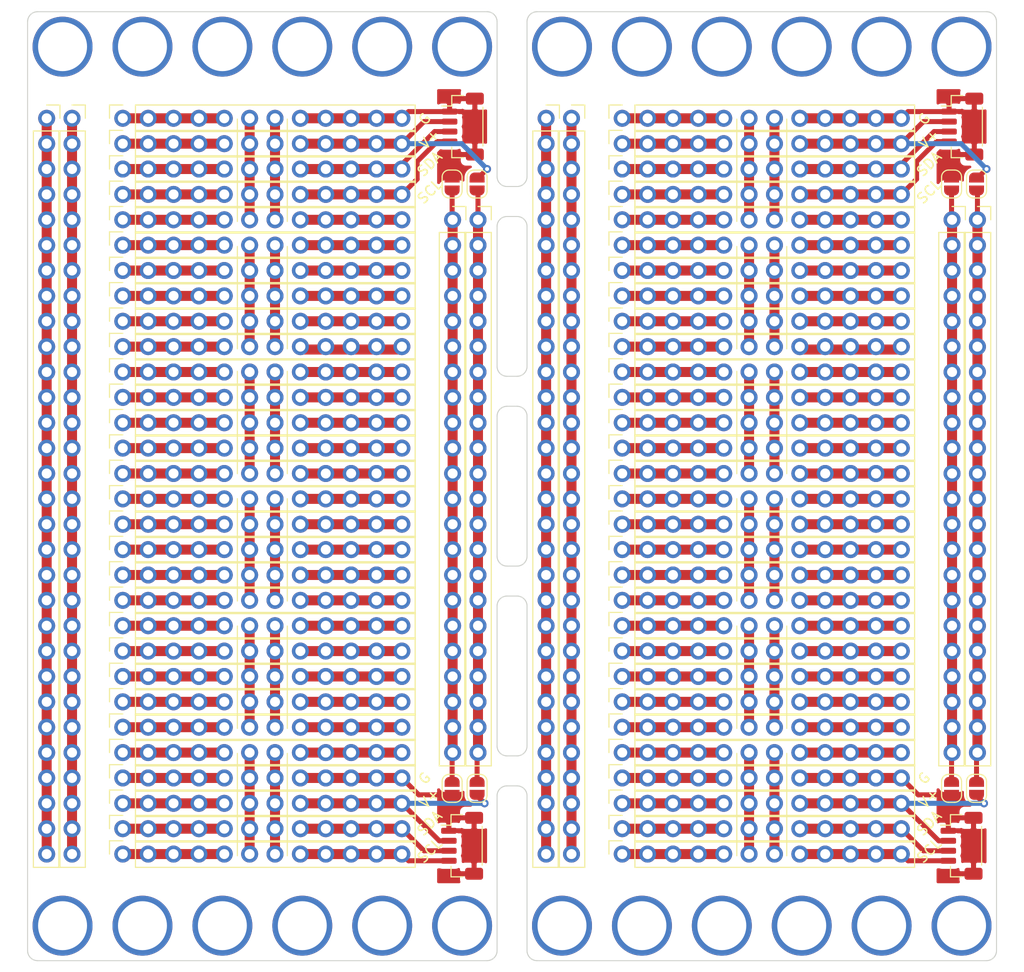
<source format=kicad_pcb>
(kicad_pcb (version 20171130) (host pcbnew 5.1.9)
  (layers (0 F.Cu signal) (31 B.Cu signal) (34 B.Paste user) (35 F.Paste user) (36 B.SilkS user) (37 F.SilkS user) (38 B.Mask user) (39 F.Mask user) (44 Edge.Cuts user))
  (net 0 "")
  (net 1 Board_1-/Q1-3v3)
  (net 2 Board_1-/Q1-GND)
  (net 3 Board_1-/Q1-SCL)
  (net 4 Board_1-/Q1-SDA)
  (net 5 Board_1-/Q2-3v3)
  (net 6 Board_1-/Q2-GND)
  (net 7 Board_1-/Q2-SCL)
  (net 8 Board_1-/Q2-SDA)
  (net 9 "Board_1-Net-(J1-Pad1)")
  (net 10 "Board_1-Net-(J1-Pad6)")
  (net 11 "Board_1-Net-(J1-Pad7)")
  (net 12 "Board_1-Net-(J10-Pad1)")
  (net 13 "Board_1-Net-(J10-Pad10)")
  (net 14 "Board_1-Net-(J10-Pad6)")
  (net 15 "Board_1-Net-(J10-Pad7)")
  (net 16 "Board_1-Net-(J11-Pad1)")
  (net 17 "Board_1-Net-(J11-Pad10)")
  (net 18 "Board_1-Net-(J11-Pad6)")
  (net 19 "Board_1-Net-(J11-Pad7)")
  (net 20 "Board_1-Net-(J12-Pad1)")
  (net 21 "Board_1-Net-(J12-Pad10)")
  (net 22 "Board_1-Net-(J13-Pad1)")
  (net 23 "Board_1-Net-(J13-Pad10)")
  (net 24 "Board_1-Net-(J14-Pad1)")
  (net 25 "Board_1-Net-(J14-Pad10)")
  (net 26 "Board_1-Net-(J15-Pad1)")
  (net 27 "Board_1-Net-(J15-Pad10)")
  (net 28 "Board_1-Net-(J16-Pad1)")
  (net 29 "Board_1-Net-(J16-Pad10)")
  (net 30 "Board_1-Net-(J16-Pad6)")
  (net 31 "Board_1-Net-(J16-Pad7)")
  (net 32 "Board_1-Net-(J17-Pad1)")
  (net 33 "Board_1-Net-(J17-Pad10)")
  (net 34 "Board_1-Net-(J18-Pad1)")
  (net 35 "Board_1-Net-(J18-Pad10)")
  (net 36 "Board_1-Net-(J19-Pad1)")
  (net 37 "Board_1-Net-(J19-Pad10)")
  (net 38 "Board_1-Net-(J2-Pad1)")
  (net 39 "Board_1-Net-(J20-Pad1)")
  (net 40 "Board_1-Net-(J20-Pad10)")
  (net 41 "Board_1-Net-(J21-Pad1)")
  (net 42 "Board_1-Net-(J21-Pad10)")
  (net 43 "Board_1-Net-(J21-Pad6)")
  (net 44 "Board_1-Net-(J21-Pad7)")
  (net 45 "Board_1-Net-(J22-Pad1)")
  (net 46 "Board_1-Net-(J22-Pad10)")
  (net 47 "Board_1-Net-(J23-Pad1)")
  (net 48 "Board_1-Net-(J23-Pad10)")
  (net 49 "Board_1-Net-(J24-Pad1)")
  (net 50 "Board_1-Net-(J24-Pad10)")
  (net 51 "Board_1-Net-(J25-Pad1)")
  (net 52 "Board_1-Net-(J25-Pad10)")
  (net 53 "Board_1-Net-(J26-Pad1)")
  (net 54 "Board_1-Net-(J26-Pad10)")
  (net 55 "Board_1-Net-(J26-Pad6)")
  (net 56 "Board_1-Net-(J26-Pad7)")
  (net 57 "Board_1-Net-(J27-Pad1)")
  (net 58 "Board_1-Net-(J28-Pad1)")
  (net 59 "Board_1-Net-(J29-Pad1)")
  (net 60 "Board_1-Net-(J3-Pad1)")
  (net 61 "Board_1-Net-(J30-Pad1)")
  (net 62 "Board_1-Net-(J31-Pad1)")
  (net 63 "Board_1-Net-(J31-Pad2)")
  (net 64 "Board_1-Net-(J31-Pad3)")
  (net 65 "Board_1-Net-(J31-Pad4)")
  (net 66 "Board_1-Net-(J31-Pad5)")
  (net 67 "Board_1-Net-(J31-Pad6)")
  (net 68 "Board_1-Net-(J32-Pad1)")
  (net 69 "Board_1-Net-(J32-Pad2)")
  (net 70 "Board_1-Net-(J32-Pad3)")
  (net 71 "Board_1-Net-(J32-Pad4)")
  (net 72 "Board_1-Net-(J32-Pad5)")
  (net 73 "Board_1-Net-(J32-Pad6)")
  (net 74 "Board_1-Net-(J33-Pad1)")
  (net 75 "Board_1-Net-(J34-Pad1)")
  (net 76 "Board_1-Net-(J35-Pad1)")
  (net 77 "Board_1-Net-(J36-Pad1)")
  (net 78 "Board_1-Net-(J4-Pad1)")
  (net 79 "Board_1-Net-(J5-Pad1)")
  (net 80 "Board_1-Net-(J5-Pad10)")
  (net 81 "Board_1-Net-(J6-Pad1)")
  (net 82 "Board_1-Net-(J6-Pad10)")
  (net 83 "Board_1-Net-(J7-Pad1)")
  (net 84 "Board_1-Net-(J7-Pad10)")
  (net 85 "Board_1-Net-(J8-Pad1)")
  (net 86 "Board_1-Net-(J8-Pad10)")
  (net 87 "Board_1-Net-(J9-Pad1)")
  (net 88 "Board_1-Net-(J9-Pad10)")
  (net 89 Board_2-/Q1-3v3)
  (net 90 Board_2-/Q1-GND)
  (net 91 Board_2-/Q1-SCL)
  (net 92 Board_2-/Q1-SDA)
  (net 93 Board_2-/Q2-3v3)
  (net 94 Board_2-/Q2-GND)
  (net 95 Board_2-/Q2-SCL)
  (net 96 Board_2-/Q2-SDA)
  (net 97 "Board_2-Net-(J1-Pad1)")
  (net 98 "Board_2-Net-(J1-Pad6)")
  (net 99 "Board_2-Net-(J1-Pad7)")
  (net 100 "Board_2-Net-(J10-Pad1)")
  (net 101 "Board_2-Net-(J10-Pad10)")
  (net 102 "Board_2-Net-(J10-Pad6)")
  (net 103 "Board_2-Net-(J10-Pad7)")
  (net 104 "Board_2-Net-(J11-Pad1)")
  (net 105 "Board_2-Net-(J11-Pad10)")
  (net 106 "Board_2-Net-(J11-Pad6)")
  (net 107 "Board_2-Net-(J11-Pad7)")
  (net 108 "Board_2-Net-(J12-Pad1)")
  (net 109 "Board_2-Net-(J12-Pad10)")
  (net 110 "Board_2-Net-(J13-Pad1)")
  (net 111 "Board_2-Net-(J13-Pad10)")
  (net 112 "Board_2-Net-(J14-Pad1)")
  (net 113 "Board_2-Net-(J14-Pad10)")
  (net 114 "Board_2-Net-(J15-Pad1)")
  (net 115 "Board_2-Net-(J15-Pad10)")
  (net 116 "Board_2-Net-(J16-Pad1)")
  (net 117 "Board_2-Net-(J16-Pad10)")
  (net 118 "Board_2-Net-(J16-Pad6)")
  (net 119 "Board_2-Net-(J16-Pad7)")
  (net 120 "Board_2-Net-(J17-Pad1)")
  (net 121 "Board_2-Net-(J17-Pad10)")
  (net 122 "Board_2-Net-(J18-Pad1)")
  (net 123 "Board_2-Net-(J18-Pad10)")
  (net 124 "Board_2-Net-(J19-Pad1)")
  (net 125 "Board_2-Net-(J19-Pad10)")
  (net 126 "Board_2-Net-(J2-Pad1)")
  (net 127 "Board_2-Net-(J20-Pad1)")
  (net 128 "Board_2-Net-(J20-Pad10)")
  (net 129 "Board_2-Net-(J21-Pad1)")
  (net 130 "Board_2-Net-(J21-Pad10)")
  (net 131 "Board_2-Net-(J21-Pad6)")
  (net 132 "Board_2-Net-(J21-Pad7)")
  (net 133 "Board_2-Net-(J22-Pad1)")
  (net 134 "Board_2-Net-(J22-Pad10)")
  (net 135 "Board_2-Net-(J23-Pad1)")
  (net 136 "Board_2-Net-(J23-Pad10)")
  (net 137 "Board_2-Net-(J24-Pad1)")
  (net 138 "Board_2-Net-(J24-Pad10)")
  (net 139 "Board_2-Net-(J25-Pad1)")
  (net 140 "Board_2-Net-(J25-Pad10)")
  (net 141 "Board_2-Net-(J26-Pad1)")
  (net 142 "Board_2-Net-(J26-Pad10)")
  (net 143 "Board_2-Net-(J26-Pad6)")
  (net 144 "Board_2-Net-(J26-Pad7)")
  (net 145 "Board_2-Net-(J27-Pad1)")
  (net 146 "Board_2-Net-(J28-Pad1)")
  (net 147 "Board_2-Net-(J29-Pad1)")
  (net 148 "Board_2-Net-(J3-Pad1)")
  (net 149 "Board_2-Net-(J30-Pad1)")
  (net 150 "Board_2-Net-(J31-Pad1)")
  (net 151 "Board_2-Net-(J31-Pad2)")
  (net 152 "Board_2-Net-(J31-Pad3)")
  (net 153 "Board_2-Net-(J31-Pad4)")
  (net 154 "Board_2-Net-(J31-Pad5)")
  (net 155 "Board_2-Net-(J31-Pad6)")
  (net 156 "Board_2-Net-(J32-Pad1)")
  (net 157 "Board_2-Net-(J32-Pad2)")
  (net 158 "Board_2-Net-(J32-Pad3)")
  (net 159 "Board_2-Net-(J32-Pad4)")
  (net 160 "Board_2-Net-(J32-Pad5)")
  (net 161 "Board_2-Net-(J32-Pad6)")
  (net 162 "Board_2-Net-(J33-Pad1)")
  (net 163 "Board_2-Net-(J34-Pad1)")
  (net 164 "Board_2-Net-(J35-Pad1)")
  (net 165 "Board_2-Net-(J36-Pad1)")
  (net 166 "Board_2-Net-(J4-Pad1)")
  (net 167 "Board_2-Net-(J5-Pad1)")
  (net 168 "Board_2-Net-(J5-Pad10)")
  (net 169 "Board_2-Net-(J6-Pad1)")
  (net 170 "Board_2-Net-(J6-Pad10)")
  (net 171 "Board_2-Net-(J7-Pad1)")
  (net 172 "Board_2-Net-(J7-Pad10)")
  (net 173 "Board_2-Net-(J8-Pad1)")
  (net 174 "Board_2-Net-(J8-Pad10)")
  (net 175 "Board_2-Net-(J9-Pad1)")
  (net 176 "Board_2-Net-(J9-Pad10)")
  (module NPTH (layer F.Cu) (at 99.999002 124.500007)
    (fp_text reference REF** hide)
    (fp_text value NPTH hide)
    (pad "" np_thru_hole circle (at 0 0) (size 0.5 0.5) (drill 0.5) (layers *.Cu *.Mask))
  )
  (module NPTH (layer F.Cu) (at 99.999001 125.500007)
    (fp_text reference REF** hide)
    (fp_text value NPTH hide)
    (pad "" np_thru_hole circle (at 0 0) (size 0.5 0.5) (drill 0.5) (layers *.Cu *.Mask))
  )
  (module NPTH (layer F.Cu) (at 99.999001 126.500007)
    (fp_text reference REF** hide)
    (fp_text value NPTH hide)
    (pad "" np_thru_hole circle (at 0 0) (size 0.5 0.5) (drill 0.5) (layers *.Cu *.Mask))
  )
  (module NPTH (layer F.Cu) (at 99.999001 127.500007)
    (fp_text reference REF** hide)
    (fp_text value NPTH hide)
    (pad "" np_thru_hole circle (at 0 0) (size 0.5 0.5) (drill 0.5) (layers *.Cu *.Mask))
  )
  (module NPTH (layer F.Cu) (at 99.999004 105.500005)
    (fp_text reference REF** hide)
    (fp_text value NPTH hide)
    (pad "" np_thru_hole circle (at 0 0) (size 0.5 0.5) (drill 0.5) (layers *.Cu *.Mask))
  )
  (module NPTH (layer F.Cu) (at 99.999004 106.500005)
    (fp_text reference REF** hide)
    (fp_text value NPTH hide)
    (pad "" np_thru_hole circle (at 0 0) (size 0.5 0.5) (drill 0.5) (layers *.Cu *.Mask))
  )
  (module NPTH (layer F.Cu) (at 99.999003 107.500005)
    (fp_text reference REF** hide)
    (fp_text value NPTH hide)
    (pad "" np_thru_hole circle (at 0 0) (size 0.5 0.5) (drill 0.5) (layers *.Cu *.Mask))
  )
  (module NPTH (layer F.Cu) (at 99.999003 108.500005)
    (fp_text reference REF** hide)
    (fp_text value NPTH hide)
    (pad "" np_thru_hole circle (at 0 0) (size 0.5 0.5) (drill 0.5) (layers *.Cu *.Mask))
  )
  (module NPTH (layer F.Cu) (at 99.999006 86.500003)
    (fp_text reference REF** hide)
    (fp_text value NPTH hide)
    (pad "" np_thru_hole circle (at 0 0) (size 0.5 0.5) (drill 0.5) (layers *.Cu *.Mask))
  )
  (module NPTH (layer F.Cu) (at 99.999006 87.500003)
    (fp_text reference REF** hide)
    (fp_text value NPTH hide)
    (pad "" np_thru_hole circle (at 0 0) (size 0.5 0.5) (drill 0.5) (layers *.Cu *.Mask))
  )
  (module NPTH (layer F.Cu) (at 99.999005 88.500003)
    (fp_text reference REF** hide)
    (fp_text value NPTH hide)
    (pad "" np_thru_hole circle (at 0 0) (size 0.5 0.5) (drill 0.5) (layers *.Cu *.Mask))
  )
  (module NPTH (layer F.Cu) (at 99.999005 89.500003)
    (fp_text reference REF** hide)
    (fp_text value NPTH hide)
    (pad "" np_thru_hole circle (at 0 0) (size 0.5 0.5) (drill 0.5) (layers *.Cu *.Mask))
  )
  (module NPTH (layer F.Cu) (at 99.999008 67.500001)
    (fp_text reference REF** hide)
    (fp_text value NPTH hide)
    (pad "" np_thru_hole circle (at 0 0) (size 0.5 0.5) (drill 0.5) (layers *.Cu *.Mask))
  )
  (module NPTH (layer F.Cu) (at 99.999008 68.500001)
    (fp_text reference REF** hide)
    (fp_text value NPTH hide)
    (pad "" np_thru_hole circle (at 0 0) (size 0.5 0.5) (drill 0.5) (layers *.Cu *.Mask))
  )
  (module NPTH (layer F.Cu) (at 99.999008 69.500001)
    (fp_text reference REF** hide)
    (fp_text value NPTH hide)
    (pad "" np_thru_hole circle (at 0 0) (size 0.5 0.5) (drill 0.5) (layers *.Cu *.Mask))
  )
  (module NPTH (layer F.Cu) (at 99.999007 70.500001)
    (fp_text reference REF** hide)
    (fp_text value NPTH hide)
    (pad "" np_thru_hole circle (at 0 0) (size 0.5 0.5) (drill 0.5) (layers *.Cu *.Mask))
  )
  (module NPTH (layer F.Cu) (at 97.001 127.500007)
    (fp_text reference REF** hide)
    (fp_text value NPTH hide)
    (pad "" np_thru_hole circle (at 0 0) (size 0.5 0.5) (drill 0.5) (layers *.Cu *.Mask))
  )
  (module NPTH (layer F.Cu) (at 97.001 126.500007)
    (fp_text reference REF** hide)
    (fp_text value NPTH hide)
    (pad "" np_thru_hole circle (at 0 0) (size 0.5 0.5) (drill 0.5) (layers *.Cu *.Mask))
  )
  (module NPTH (layer F.Cu) (at 97.001 125.500007)
    (fp_text reference REF** hide)
    (fp_text value NPTH hide)
    (pad "" np_thru_hole circle (at 0 0) (size 0.5 0.5) (drill 0.5) (layers *.Cu *.Mask))
  )
  (module NPTH (layer F.Cu) (at 97.001 124.500007)
    (fp_text reference REF** hide)
    (fp_text value NPTH hide)
    (pad "" np_thru_hole circle (at 0 0) (size 0.5 0.5) (drill 0.5) (layers *.Cu *.Mask))
  )
  (module NPTH (layer F.Cu) (at 97.001 108.500005)
    (fp_text reference REF** hide)
    (fp_text value NPTH hide)
    (pad "" np_thru_hole circle (at 0 0) (size 0.5 0.5) (drill 0.5) (layers *.Cu *.Mask))
  )
  (module NPTH (layer F.Cu) (at 97.001 107.500005)
    (fp_text reference REF** hide)
    (fp_text value NPTH hide)
    (pad "" np_thru_hole circle (at 0 0) (size 0.5 0.5) (drill 0.5) (layers *.Cu *.Mask))
  )
  (module NPTH (layer F.Cu) (at 97.001 106.500005)
    (fp_text reference REF** hide)
    (fp_text value NPTH hide)
    (pad "" np_thru_hole circle (at 0 0) (size 0.5 0.5) (drill 0.5) (layers *.Cu *.Mask))
  )
  (module NPTH (layer F.Cu) (at 97.001 105.500005)
    (fp_text reference REF** hide)
    (fp_text value NPTH hide)
    (pad "" np_thru_hole circle (at 0 0) (size 0.5 0.5) (drill 0.5) (layers *.Cu *.Mask))
  )
  (module NPTH (layer F.Cu) (at 97.001 89.500003)
    (fp_text reference REF** hide)
    (fp_text value NPTH hide)
    (pad "" np_thru_hole circle (at 0 0) (size 0.5 0.5) (drill 0.5) (layers *.Cu *.Mask))
  )
  (module NPTH (layer F.Cu) (at 97.001 88.500003)
    (fp_text reference REF** hide)
    (fp_text value NPTH hide)
    (pad "" np_thru_hole circle (at 0 0) (size 0.5 0.5) (drill 0.5) (layers *.Cu *.Mask))
  )
  (module NPTH (layer F.Cu) (at 97.001 87.500003)
    (fp_text reference REF** hide)
    (fp_text value NPTH hide)
    (pad "" np_thru_hole circle (at 0 0) (size 0.5 0.5) (drill 0.5) (layers *.Cu *.Mask))
  )
  (module NPTH (layer F.Cu) (at 97.001 86.500003)
    (fp_text reference REF** hide)
    (fp_text value NPTH hide)
    (pad "" np_thru_hole circle (at 0 0) (size 0.5 0.5) (drill 0.5) (layers *.Cu *.Mask))
  )
  (module NPTH (layer F.Cu) (at 97.001 70.500001)
    (fp_text reference REF** hide)
    (fp_text value NPTH hide)
    (pad "" np_thru_hole circle (at 0 0) (size 0.5 0.5) (drill 0.5) (layers *.Cu *.Mask))
  )
  (module NPTH (layer F.Cu) (at 97.001 69.500001)
    (fp_text reference REF** hide)
    (fp_text value NPTH hide)
    (pad "" np_thru_hole circle (at 0 0) (size 0.5 0.5) (drill 0.5) (layers *.Cu *.Mask))
  )
  (module NPTH (layer F.Cu) (at 97.001 68.500001)
    (fp_text reference REF** hide)
    (fp_text value NPTH hide)
    (pad "" np_thru_hole circle (at 0 0) (size 0.5 0.5) (drill 0.5) (layers *.Cu *.Mask))
  )
  (module NPTH (layer F.Cu) (at 97.001 67.500001)
    (fp_text reference REF** hide)
    (fp_text value NPTH hide)
    (pad "" np_thru_hole circle (at 0 0) (size 0.5 0.5) (drill 0.5) (layers *.Cu *.Mask))
  )
  (module brick-4_9id-6_0od:brick-1x6 (layer F.Cu) (at 103.50001 53.500001 90)
    (fp_text reference J31 hide)
    (fp_text value Conn_01x06)
    (pad 1 thru_hole circle (at 0 0 90) (size 6 6) (drill 4.9) (layers *.Cu *.Mask) (net 150 "Board_2-Net-(J31-Pad1)"))
    (pad 2 thru_hole circle (at 0 8 90) (size 6 6) (drill 4.9) (layers *.Cu *.Mask) (net 151 "Board_2-Net-(J31-Pad2)"))
    (pad 3 thru_hole circle (at 0 16 90) (size 6 6) (drill 4.9) (layers *.Cu *.Mask) (net 152 "Board_2-Net-(J31-Pad3)"))
    (pad 4 thru_hole circle (at 0 24 90) (size 6 6) (drill 4.9) (layers *.Cu *.Mask) (net 153 "Board_2-Net-(J31-Pad4)"))
    (pad 6 thru_hole circle (at 0 40 90) (size 6 6) (drill 4.9) (layers *.Cu *.Mask) (net 155 "Board_2-Net-(J31-Pad6)"))
    (pad 5 thru_hole circle (at 0 32 90) (size 6 6) (drill 4.9) (layers *.Cu *.Mask) (net 154 "Board_2-Net-(J31-Pad5)"))
  )
  (module brick-4_9id-6_0od:brick-1x6 (layer F.Cu) (at 103.50001 141.500001 90)
    (fp_text reference J32 hide)
    (fp_text value Conn_01x06)
    (pad 1 thru_hole circle (at 0 0 90) (size 6 6) (drill 4.9) (layers *.Cu *.Mask) (net 156 "Board_2-Net-(J32-Pad1)"))
    (pad 2 thru_hole circle (at 0 8 90) (size 6 6) (drill 4.9) (layers *.Cu *.Mask) (net 157 "Board_2-Net-(J32-Pad2)"))
    (pad 3 thru_hole circle (at 0 16 90) (size 6 6) (drill 4.9) (layers *.Cu *.Mask) (net 158 "Board_2-Net-(J32-Pad3)"))
    (pad 4 thru_hole circle (at 0 24 90) (size 6 6) (drill 4.9) (layers *.Cu *.Mask) (net 159 "Board_2-Net-(J32-Pad4)"))
    (pad 6 thru_hole circle (at 0 40 90) (size 6 6) (drill 4.9) (layers *.Cu *.Mask) (net 161 "Board_2-Net-(J32-Pad6)"))
    (pad 5 thru_hole circle (at 0 32 90) (size 6 6) (drill 4.9) (layers *.Cu *.Mask) (net 160 "Board_2-Net-(J32-Pad5)"))
  )
  (module Connector_JST:JST_SH_BM04B-SRSS-TB_1x04-1MP_P1.00mm_Vertical (layer F.Cu) (at 143.57501 61.500001 270)
    (fp_text reference J37 hide)
    (fp_text value Conn_01x04_MountingPin)
    (pad 1 smd roundrect (at -1.5 1.325 270) (size 0.6 1.55) (layers F.Cu F.Paste F.Mask) (net 90 Board_2-/Q1-GND))
    (pad 2 smd roundrect (at -0.5 1.325 270) (size 0.6 1.55) (layers F.Cu F.Paste F.Mask) (net 89 Board_2-/Q1-3v3))
    (pad 3 smd roundrect (at 0.5 1.325 270) (size 0.6 1.55) (layers F.Cu F.Paste F.Mask) (net 92 Board_2-/Q1-SDA))
    (pad 4 smd roundrect (at 1.5 1.325 270) (size 0.6 1.55) (layers F.Cu F.Paste F.Mask) (net 91 Board_2-/Q1-SCL))
    (pad MP smd roundrect (at -2.8 -1.2 270) (size 1.2 1.8) (layers F.Cu F.Paste F.Mask) (roundrect_rratio 0.2083325) (net 90 Board_2-/Q1-GND))
    (pad MP smd roundrect (at 2.8 -1.2 270) (size 1.2 1.8) (layers F.Cu F.Paste F.Mask) (roundrect_rratio 0.2083325) (net 90 Board_2-/Q1-GND))
  )
  (module Connector_JST:JST_SH_BM04B-SRSS-TB_1x04-1MP_P1.00mm_Vertical (layer F.Cu) (at 143.50001 133.500001 270)
    (fp_text reference J38 hide)
    (fp_text value Conn_01x04_MountingPin)
    (pad 1 smd roundrect (at -1.5 1.325 270) (size 0.6 1.55) (layers F.Cu F.Paste F.Mask) (net 94 Board_2-/Q2-GND))
    (pad 2 smd roundrect (at -0.5 1.325 270) (size 0.6 1.55) (layers F.Cu F.Paste F.Mask) (net 93 Board_2-/Q2-3v3))
    (pad 3 smd roundrect (at 0.5 1.325 270) (size 0.6 1.55) (layers F.Cu F.Paste F.Mask) (net 96 Board_2-/Q2-SDA))
    (pad 4 smd roundrect (at 1.5 1.325 270) (size 0.6 1.55) (layers F.Cu F.Paste F.Mask) (net 95 Board_2-/Q2-SCL))
    (pad MP smd roundrect (at -2.8 -1.2 270) (size 1.2 1.8) (layers F.Cu F.Paste F.Mask) (roundrect_rratio 0.2083325) (net 94 Board_2-/Q2-GND))
    (pad MP smd roundrect (at 2.8 -1.2 270) (size 1.2 1.8) (layers F.Cu F.Paste F.Mask) (roundrect_rratio 0.2083325) (net 94 Board_2-/Q2-GND))
  )
  (module Jumper:SolderJumper-2_P1.3mm_Open_RoundedPad1.0x1.5mm (layer F.Cu) (at 142.50001 67.250001 270)
    (fp_text reference JP1 hide)
    (fp_text value SolderJumper_2_Open)
    (pad 1 smd custom (at -0.65 0 270) (size 1 0.5) (layers F.Cu F.Mask) (net 90 Board_2-/Q1-GND) (options (clearance outline) (anchor rect)) (primitives (gr_circle (center 0 0.25) (end 0.5 0.25) (width 0)) (gr_circle (center 0 -0.25) (end 0.5 -0.25) (width 0)) (gr_poly (pts (xy 0 -0.75) (xy 0.5 -0.75) (xy 0.5 0.75) (xy 0 0.75)) (width 0))))
    (pad 2 smd custom (at 0.65 0 270) (size 1 0.5) (layers F.Cu F.Mask) (net 164 "Board_2-Net-(J35-Pad1)") (options (clearance outline) (anchor rect)) (primitives (gr_circle (center 0 0.25) (end 0.5 0.25) (width 0)) (gr_circle (center 0 -0.25) (end 0.5 -0.25) (width 0)) (gr_poly (pts (xy 0 -0.75) (xy -0.5 -0.75) (xy -0.5 0.75) (xy 0 0.75)) (width 0))))
  )
  (module Jumper:SolderJumper-2_P1.3mm_Open_RoundedPad1.0x1.5mm (layer F.Cu) (at 142.50001 127.750001 270)
    (fp_text reference JP2 hide)
    (fp_text value SolderJumper_2_Open)
    (pad 1 smd custom (at -0.65 0 270) (size 1 0.5) (layers F.Cu F.Mask) (net 164 "Board_2-Net-(J35-Pad1)") (options (clearance outline) (anchor rect)) (primitives (gr_circle (center 0 0.25) (end 0.5 0.25) (width 0)) (gr_circle (center 0 -0.25) (end 0.5 -0.25) (width 0)) (gr_poly (pts (xy 0 -0.75) (xy 0.5 -0.75) (xy 0.5 0.75) (xy 0 0.75)) (width 0))))
    (pad 2 smd custom (at 0.65 0 270) (size 1 0.5) (layers F.Cu F.Mask) (net 94 Board_2-/Q2-GND) (options (clearance outline) (anchor rect)) (primitives (gr_circle (center 0 0.25) (end 0.5 0.25) (width 0)) (gr_circle (center 0 -0.25) (end 0.5 -0.25) (width 0)) (gr_poly (pts (xy 0 -0.75) (xy -0.5 -0.75) (xy -0.5 0.75) (xy 0 0.75)) (width 0))))
  )
  (module Jumper:SolderJumper-2_P1.3mm_Open_RoundedPad1.0x1.5mm (layer F.Cu) (at 145.00001 67.250001 270)
    (fp_text reference JP3 hide)
    (fp_text value SolderJumper_2_Open)
    (pad 1 smd custom (at -0.65 0 270) (size 1 0.5) (layers F.Cu F.Mask) (net 89 Board_2-/Q1-3v3) (options (clearance outline) (anchor rect)) (primitives (gr_circle (center 0 0.25) (end 0.5 0.25) (width 0)) (gr_circle (center 0 -0.25) (end 0.5 -0.25) (width 0)) (gr_poly (pts (xy 0 -0.75) (xy 0.5 -0.75) (xy 0.5 0.75) (xy 0 0.75)) (width 0))))
    (pad 2 smd custom (at 0.65 0 270) (size 1 0.5) (layers F.Cu F.Mask) (net 165 "Board_2-Net-(J36-Pad1)") (options (clearance outline) (anchor rect)) (primitives (gr_circle (center 0 0.25) (end 0.5 0.25) (width 0)) (gr_circle (center 0 -0.25) (end 0.5 -0.25) (width 0)) (gr_poly (pts (xy 0 -0.75) (xy -0.5 -0.75) (xy -0.5 0.75) (xy 0 0.75)) (width 0))))
  )
  (module Jumper:SolderJumper-2_P1.3mm_Open_RoundedPad1.0x1.5mm (layer F.Cu) (at 145.00001 127.750001 270)
    (fp_text reference JP4 hide)
    (fp_text value SolderJumper_2_Open)
    (pad 1 smd custom (at -0.65 0 270) (size 1 0.5) (layers F.Cu F.Mask) (net 165 "Board_2-Net-(J36-Pad1)") (options (clearance outline) (anchor rect)) (primitives (gr_circle (center 0 0.25) (end 0.5 0.25) (width 0)) (gr_circle (center 0 -0.25) (end 0.5 -0.25) (width 0)) (gr_poly (pts (xy 0 -0.75) (xy 0.5 -0.75) (xy 0.5 0.75) (xy 0 0.75)) (width 0))))
    (pad 2 smd custom (at 0.65 0 270) (size 1 0.5) (layers F.Cu F.Mask) (net 93 Board_2-/Q2-3v3) (options (clearance outline) (anchor rect)) (primitives (gr_circle (center 0 0.25) (end 0.5 0.25) (width 0)) (gr_circle (center 0 -0.25) (end 0.5 -0.25) (width 0)) (gr_poly (pts (xy 0 -0.75) (xy -0.5 -0.75) (xy -0.5 0.75) (xy 0 0.75)) (width 0))))
  )
  (module Connector_PinSocket_2.54mm:PinSocket_1x12_P2.54mm_Vertical (layer F.Cu) (at 109.53001 91.150001 90)
    (fp_text reference J7 hide)
    (fp_text value Conn_01x12)
    (pad 12 thru_hole oval (at 0 27.94 90) (size 1.7 1.7) (drill 1) (layers *.Cu *.Mask) (net 172 "Board_2-Net-(J7-Pad10)"))
    (pad 11 thru_hole oval (at 0 25.4 90) (size 1.7 1.7) (drill 1) (layers *.Cu *.Mask) (net 172 "Board_2-Net-(J7-Pad10)"))
    (pad 10 thru_hole oval (at 0 22.86 90) (size 1.7 1.7) (drill 1) (layers *.Cu *.Mask) (net 172 "Board_2-Net-(J7-Pad10)"))
    (pad 9 thru_hole oval (at 0 20.32 90) (size 1.7 1.7) (drill 1) (layers *.Cu *.Mask) (net 172 "Board_2-Net-(J7-Pad10)"))
    (pad 8 thru_hole oval (at 0 17.78 90) (size 1.7 1.7) (drill 1) (layers *.Cu *.Mask) (net 172 "Board_2-Net-(J7-Pad10)"))
    (pad 7 thru_hole oval (at 0 15.24 90) (size 1.7 1.7) (drill 1) (layers *.Cu *.Mask) (net 103 "Board_2-Net-(J10-Pad7)"))
    (pad 6 thru_hole oval (at 0 12.7 90) (size 1.7 1.7) (drill 1) (layers *.Cu *.Mask) (net 102 "Board_2-Net-(J10-Pad6)"))
    (pad 5 thru_hole oval (at 0 10.16 90) (size 1.7 1.7) (drill 1) (layers *.Cu *.Mask) (net 171 "Board_2-Net-(J7-Pad1)"))
    (pad 4 thru_hole oval (at 0 7.62 90) (size 1.7 1.7) (drill 1) (layers *.Cu *.Mask) (net 171 "Board_2-Net-(J7-Pad1)"))
    (pad 3 thru_hole oval (at 0 5.08 90) (size 1.7 1.7) (drill 1) (layers *.Cu *.Mask) (net 171 "Board_2-Net-(J7-Pad1)"))
    (pad 2 thru_hole oval (at 0 2.54 90) (size 1.7 1.7) (drill 1) (layers *.Cu *.Mask) (net 171 "Board_2-Net-(J7-Pad1)"))
    (pad 1 thru_hole circle (at 0 0 90) (size 1.7 1.7) (drill 1) (layers *.Cu *.Mask) (net 171 "Board_2-Net-(J7-Pad1)"))
  )
  (module Connector_PinSocket_2.54mm:PinSocket_1x12_P2.54mm_Vertical (layer F.Cu) (at 109.53001 65.750001 90)
    (fp_text reference J3 hide)
    (fp_text value Conn_01x12)
    (pad 12 thru_hole oval (at 0 27.94 90) (size 1.7 1.7) (drill 1) (layers *.Cu *.Mask) (net 92 Board_2-/Q1-SDA))
    (pad 11 thru_hole oval (at 0 25.4 90) (size 1.7 1.7) (drill 1) (layers *.Cu *.Mask) (net 92 Board_2-/Q1-SDA))
    (pad 10 thru_hole oval (at 0 22.86 90) (size 1.7 1.7) (drill 1) (layers *.Cu *.Mask) (net 92 Board_2-/Q1-SDA))
    (pad 9 thru_hole oval (at 0 20.32 90) (size 1.7 1.7) (drill 1) (layers *.Cu *.Mask) (net 92 Board_2-/Q1-SDA))
    (pad 8 thru_hole oval (at 0 17.78 90) (size 1.7 1.7) (drill 1) (layers *.Cu *.Mask) (net 92 Board_2-/Q1-SDA))
    (pad 7 thru_hole oval (at 0 15.24 90) (size 1.7 1.7) (drill 1) (layers *.Cu *.Mask) (net 99 "Board_2-Net-(J1-Pad7)"))
    (pad 6 thru_hole oval (at 0 12.7 90) (size 1.7 1.7) (drill 1) (layers *.Cu *.Mask) (net 98 "Board_2-Net-(J1-Pad6)"))
    (pad 5 thru_hole oval (at 0 10.16 90) (size 1.7 1.7) (drill 1) (layers *.Cu *.Mask) (net 148 "Board_2-Net-(J3-Pad1)"))
    (pad 4 thru_hole oval (at 0 7.62 90) (size 1.7 1.7) (drill 1) (layers *.Cu *.Mask) (net 148 "Board_2-Net-(J3-Pad1)"))
    (pad 3 thru_hole oval (at 0 5.08 90) (size 1.7 1.7) (drill 1) (layers *.Cu *.Mask) (net 148 "Board_2-Net-(J3-Pad1)"))
    (pad 2 thru_hole oval (at 0 2.54 90) (size 1.7 1.7) (drill 1) (layers *.Cu *.Mask) (net 148 "Board_2-Net-(J3-Pad1)"))
    (pad 1 thru_hole circle (at 0 0 90) (size 1.7 1.7) (drill 1) (layers *.Cu *.Mask) (net 148 "Board_2-Net-(J3-Pad1)"))
  )
  (module Connector_PinSocket_2.54mm:PinSocket_1x12_P2.54mm_Vertical (layer F.Cu) (at 109.53001 93.690001 90)
    (fp_text reference J6 hide)
    (fp_text value Conn_01x12)
    (pad 12 thru_hole oval (at 0 27.94 90) (size 1.7 1.7) (drill 1) (layers *.Cu *.Mask) (net 170 "Board_2-Net-(J6-Pad10)"))
    (pad 11 thru_hole oval (at 0 25.4 90) (size 1.7 1.7) (drill 1) (layers *.Cu *.Mask) (net 170 "Board_2-Net-(J6-Pad10)"))
    (pad 10 thru_hole oval (at 0 22.86 90) (size 1.7 1.7) (drill 1) (layers *.Cu *.Mask) (net 170 "Board_2-Net-(J6-Pad10)"))
    (pad 9 thru_hole oval (at 0 20.32 90) (size 1.7 1.7) (drill 1) (layers *.Cu *.Mask) (net 170 "Board_2-Net-(J6-Pad10)"))
    (pad 8 thru_hole oval (at 0 17.78 90) (size 1.7 1.7) (drill 1) (layers *.Cu *.Mask) (net 170 "Board_2-Net-(J6-Pad10)"))
    (pad 7 thru_hole oval (at 0 15.24 90) (size 1.7 1.7) (drill 1) (layers *.Cu *.Mask) (net 103 "Board_2-Net-(J10-Pad7)"))
    (pad 6 thru_hole oval (at 0 12.7 90) (size 1.7 1.7) (drill 1) (layers *.Cu *.Mask) (net 102 "Board_2-Net-(J10-Pad6)"))
    (pad 5 thru_hole oval (at 0 10.16 90) (size 1.7 1.7) (drill 1) (layers *.Cu *.Mask) (net 169 "Board_2-Net-(J6-Pad1)"))
    (pad 4 thru_hole oval (at 0 7.62 90) (size 1.7 1.7) (drill 1) (layers *.Cu *.Mask) (net 169 "Board_2-Net-(J6-Pad1)"))
    (pad 3 thru_hole oval (at 0 5.08 90) (size 1.7 1.7) (drill 1) (layers *.Cu *.Mask) (net 169 "Board_2-Net-(J6-Pad1)"))
    (pad 2 thru_hole oval (at 0 2.54 90) (size 1.7 1.7) (drill 1) (layers *.Cu *.Mask) (net 169 "Board_2-Net-(J6-Pad1)"))
    (pad 1 thru_hole circle (at 0 0 90) (size 1.7 1.7) (drill 1) (layers *.Cu *.Mask) (net 169 "Board_2-Net-(J6-Pad1)"))
  )
  (module Connector_PinSocket_2.54mm:PinSocket_1x12_P2.54mm_Vertical (layer F.Cu) (at 109.53001 129.250001 90)
    (fp_text reference J28 hide)
    (fp_text value Conn_01x12)
    (pad 12 thru_hole oval (at 0 27.94 90) (size 1.7 1.7) (drill 1) (layers *.Cu *.Mask) (net 93 Board_2-/Q2-3v3))
    (pad 11 thru_hole oval (at 0 25.4 90) (size 1.7 1.7) (drill 1) (layers *.Cu *.Mask) (net 93 Board_2-/Q2-3v3))
    (pad 10 thru_hole oval (at 0 22.86 90) (size 1.7 1.7) (drill 1) (layers *.Cu *.Mask) (net 93 Board_2-/Q2-3v3))
    (pad 9 thru_hole oval (at 0 20.32 90) (size 1.7 1.7) (drill 1) (layers *.Cu *.Mask) (net 93 Board_2-/Q2-3v3))
    (pad 8 thru_hole oval (at 0 17.78 90) (size 1.7 1.7) (drill 1) (layers *.Cu *.Mask) (net 93 Board_2-/Q2-3v3))
    (pad 7 thru_hole oval (at 0 15.24 90) (size 1.7 1.7) (drill 1) (layers *.Cu *.Mask) (net 144 "Board_2-Net-(J26-Pad7)"))
    (pad 6 thru_hole oval (at 0 12.7 90) (size 1.7 1.7) (drill 1) (layers *.Cu *.Mask) (net 143 "Board_2-Net-(J26-Pad6)"))
    (pad 5 thru_hole oval (at 0 10.16 90) (size 1.7 1.7) (drill 1) (layers *.Cu *.Mask) (net 146 "Board_2-Net-(J28-Pad1)"))
    (pad 4 thru_hole oval (at 0 7.62 90) (size 1.7 1.7) (drill 1) (layers *.Cu *.Mask) (net 146 "Board_2-Net-(J28-Pad1)"))
    (pad 3 thru_hole oval (at 0 5.08 90) (size 1.7 1.7) (drill 1) (layers *.Cu *.Mask) (net 146 "Board_2-Net-(J28-Pad1)"))
    (pad 2 thru_hole oval (at 0 2.54 90) (size 1.7 1.7) (drill 1) (layers *.Cu *.Mask) (net 146 "Board_2-Net-(J28-Pad1)"))
    (pad 1 thru_hole circle (at 0 0 90) (size 1.7 1.7) (drill 1) (layers *.Cu *.Mask) (net 146 "Board_2-Net-(J28-Pad1)"))
  )
  (module Connector_PinSocket_2.54mm:PinSocket_1x12_P2.54mm_Vertical (layer F.Cu) (at 109.53001 119.090001 90)
    (fp_text reference J23 hide)
    (fp_text value Conn_01x12)
    (pad 12 thru_hole oval (at 0 27.94 90) (size 1.7 1.7) (drill 1) (layers *.Cu *.Mask) (net 136 "Board_2-Net-(J23-Pad10)"))
    (pad 11 thru_hole oval (at 0 25.4 90) (size 1.7 1.7) (drill 1) (layers *.Cu *.Mask) (net 136 "Board_2-Net-(J23-Pad10)"))
    (pad 10 thru_hole oval (at 0 22.86 90) (size 1.7 1.7) (drill 1) (layers *.Cu *.Mask) (net 136 "Board_2-Net-(J23-Pad10)"))
    (pad 9 thru_hole oval (at 0 20.32 90) (size 1.7 1.7) (drill 1) (layers *.Cu *.Mask) (net 136 "Board_2-Net-(J23-Pad10)"))
    (pad 8 thru_hole oval (at 0 17.78 90) (size 1.7 1.7) (drill 1) (layers *.Cu *.Mask) (net 136 "Board_2-Net-(J23-Pad10)"))
    (pad 7 thru_hole oval (at 0 15.24 90) (size 1.7 1.7) (drill 1) (layers *.Cu *.Mask) (net 132 "Board_2-Net-(J21-Pad7)"))
    (pad 6 thru_hole oval (at 0 12.7 90) (size 1.7 1.7) (drill 1) (layers *.Cu *.Mask) (net 131 "Board_2-Net-(J21-Pad6)"))
    (pad 5 thru_hole oval (at 0 10.16 90) (size 1.7 1.7) (drill 1) (layers *.Cu *.Mask) (net 135 "Board_2-Net-(J23-Pad1)"))
    (pad 4 thru_hole oval (at 0 7.62 90) (size 1.7 1.7) (drill 1) (layers *.Cu *.Mask) (net 135 "Board_2-Net-(J23-Pad1)"))
    (pad 3 thru_hole oval (at 0 5.08 90) (size 1.7 1.7) (drill 1) (layers *.Cu *.Mask) (net 135 "Board_2-Net-(J23-Pad1)"))
    (pad 2 thru_hole oval (at 0 2.54 90) (size 1.7 1.7) (drill 1) (layers *.Cu *.Mask) (net 135 "Board_2-Net-(J23-Pad1)"))
    (pad 1 thru_hole circle (at 0 0 90) (size 1.7 1.7) (drill 1) (layers *.Cu *.Mask) (net 135 "Board_2-Net-(J23-Pad1)"))
  )
  (module Connector_PinSocket_2.54mm:PinSocket_1x12_P2.54mm_Vertical (layer F.Cu) (at 109.53001 131.790001 90)
    (fp_text reference J29 hide)
    (fp_text value Conn_01x12)
    (pad 12 thru_hole oval (at 0 27.94 90) (size 1.7 1.7) (drill 1) (layers *.Cu *.Mask) (net 96 Board_2-/Q2-SDA))
    (pad 11 thru_hole oval (at 0 25.4 90) (size 1.7 1.7) (drill 1) (layers *.Cu *.Mask) (net 96 Board_2-/Q2-SDA))
    (pad 10 thru_hole oval (at 0 22.86 90) (size 1.7 1.7) (drill 1) (layers *.Cu *.Mask) (net 96 Board_2-/Q2-SDA))
    (pad 9 thru_hole oval (at 0 20.32 90) (size 1.7 1.7) (drill 1) (layers *.Cu *.Mask) (net 96 Board_2-/Q2-SDA))
    (pad 8 thru_hole oval (at 0 17.78 90) (size 1.7 1.7) (drill 1) (layers *.Cu *.Mask) (net 96 Board_2-/Q2-SDA))
    (pad 7 thru_hole oval (at 0 15.24 90) (size 1.7 1.7) (drill 1) (layers *.Cu *.Mask) (net 144 "Board_2-Net-(J26-Pad7)"))
    (pad 6 thru_hole oval (at 0 12.7 90) (size 1.7 1.7) (drill 1) (layers *.Cu *.Mask) (net 143 "Board_2-Net-(J26-Pad6)"))
    (pad 5 thru_hole oval (at 0 10.16 90) (size 1.7 1.7) (drill 1) (layers *.Cu *.Mask) (net 147 "Board_2-Net-(J29-Pad1)"))
    (pad 4 thru_hole oval (at 0 7.62 90) (size 1.7 1.7) (drill 1) (layers *.Cu *.Mask) (net 147 "Board_2-Net-(J29-Pad1)"))
    (pad 3 thru_hole oval (at 0 5.08 90) (size 1.7 1.7) (drill 1) (layers *.Cu *.Mask) (net 147 "Board_2-Net-(J29-Pad1)"))
    (pad 2 thru_hole oval (at 0 2.54 90) (size 1.7 1.7) (drill 1) (layers *.Cu *.Mask) (net 147 "Board_2-Net-(J29-Pad1)"))
    (pad 1 thru_hole circle (at 0 0 90) (size 1.7 1.7) (drill 1) (layers *.Cu *.Mask) (net 147 "Board_2-Net-(J29-Pad1)"))
  )
  (module Connector_PinSocket_2.54mm:PinSocket_1x12_P2.54mm_Vertical (layer F.Cu) (at 109.53001 116.550001 90)
    (fp_text reference J24 hide)
    (fp_text value Conn_01x12)
    (pad 12 thru_hole oval (at 0 27.94 90) (size 1.7 1.7) (drill 1) (layers *.Cu *.Mask) (net 138 "Board_2-Net-(J24-Pad10)"))
    (pad 11 thru_hole oval (at 0 25.4 90) (size 1.7 1.7) (drill 1) (layers *.Cu *.Mask) (net 138 "Board_2-Net-(J24-Pad10)"))
    (pad 10 thru_hole oval (at 0 22.86 90) (size 1.7 1.7) (drill 1) (layers *.Cu *.Mask) (net 138 "Board_2-Net-(J24-Pad10)"))
    (pad 9 thru_hole oval (at 0 20.32 90) (size 1.7 1.7) (drill 1) (layers *.Cu *.Mask) (net 138 "Board_2-Net-(J24-Pad10)"))
    (pad 8 thru_hole oval (at 0 17.78 90) (size 1.7 1.7) (drill 1) (layers *.Cu *.Mask) (net 138 "Board_2-Net-(J24-Pad10)"))
    (pad 7 thru_hole oval (at 0 15.24 90) (size 1.7 1.7) (drill 1) (layers *.Cu *.Mask) (net 132 "Board_2-Net-(J21-Pad7)"))
    (pad 6 thru_hole oval (at 0 12.7 90) (size 1.7 1.7) (drill 1) (layers *.Cu *.Mask) (net 131 "Board_2-Net-(J21-Pad6)"))
    (pad 5 thru_hole oval (at 0 10.16 90) (size 1.7 1.7) (drill 1) (layers *.Cu *.Mask) (net 137 "Board_2-Net-(J24-Pad1)"))
    (pad 4 thru_hole oval (at 0 7.62 90) (size 1.7 1.7) (drill 1) (layers *.Cu *.Mask) (net 137 "Board_2-Net-(J24-Pad1)"))
    (pad 3 thru_hole oval (at 0 5.08 90) (size 1.7 1.7) (drill 1) (layers *.Cu *.Mask) (net 137 "Board_2-Net-(J24-Pad1)"))
    (pad 2 thru_hole oval (at 0 2.54 90) (size 1.7 1.7) (drill 1) (layers *.Cu *.Mask) (net 137 "Board_2-Net-(J24-Pad1)"))
    (pad 1 thru_hole circle (at 0 0 90) (size 1.7 1.7) (drill 1) (layers *.Cu *.Mask) (net 137 "Board_2-Net-(J24-Pad1)"))
  )
  (module Connector_PinSocket_2.54mm:PinSocket_1x12_P2.54mm_Vertical (layer F.Cu) (at 109.53001 121.630001 90)
    (fp_text reference J25 hide)
    (fp_text value Conn_01x12)
    (pad 12 thru_hole oval (at 0 27.94 90) (size 1.7 1.7) (drill 1) (layers *.Cu *.Mask) (net 140 "Board_2-Net-(J25-Pad10)"))
    (pad 11 thru_hole oval (at 0 25.4 90) (size 1.7 1.7) (drill 1) (layers *.Cu *.Mask) (net 140 "Board_2-Net-(J25-Pad10)"))
    (pad 10 thru_hole oval (at 0 22.86 90) (size 1.7 1.7) (drill 1) (layers *.Cu *.Mask) (net 140 "Board_2-Net-(J25-Pad10)"))
    (pad 9 thru_hole oval (at 0 20.32 90) (size 1.7 1.7) (drill 1) (layers *.Cu *.Mask) (net 140 "Board_2-Net-(J25-Pad10)"))
    (pad 8 thru_hole oval (at 0 17.78 90) (size 1.7 1.7) (drill 1) (layers *.Cu *.Mask) (net 140 "Board_2-Net-(J25-Pad10)"))
    (pad 7 thru_hole oval (at 0 15.24 90) (size 1.7 1.7) (drill 1) (layers *.Cu *.Mask) (net 132 "Board_2-Net-(J21-Pad7)"))
    (pad 6 thru_hole oval (at 0 12.7 90) (size 1.7 1.7) (drill 1) (layers *.Cu *.Mask) (net 131 "Board_2-Net-(J21-Pad6)"))
    (pad 5 thru_hole oval (at 0 10.16 90) (size 1.7 1.7) (drill 1) (layers *.Cu *.Mask) (net 139 "Board_2-Net-(J25-Pad1)"))
    (pad 4 thru_hole oval (at 0 7.62 90) (size 1.7 1.7) (drill 1) (layers *.Cu *.Mask) (net 139 "Board_2-Net-(J25-Pad1)"))
    (pad 3 thru_hole oval (at 0 5.08 90) (size 1.7 1.7) (drill 1) (layers *.Cu *.Mask) (net 139 "Board_2-Net-(J25-Pad1)"))
    (pad 2 thru_hole oval (at 0 2.54 90) (size 1.7 1.7) (drill 1) (layers *.Cu *.Mask) (net 139 "Board_2-Net-(J25-Pad1)"))
    (pad 1 thru_hole circle (at 0 0 90) (size 1.7 1.7) (drill 1) (layers *.Cu *.Mask) (net 139 "Board_2-Net-(J25-Pad1)"))
  )
  (module Connector_PinSocket_2.54mm:PinSocket_1x12_P2.54mm_Vertical (layer F.Cu) (at 109.53001 124.170001 90)
    (fp_text reference J26 hide)
    (fp_text value Conn_01x12)
    (pad 12 thru_hole oval (at 0 27.94 90) (size 1.7 1.7) (drill 1) (layers *.Cu *.Mask) (net 142 "Board_2-Net-(J26-Pad10)"))
    (pad 11 thru_hole oval (at 0 25.4 90) (size 1.7 1.7) (drill 1) (layers *.Cu *.Mask) (net 142 "Board_2-Net-(J26-Pad10)"))
    (pad 10 thru_hole oval (at 0 22.86 90) (size 1.7 1.7) (drill 1) (layers *.Cu *.Mask) (net 142 "Board_2-Net-(J26-Pad10)"))
    (pad 9 thru_hole oval (at 0 20.32 90) (size 1.7 1.7) (drill 1) (layers *.Cu *.Mask) (net 142 "Board_2-Net-(J26-Pad10)"))
    (pad 8 thru_hole oval (at 0 17.78 90) (size 1.7 1.7) (drill 1) (layers *.Cu *.Mask) (net 142 "Board_2-Net-(J26-Pad10)"))
    (pad 7 thru_hole oval (at 0 15.24 90) (size 1.7 1.7) (drill 1) (layers *.Cu *.Mask) (net 144 "Board_2-Net-(J26-Pad7)"))
    (pad 6 thru_hole oval (at 0 12.7 90) (size 1.7 1.7) (drill 1) (layers *.Cu *.Mask) (net 143 "Board_2-Net-(J26-Pad6)"))
    (pad 5 thru_hole oval (at 0 10.16 90) (size 1.7 1.7) (drill 1) (layers *.Cu *.Mask) (net 141 "Board_2-Net-(J26-Pad1)"))
    (pad 4 thru_hole oval (at 0 7.62 90) (size 1.7 1.7) (drill 1) (layers *.Cu *.Mask) (net 141 "Board_2-Net-(J26-Pad1)"))
    (pad 3 thru_hole oval (at 0 5.08 90) (size 1.7 1.7) (drill 1) (layers *.Cu *.Mask) (net 141 "Board_2-Net-(J26-Pad1)"))
    (pad 2 thru_hole oval (at 0 2.54 90) (size 1.7 1.7) (drill 1) (layers *.Cu *.Mask) (net 141 "Board_2-Net-(J26-Pad1)"))
    (pad 1 thru_hole circle (at 0 0 90) (size 1.7 1.7) (drill 1) (layers *.Cu *.Mask) (net 141 "Board_2-Net-(J26-Pad1)"))
  )
  (module Connector_PinSocket_2.54mm:PinSocket_1x12_P2.54mm_Vertical (layer F.Cu) (at 109.53001 126.710001 90)
    (fp_text reference J27 hide)
    (fp_text value Conn_01x12)
    (pad 12 thru_hole oval (at 0 27.94 90) (size 1.7 1.7) (drill 1) (layers *.Cu *.Mask) (net 94 Board_2-/Q2-GND))
    (pad 11 thru_hole oval (at 0 25.4 90) (size 1.7 1.7) (drill 1) (layers *.Cu *.Mask) (net 94 Board_2-/Q2-GND))
    (pad 10 thru_hole oval (at 0 22.86 90) (size 1.7 1.7) (drill 1) (layers *.Cu *.Mask) (net 94 Board_2-/Q2-GND))
    (pad 9 thru_hole oval (at 0 20.32 90) (size 1.7 1.7) (drill 1) (layers *.Cu *.Mask) (net 94 Board_2-/Q2-GND))
    (pad 8 thru_hole oval (at 0 17.78 90) (size 1.7 1.7) (drill 1) (layers *.Cu *.Mask) (net 94 Board_2-/Q2-GND))
    (pad 7 thru_hole oval (at 0 15.24 90) (size 1.7 1.7) (drill 1) (layers *.Cu *.Mask) (net 144 "Board_2-Net-(J26-Pad7)"))
    (pad 6 thru_hole oval (at 0 12.7 90) (size 1.7 1.7) (drill 1) (layers *.Cu *.Mask) (net 143 "Board_2-Net-(J26-Pad6)"))
    (pad 5 thru_hole oval (at 0 10.16 90) (size 1.7 1.7) (drill 1) (layers *.Cu *.Mask) (net 145 "Board_2-Net-(J27-Pad1)"))
    (pad 4 thru_hole oval (at 0 7.62 90) (size 1.7 1.7) (drill 1) (layers *.Cu *.Mask) (net 145 "Board_2-Net-(J27-Pad1)"))
    (pad 3 thru_hole oval (at 0 5.08 90) (size 1.7 1.7) (drill 1) (layers *.Cu *.Mask) (net 145 "Board_2-Net-(J27-Pad1)"))
    (pad 2 thru_hole oval (at 0 2.54 90) (size 1.7 1.7) (drill 1) (layers *.Cu *.Mask) (net 145 "Board_2-Net-(J27-Pad1)"))
    (pad 1 thru_hole circle (at 0 0 90) (size 1.7 1.7) (drill 1) (layers *.Cu *.Mask) (net 145 "Board_2-Net-(J27-Pad1)"))
  )
  (module Connector_PinSocket_2.54mm:PinSocket_1x12_P2.54mm_Vertical (layer F.Cu) (at 109.53001 98.770001 90)
    (fp_text reference J20 hide)
    (fp_text value Conn_01x12)
    (pad 12 thru_hole oval (at 0 27.94 90) (size 1.7 1.7) (drill 1) (layers *.Cu *.Mask) (net 128 "Board_2-Net-(J20-Pad10)"))
    (pad 11 thru_hole oval (at 0 25.4 90) (size 1.7 1.7) (drill 1) (layers *.Cu *.Mask) (net 128 "Board_2-Net-(J20-Pad10)"))
    (pad 10 thru_hole oval (at 0 22.86 90) (size 1.7 1.7) (drill 1) (layers *.Cu *.Mask) (net 128 "Board_2-Net-(J20-Pad10)"))
    (pad 9 thru_hole oval (at 0 20.32 90) (size 1.7 1.7) (drill 1) (layers *.Cu *.Mask) (net 128 "Board_2-Net-(J20-Pad10)"))
    (pad 8 thru_hole oval (at 0 17.78 90) (size 1.7 1.7) (drill 1) (layers *.Cu *.Mask) (net 128 "Board_2-Net-(J20-Pad10)"))
    (pad 7 thru_hole oval (at 0 15.24 90) (size 1.7 1.7) (drill 1) (layers *.Cu *.Mask) (net 119 "Board_2-Net-(J16-Pad7)"))
    (pad 6 thru_hole oval (at 0 12.7 90) (size 1.7 1.7) (drill 1) (layers *.Cu *.Mask) (net 118 "Board_2-Net-(J16-Pad6)"))
    (pad 5 thru_hole oval (at 0 10.16 90) (size 1.7 1.7) (drill 1) (layers *.Cu *.Mask) (net 127 "Board_2-Net-(J20-Pad1)"))
    (pad 4 thru_hole oval (at 0 7.62 90) (size 1.7 1.7) (drill 1) (layers *.Cu *.Mask) (net 127 "Board_2-Net-(J20-Pad1)"))
    (pad 3 thru_hole oval (at 0 5.08 90) (size 1.7 1.7) (drill 1) (layers *.Cu *.Mask) (net 127 "Board_2-Net-(J20-Pad1)"))
    (pad 2 thru_hole oval (at 0 2.54 90) (size 1.7 1.7) (drill 1) (layers *.Cu *.Mask) (net 127 "Board_2-Net-(J20-Pad1)"))
    (pad 1 thru_hole circle (at 0 0 90) (size 1.7 1.7) (drill 1) (layers *.Cu *.Mask) (net 127 "Board_2-Net-(J20-Pad1)"))
  )
  (module Connector_PinSocket_2.54mm:PinSocket_1x12_P2.54mm_Vertical (layer F.Cu) (at 109.53001 80.990001 90)
    (fp_text reference J11 hide)
    (fp_text value Conn_01x12)
    (pad 12 thru_hole oval (at 0 27.94 90) (size 1.7 1.7) (drill 1) (layers *.Cu *.Mask) (net 105 "Board_2-Net-(J11-Pad10)"))
    (pad 11 thru_hole oval (at 0 25.4 90) (size 1.7 1.7) (drill 1) (layers *.Cu *.Mask) (net 105 "Board_2-Net-(J11-Pad10)"))
    (pad 10 thru_hole oval (at 0 22.86 90) (size 1.7 1.7) (drill 1) (layers *.Cu *.Mask) (net 105 "Board_2-Net-(J11-Pad10)"))
    (pad 9 thru_hole oval (at 0 20.32 90) (size 1.7 1.7) (drill 1) (layers *.Cu *.Mask) (net 105 "Board_2-Net-(J11-Pad10)"))
    (pad 8 thru_hole oval (at 0 17.78 90) (size 1.7 1.7) (drill 1) (layers *.Cu *.Mask) (net 105 "Board_2-Net-(J11-Pad10)"))
    (pad 7 thru_hole oval (at 0 15.24 90) (size 1.7 1.7) (drill 1) (layers *.Cu *.Mask) (net 107 "Board_2-Net-(J11-Pad7)"))
    (pad 6 thru_hole oval (at 0 12.7 90) (size 1.7 1.7) (drill 1) (layers *.Cu *.Mask) (net 106 "Board_2-Net-(J11-Pad6)"))
    (pad 5 thru_hole oval (at 0 10.16 90) (size 1.7 1.7) (drill 1) (layers *.Cu *.Mask) (net 104 "Board_2-Net-(J11-Pad1)"))
    (pad 4 thru_hole oval (at 0 7.62 90) (size 1.7 1.7) (drill 1) (layers *.Cu *.Mask) (net 104 "Board_2-Net-(J11-Pad1)"))
    (pad 3 thru_hole oval (at 0 5.08 90) (size 1.7 1.7) (drill 1) (layers *.Cu *.Mask) (net 104 "Board_2-Net-(J11-Pad1)"))
    (pad 2 thru_hole oval (at 0 2.54 90) (size 1.7 1.7) (drill 1) (layers *.Cu *.Mask) (net 104 "Board_2-Net-(J11-Pad1)"))
    (pad 1 thru_hole circle (at 0 0 90) (size 1.7 1.7) (drill 1) (layers *.Cu *.Mask) (net 104 "Board_2-Net-(J11-Pad1)"))
  )
  (module Connector_PinSocket_2.54mm:PinSocket_1x12_P2.54mm_Vertical (layer F.Cu) (at 109.53001 73.370001 90)
    (fp_text reference J12 hide)
    (fp_text value Conn_01x12)
    (pad 12 thru_hole oval (at 0 27.94 90) (size 1.7 1.7) (drill 1) (layers *.Cu *.Mask) (net 109 "Board_2-Net-(J12-Pad10)"))
    (pad 11 thru_hole oval (at 0 25.4 90) (size 1.7 1.7) (drill 1) (layers *.Cu *.Mask) (net 109 "Board_2-Net-(J12-Pad10)"))
    (pad 10 thru_hole oval (at 0 22.86 90) (size 1.7 1.7) (drill 1) (layers *.Cu *.Mask) (net 109 "Board_2-Net-(J12-Pad10)"))
    (pad 9 thru_hole oval (at 0 20.32 90) (size 1.7 1.7) (drill 1) (layers *.Cu *.Mask) (net 109 "Board_2-Net-(J12-Pad10)"))
    (pad 8 thru_hole oval (at 0 17.78 90) (size 1.7 1.7) (drill 1) (layers *.Cu *.Mask) (net 109 "Board_2-Net-(J12-Pad10)"))
    (pad 7 thru_hole oval (at 0 15.24 90) (size 1.7 1.7) (drill 1) (layers *.Cu *.Mask) (net 107 "Board_2-Net-(J11-Pad7)"))
    (pad 6 thru_hole oval (at 0 12.7 90) (size 1.7 1.7) (drill 1) (layers *.Cu *.Mask) (net 106 "Board_2-Net-(J11-Pad6)"))
    (pad 5 thru_hole oval (at 0 10.16 90) (size 1.7 1.7) (drill 1) (layers *.Cu *.Mask) (net 108 "Board_2-Net-(J12-Pad1)"))
    (pad 4 thru_hole oval (at 0 7.62 90) (size 1.7 1.7) (drill 1) (layers *.Cu *.Mask) (net 108 "Board_2-Net-(J12-Pad1)"))
    (pad 3 thru_hole oval (at 0 5.08 90) (size 1.7 1.7) (drill 1) (layers *.Cu *.Mask) (net 108 "Board_2-Net-(J12-Pad1)"))
    (pad 2 thru_hole oval (at 0 2.54 90) (size 1.7 1.7) (drill 1) (layers *.Cu *.Mask) (net 108 "Board_2-Net-(J12-Pad1)"))
    (pad 1 thru_hole circle (at 0 0 90) (size 1.7 1.7) (drill 1) (layers *.Cu *.Mask) (net 108 "Board_2-Net-(J12-Pad1)"))
  )
  (module Connector_PinSocket_2.54mm:PinSocket_1x12_P2.54mm_Vertical (layer F.Cu) (at 109.53001 78.450001 90)
    (fp_text reference J15 hide)
    (fp_text value Conn_01x12)
    (pad 12 thru_hole oval (at 0 27.94 90) (size 1.7 1.7) (drill 1) (layers *.Cu *.Mask) (net 115 "Board_2-Net-(J15-Pad10)"))
    (pad 11 thru_hole oval (at 0 25.4 90) (size 1.7 1.7) (drill 1) (layers *.Cu *.Mask) (net 115 "Board_2-Net-(J15-Pad10)"))
    (pad 10 thru_hole oval (at 0 22.86 90) (size 1.7 1.7) (drill 1) (layers *.Cu *.Mask) (net 115 "Board_2-Net-(J15-Pad10)"))
    (pad 9 thru_hole oval (at 0 20.32 90) (size 1.7 1.7) (drill 1) (layers *.Cu *.Mask) (net 115 "Board_2-Net-(J15-Pad10)"))
    (pad 8 thru_hole oval (at 0 17.78 90) (size 1.7 1.7) (drill 1) (layers *.Cu *.Mask) (net 115 "Board_2-Net-(J15-Pad10)"))
    (pad 7 thru_hole oval (at 0 15.24 90) (size 1.7 1.7) (drill 1) (layers *.Cu *.Mask) (net 107 "Board_2-Net-(J11-Pad7)"))
    (pad 6 thru_hole oval (at 0 12.7 90) (size 1.7 1.7) (drill 1) (layers *.Cu *.Mask) (net 106 "Board_2-Net-(J11-Pad6)"))
    (pad 5 thru_hole oval (at 0 10.16 90) (size 1.7 1.7) (drill 1) (layers *.Cu *.Mask) (net 114 "Board_2-Net-(J15-Pad1)"))
    (pad 4 thru_hole oval (at 0 7.62 90) (size 1.7 1.7) (drill 1) (layers *.Cu *.Mask) (net 114 "Board_2-Net-(J15-Pad1)"))
    (pad 3 thru_hole oval (at 0 5.08 90) (size 1.7 1.7) (drill 1) (layers *.Cu *.Mask) (net 114 "Board_2-Net-(J15-Pad1)"))
    (pad 2 thru_hole oval (at 0 2.54 90) (size 1.7 1.7) (drill 1) (layers *.Cu *.Mask) (net 114 "Board_2-Net-(J15-Pad1)"))
    (pad 1 thru_hole circle (at 0 0 90) (size 1.7 1.7) (drill 1) (layers *.Cu *.Mask) (net 114 "Board_2-Net-(J15-Pad1)"))
  )
  (module Connector_PinSocket_2.54mm:PinSocket_1x12_P2.54mm_Vertical (layer F.Cu) (at 109.53001 83.530001 90)
    (fp_text reference J13 hide)
    (fp_text value Conn_01x12)
    (pad 12 thru_hole oval (at 0 27.94 90) (size 1.7 1.7) (drill 1) (layers *.Cu *.Mask) (net 111 "Board_2-Net-(J13-Pad10)"))
    (pad 11 thru_hole oval (at 0 25.4 90) (size 1.7 1.7) (drill 1) (layers *.Cu *.Mask) (net 111 "Board_2-Net-(J13-Pad10)"))
    (pad 10 thru_hole oval (at 0 22.86 90) (size 1.7 1.7) (drill 1) (layers *.Cu *.Mask) (net 111 "Board_2-Net-(J13-Pad10)"))
    (pad 9 thru_hole oval (at 0 20.32 90) (size 1.7 1.7) (drill 1) (layers *.Cu *.Mask) (net 111 "Board_2-Net-(J13-Pad10)"))
    (pad 8 thru_hole oval (at 0 17.78 90) (size 1.7 1.7) (drill 1) (layers *.Cu *.Mask) (net 111 "Board_2-Net-(J13-Pad10)"))
    (pad 7 thru_hole oval (at 0 15.24 90) (size 1.7 1.7) (drill 1) (layers *.Cu *.Mask) (net 107 "Board_2-Net-(J11-Pad7)"))
    (pad 6 thru_hole oval (at 0 12.7 90) (size 1.7 1.7) (drill 1) (layers *.Cu *.Mask) (net 106 "Board_2-Net-(J11-Pad6)"))
    (pad 5 thru_hole oval (at 0 10.16 90) (size 1.7 1.7) (drill 1) (layers *.Cu *.Mask) (net 110 "Board_2-Net-(J13-Pad1)"))
    (pad 4 thru_hole oval (at 0 7.62 90) (size 1.7 1.7) (drill 1) (layers *.Cu *.Mask) (net 110 "Board_2-Net-(J13-Pad1)"))
    (pad 3 thru_hole oval (at 0 5.08 90) (size 1.7 1.7) (drill 1) (layers *.Cu *.Mask) (net 110 "Board_2-Net-(J13-Pad1)"))
    (pad 2 thru_hole oval (at 0 2.54 90) (size 1.7 1.7) (drill 1) (layers *.Cu *.Mask) (net 110 "Board_2-Net-(J13-Pad1)"))
    (pad 1 thru_hole circle (at 0 0 90) (size 1.7 1.7) (drill 1) (layers *.Cu *.Mask) (net 110 "Board_2-Net-(J13-Pad1)"))
  )
  (module Connector_PinSocket_2.54mm:PinSocket_1x12_P2.54mm_Vertical (layer F.Cu) (at 109.53001 75.910001 90)
    (fp_text reference J14 hide)
    (fp_text value Conn_01x12)
    (pad 12 thru_hole oval (at 0 27.94 90) (size 1.7 1.7) (drill 1) (layers *.Cu *.Mask) (net 113 "Board_2-Net-(J14-Pad10)"))
    (pad 11 thru_hole oval (at 0 25.4 90) (size 1.7 1.7) (drill 1) (layers *.Cu *.Mask) (net 113 "Board_2-Net-(J14-Pad10)"))
    (pad 10 thru_hole oval (at 0 22.86 90) (size 1.7 1.7) (drill 1) (layers *.Cu *.Mask) (net 113 "Board_2-Net-(J14-Pad10)"))
    (pad 9 thru_hole oval (at 0 20.32 90) (size 1.7 1.7) (drill 1) (layers *.Cu *.Mask) (net 113 "Board_2-Net-(J14-Pad10)"))
    (pad 8 thru_hole oval (at 0 17.78 90) (size 1.7 1.7) (drill 1) (layers *.Cu *.Mask) (net 113 "Board_2-Net-(J14-Pad10)"))
    (pad 7 thru_hole oval (at 0 15.24 90) (size 1.7 1.7) (drill 1) (layers *.Cu *.Mask) (net 107 "Board_2-Net-(J11-Pad7)"))
    (pad 6 thru_hole oval (at 0 12.7 90) (size 1.7 1.7) (drill 1) (layers *.Cu *.Mask) (net 106 "Board_2-Net-(J11-Pad6)"))
    (pad 5 thru_hole oval (at 0 10.16 90) (size 1.7 1.7) (drill 1) (layers *.Cu *.Mask) (net 112 "Board_2-Net-(J14-Pad1)"))
    (pad 4 thru_hole oval (at 0 7.62 90) (size 1.7 1.7) (drill 1) (layers *.Cu *.Mask) (net 112 "Board_2-Net-(J14-Pad1)"))
    (pad 3 thru_hole oval (at 0 5.08 90) (size 1.7 1.7) (drill 1) (layers *.Cu *.Mask) (net 112 "Board_2-Net-(J14-Pad1)"))
    (pad 2 thru_hole oval (at 0 2.54 90) (size 1.7 1.7) (drill 1) (layers *.Cu *.Mask) (net 112 "Board_2-Net-(J14-Pad1)"))
    (pad 1 thru_hole circle (at 0 0 90) (size 1.7 1.7) (drill 1) (layers *.Cu *.Mask) (net 112 "Board_2-Net-(J14-Pad1)"))
  )
  (module Connector_PinSocket_2.54mm:PinSocket_1x30_P2.54mm_Vertical (layer F.Cu) (at 101.91001 60.670001)
    (fp_text reference J33 hide)
    (fp_text value Conn_01x30)
    (pad 30 thru_hole oval (at 0 73.66) (size 1.7 1.7) (drill 1) (layers *.Cu *.Mask) (net 162 "Board_2-Net-(J33-Pad1)"))
    (pad 29 thru_hole oval (at 0 71.12) (size 1.7 1.7) (drill 1) (layers *.Cu *.Mask) (net 162 "Board_2-Net-(J33-Pad1)"))
    (pad 28 thru_hole oval (at 0 68.58) (size 1.7 1.7) (drill 1) (layers *.Cu *.Mask) (net 162 "Board_2-Net-(J33-Pad1)"))
    (pad 27 thru_hole oval (at 0 66.04) (size 1.7 1.7) (drill 1) (layers *.Cu *.Mask) (net 162 "Board_2-Net-(J33-Pad1)"))
    (pad 26 thru_hole oval (at 0 63.5) (size 1.7 1.7) (drill 1) (layers *.Cu *.Mask) (net 162 "Board_2-Net-(J33-Pad1)"))
    (pad 25 thru_hole oval (at 0 60.96) (size 1.7 1.7) (drill 1) (layers *.Cu *.Mask) (net 162 "Board_2-Net-(J33-Pad1)"))
    (pad 24 thru_hole oval (at 0 58.42) (size 1.7 1.7) (drill 1) (layers *.Cu *.Mask) (net 162 "Board_2-Net-(J33-Pad1)"))
    (pad 23 thru_hole oval (at 0 55.88) (size 1.7 1.7) (drill 1) (layers *.Cu *.Mask) (net 162 "Board_2-Net-(J33-Pad1)"))
    (pad 22 thru_hole oval (at 0 53.34) (size 1.7 1.7) (drill 1) (layers *.Cu *.Mask) (net 162 "Board_2-Net-(J33-Pad1)"))
    (pad 21 thru_hole oval (at 0 50.8) (size 1.7 1.7) (drill 1) (layers *.Cu *.Mask) (net 162 "Board_2-Net-(J33-Pad1)"))
    (pad 20 thru_hole oval (at 0 48.26) (size 1.7 1.7) (drill 1) (layers *.Cu *.Mask) (net 162 "Board_2-Net-(J33-Pad1)"))
    (pad 19 thru_hole oval (at 0 45.72) (size 1.7 1.7) (drill 1) (layers *.Cu *.Mask) (net 162 "Board_2-Net-(J33-Pad1)"))
    (pad 18 thru_hole oval (at 0 43.18) (size 1.7 1.7) (drill 1) (layers *.Cu *.Mask) (net 162 "Board_2-Net-(J33-Pad1)"))
    (pad 17 thru_hole oval (at 0 40.64) (size 1.7 1.7) (drill 1) (layers *.Cu *.Mask) (net 162 "Board_2-Net-(J33-Pad1)"))
    (pad 16 thru_hole oval (at 0 38.1) (size 1.7 1.7) (drill 1) (layers *.Cu *.Mask) (net 162 "Board_2-Net-(J33-Pad1)"))
    (pad 15 thru_hole oval (at 0 35.56) (size 1.7 1.7) (drill 1) (layers *.Cu *.Mask) (net 162 "Board_2-Net-(J33-Pad1)"))
    (pad 14 thru_hole oval (at 0 33.02) (size 1.7 1.7) (drill 1) (layers *.Cu *.Mask) (net 162 "Board_2-Net-(J33-Pad1)"))
    (pad 13 thru_hole oval (at 0 30.48) (size 1.7 1.7) (drill 1) (layers *.Cu *.Mask) (net 162 "Board_2-Net-(J33-Pad1)"))
    (pad 12 thru_hole oval (at 0 27.94) (size 1.7 1.7) (drill 1) (layers *.Cu *.Mask) (net 162 "Board_2-Net-(J33-Pad1)"))
    (pad 11 thru_hole oval (at 0 25.4) (size 1.7 1.7) (drill 1) (layers *.Cu *.Mask) (net 162 "Board_2-Net-(J33-Pad1)"))
    (pad 10 thru_hole oval (at 0 22.86) (size 1.7 1.7) (drill 1) (layers *.Cu *.Mask) (net 162 "Board_2-Net-(J33-Pad1)"))
    (pad 9 thru_hole oval (at 0 20.32) (size 1.7 1.7) (drill 1) (layers *.Cu *.Mask) (net 162 "Board_2-Net-(J33-Pad1)"))
    (pad 8 thru_hole oval (at 0 17.78) (size 1.7 1.7) (drill 1) (layers *.Cu *.Mask) (net 162 "Board_2-Net-(J33-Pad1)"))
    (pad 7 thru_hole oval (at 0 15.24) (size 1.7 1.7) (drill 1) (layers *.Cu *.Mask) (net 162 "Board_2-Net-(J33-Pad1)"))
    (pad 6 thru_hole oval (at 0 12.7) (size 1.7 1.7) (drill 1) (layers *.Cu *.Mask) (net 162 "Board_2-Net-(J33-Pad1)"))
    (pad 5 thru_hole oval (at 0 10.16) (size 1.7 1.7) (drill 1) (layers *.Cu *.Mask) (net 162 "Board_2-Net-(J33-Pad1)"))
    (pad 4 thru_hole oval (at 0 7.62) (size 1.7 1.7) (drill 1) (layers *.Cu *.Mask) (net 162 "Board_2-Net-(J33-Pad1)"))
    (pad 3 thru_hole oval (at 0 5.08) (size 1.7 1.7) (drill 1) (layers *.Cu *.Mask) (net 162 "Board_2-Net-(J33-Pad1)"))
    (pad 2 thru_hole oval (at 0 2.54) (size 1.7 1.7) (drill 1) (layers *.Cu *.Mask) (net 162 "Board_2-Net-(J33-Pad1)"))
    (pad 1 thru_hole circle (at 0 0) (size 1.7 1.7) (drill 1) (layers *.Cu *.Mask) (net 162 "Board_2-Net-(J33-Pad1)"))
  )
  (module Connector_PinSocket_2.54mm:PinSocket_1x30_P2.54mm_Vertical (layer F.Cu) (at 104.45001 60.670001)
    (fp_text reference J34 hide)
    (fp_text value Conn_01x30)
    (pad 30 thru_hole oval (at 0 73.66) (size 1.7 1.7) (drill 1) (layers *.Cu *.Mask) (net 163 "Board_2-Net-(J34-Pad1)"))
    (pad 29 thru_hole oval (at 0 71.12) (size 1.7 1.7) (drill 1) (layers *.Cu *.Mask) (net 163 "Board_2-Net-(J34-Pad1)"))
    (pad 28 thru_hole oval (at 0 68.58) (size 1.7 1.7) (drill 1) (layers *.Cu *.Mask) (net 163 "Board_2-Net-(J34-Pad1)"))
    (pad 27 thru_hole oval (at 0 66.04) (size 1.7 1.7) (drill 1) (layers *.Cu *.Mask) (net 163 "Board_2-Net-(J34-Pad1)"))
    (pad 26 thru_hole oval (at 0 63.5) (size 1.7 1.7) (drill 1) (layers *.Cu *.Mask) (net 163 "Board_2-Net-(J34-Pad1)"))
    (pad 25 thru_hole oval (at 0 60.96) (size 1.7 1.7) (drill 1) (layers *.Cu *.Mask) (net 163 "Board_2-Net-(J34-Pad1)"))
    (pad 24 thru_hole oval (at 0 58.42) (size 1.7 1.7) (drill 1) (layers *.Cu *.Mask) (net 163 "Board_2-Net-(J34-Pad1)"))
    (pad 23 thru_hole oval (at 0 55.88) (size 1.7 1.7) (drill 1) (layers *.Cu *.Mask) (net 163 "Board_2-Net-(J34-Pad1)"))
    (pad 22 thru_hole oval (at 0 53.34) (size 1.7 1.7) (drill 1) (layers *.Cu *.Mask) (net 163 "Board_2-Net-(J34-Pad1)"))
    (pad 21 thru_hole oval (at 0 50.8) (size 1.7 1.7) (drill 1) (layers *.Cu *.Mask) (net 163 "Board_2-Net-(J34-Pad1)"))
    (pad 20 thru_hole oval (at 0 48.26) (size 1.7 1.7) (drill 1) (layers *.Cu *.Mask) (net 163 "Board_2-Net-(J34-Pad1)"))
    (pad 19 thru_hole oval (at 0 45.72) (size 1.7 1.7) (drill 1) (layers *.Cu *.Mask) (net 163 "Board_2-Net-(J34-Pad1)"))
    (pad 18 thru_hole oval (at 0 43.18) (size 1.7 1.7) (drill 1) (layers *.Cu *.Mask) (net 163 "Board_2-Net-(J34-Pad1)"))
    (pad 17 thru_hole oval (at 0 40.64) (size 1.7 1.7) (drill 1) (layers *.Cu *.Mask) (net 163 "Board_2-Net-(J34-Pad1)"))
    (pad 16 thru_hole oval (at 0 38.1) (size 1.7 1.7) (drill 1) (layers *.Cu *.Mask) (net 163 "Board_2-Net-(J34-Pad1)"))
    (pad 15 thru_hole oval (at 0 35.56) (size 1.7 1.7) (drill 1) (layers *.Cu *.Mask) (net 163 "Board_2-Net-(J34-Pad1)"))
    (pad 14 thru_hole oval (at 0 33.02) (size 1.7 1.7) (drill 1) (layers *.Cu *.Mask) (net 163 "Board_2-Net-(J34-Pad1)"))
    (pad 13 thru_hole oval (at 0 30.48) (size 1.7 1.7) (drill 1) (layers *.Cu *.Mask) (net 163 "Board_2-Net-(J34-Pad1)"))
    (pad 12 thru_hole oval (at 0 27.94) (size 1.7 1.7) (drill 1) (layers *.Cu *.Mask) (net 163 "Board_2-Net-(J34-Pad1)"))
    (pad 11 thru_hole oval (at 0 25.4) (size 1.7 1.7) (drill 1) (layers *.Cu *.Mask) (net 163 "Board_2-Net-(J34-Pad1)"))
    (pad 10 thru_hole oval (at 0 22.86) (size 1.7 1.7) (drill 1) (layers *.Cu *.Mask) (net 163 "Board_2-Net-(J34-Pad1)"))
    (pad 9 thru_hole oval (at 0 20.32) (size 1.7 1.7) (drill 1) (layers *.Cu *.Mask) (net 163 "Board_2-Net-(J34-Pad1)"))
    (pad 8 thru_hole oval (at 0 17.78) (size 1.7 1.7) (drill 1) (layers *.Cu *.Mask) (net 163 "Board_2-Net-(J34-Pad1)"))
    (pad 7 thru_hole oval (at 0 15.24) (size 1.7 1.7) (drill 1) (layers *.Cu *.Mask) (net 163 "Board_2-Net-(J34-Pad1)"))
    (pad 6 thru_hole oval (at 0 12.7) (size 1.7 1.7) (drill 1) (layers *.Cu *.Mask) (net 163 "Board_2-Net-(J34-Pad1)"))
    (pad 5 thru_hole oval (at 0 10.16) (size 1.7 1.7) (drill 1) (layers *.Cu *.Mask) (net 163 "Board_2-Net-(J34-Pad1)"))
    (pad 4 thru_hole oval (at 0 7.62) (size 1.7 1.7) (drill 1) (layers *.Cu *.Mask) (net 163 "Board_2-Net-(J34-Pad1)"))
    (pad 3 thru_hole oval (at 0 5.08) (size 1.7 1.7) (drill 1) (layers *.Cu *.Mask) (net 163 "Board_2-Net-(J34-Pad1)"))
    (pad 2 thru_hole oval (at 0 2.54) (size 1.7 1.7) (drill 1) (layers *.Cu *.Mask) (net 163 "Board_2-Net-(J34-Pad1)"))
    (pad 1 thru_hole circle (at 0 0) (size 1.7 1.7) (drill 1) (layers *.Cu *.Mask) (net 163 "Board_2-Net-(J34-Pad1)"))
  )
  (module Connector_PinSocket_2.54mm:PinSocket_1x22_P2.54mm_Vertical (layer F.Cu) (at 142.55001 70.830001)
    (fp_text reference J35 hide)
    (fp_text value Conn_01x22)
    (pad 22 thru_hole oval (at 0 53.34) (size 1.7 1.7) (drill 1) (layers *.Cu *.Mask) (net 164 "Board_2-Net-(J35-Pad1)"))
    (pad 21 thru_hole oval (at 0 50.8) (size 1.7 1.7) (drill 1) (layers *.Cu *.Mask) (net 164 "Board_2-Net-(J35-Pad1)"))
    (pad 20 thru_hole oval (at 0 48.26) (size 1.7 1.7) (drill 1) (layers *.Cu *.Mask) (net 164 "Board_2-Net-(J35-Pad1)"))
    (pad 19 thru_hole oval (at 0 45.72) (size 1.7 1.7) (drill 1) (layers *.Cu *.Mask) (net 164 "Board_2-Net-(J35-Pad1)"))
    (pad 18 thru_hole oval (at 0 43.18) (size 1.7 1.7) (drill 1) (layers *.Cu *.Mask) (net 164 "Board_2-Net-(J35-Pad1)"))
    (pad 17 thru_hole oval (at 0 40.64) (size 1.7 1.7) (drill 1) (layers *.Cu *.Mask) (net 164 "Board_2-Net-(J35-Pad1)"))
    (pad 16 thru_hole oval (at 0 38.1) (size 1.7 1.7) (drill 1) (layers *.Cu *.Mask) (net 164 "Board_2-Net-(J35-Pad1)"))
    (pad 15 thru_hole oval (at 0 35.56) (size 1.7 1.7) (drill 1) (layers *.Cu *.Mask) (net 164 "Board_2-Net-(J35-Pad1)"))
    (pad 14 thru_hole oval (at 0 33.02) (size 1.7 1.7) (drill 1) (layers *.Cu *.Mask) (net 164 "Board_2-Net-(J35-Pad1)"))
    (pad 13 thru_hole oval (at 0 30.48) (size 1.7 1.7) (drill 1) (layers *.Cu *.Mask) (net 164 "Board_2-Net-(J35-Pad1)"))
    (pad 12 thru_hole oval (at 0 27.94) (size 1.7 1.7) (drill 1) (layers *.Cu *.Mask) (net 164 "Board_2-Net-(J35-Pad1)"))
    (pad 11 thru_hole oval (at 0 25.4) (size 1.7 1.7) (drill 1) (layers *.Cu *.Mask) (net 164 "Board_2-Net-(J35-Pad1)"))
    (pad 10 thru_hole oval (at 0 22.86) (size 1.7 1.7) (drill 1) (layers *.Cu *.Mask) (net 164 "Board_2-Net-(J35-Pad1)"))
    (pad 9 thru_hole oval (at 0 20.32) (size 1.7 1.7) (drill 1) (layers *.Cu *.Mask) (net 164 "Board_2-Net-(J35-Pad1)"))
    (pad 8 thru_hole oval (at 0 17.78) (size 1.7 1.7) (drill 1) (layers *.Cu *.Mask) (net 164 "Board_2-Net-(J35-Pad1)"))
    (pad 7 thru_hole oval (at 0 15.24) (size 1.7 1.7) (drill 1) (layers *.Cu *.Mask) (net 164 "Board_2-Net-(J35-Pad1)"))
    (pad 6 thru_hole oval (at 0 12.7) (size 1.7 1.7) (drill 1) (layers *.Cu *.Mask) (net 164 "Board_2-Net-(J35-Pad1)"))
    (pad 5 thru_hole oval (at 0 10.16) (size 1.7 1.7) (drill 1) (layers *.Cu *.Mask) (net 164 "Board_2-Net-(J35-Pad1)"))
    (pad 4 thru_hole oval (at 0 7.62) (size 1.7 1.7) (drill 1) (layers *.Cu *.Mask) (net 164 "Board_2-Net-(J35-Pad1)"))
    (pad 3 thru_hole oval (at 0 5.08) (size 1.7 1.7) (drill 1) (layers *.Cu *.Mask) (net 164 "Board_2-Net-(J35-Pad1)"))
    (pad 2 thru_hole oval (at 0 2.54) (size 1.7 1.7) (drill 1) (layers *.Cu *.Mask) (net 164 "Board_2-Net-(J35-Pad1)"))
    (pad 1 thru_hole circle (at 0 0) (size 1.7 1.7) (drill 1) (layers *.Cu *.Mask) (net 164 "Board_2-Net-(J35-Pad1)"))
  )
  (module Connector_PinSocket_2.54mm:PinSocket_1x22_P2.54mm_Vertical (layer F.Cu) (at 145.09001 70.830001)
    (fp_text reference J36 hide)
    (fp_text value Conn_01x22)
    (pad 22 thru_hole oval (at 0 53.34) (size 1.7 1.7) (drill 1) (layers *.Cu *.Mask) (net 165 "Board_2-Net-(J36-Pad1)"))
    (pad 21 thru_hole oval (at 0 50.8) (size 1.7 1.7) (drill 1) (layers *.Cu *.Mask) (net 165 "Board_2-Net-(J36-Pad1)"))
    (pad 20 thru_hole oval (at 0 48.26) (size 1.7 1.7) (drill 1) (layers *.Cu *.Mask) (net 165 "Board_2-Net-(J36-Pad1)"))
    (pad 19 thru_hole oval (at 0 45.72) (size 1.7 1.7) (drill 1) (layers *.Cu *.Mask) (net 165 "Board_2-Net-(J36-Pad1)"))
    (pad 18 thru_hole oval (at 0 43.18) (size 1.7 1.7) (drill 1) (layers *.Cu *.Mask) (net 165 "Board_2-Net-(J36-Pad1)"))
    (pad 17 thru_hole oval (at 0 40.64) (size 1.7 1.7) (drill 1) (layers *.Cu *.Mask) (net 165 "Board_2-Net-(J36-Pad1)"))
    (pad 16 thru_hole oval (at 0 38.1) (size 1.7 1.7) (drill 1) (layers *.Cu *.Mask) (net 165 "Board_2-Net-(J36-Pad1)"))
    (pad 15 thru_hole oval (at 0 35.56) (size 1.7 1.7) (drill 1) (layers *.Cu *.Mask) (net 165 "Board_2-Net-(J36-Pad1)"))
    (pad 14 thru_hole oval (at 0 33.02) (size 1.7 1.7) (drill 1) (layers *.Cu *.Mask) (net 165 "Board_2-Net-(J36-Pad1)"))
    (pad 13 thru_hole oval (at 0 30.48) (size 1.7 1.7) (drill 1) (layers *.Cu *.Mask) (net 165 "Board_2-Net-(J36-Pad1)"))
    (pad 12 thru_hole oval (at 0 27.94) (size 1.7 1.7) (drill 1) (layers *.Cu *.Mask) (net 165 "Board_2-Net-(J36-Pad1)"))
    (pad 11 thru_hole oval (at 0 25.4) (size 1.7 1.7) (drill 1) (layers *.Cu *.Mask) (net 165 "Board_2-Net-(J36-Pad1)"))
    (pad 10 thru_hole oval (at 0 22.86) (size 1.7 1.7) (drill 1) (layers *.Cu *.Mask) (net 165 "Board_2-Net-(J36-Pad1)"))
    (pad 9 thru_hole oval (at 0 20.32) (size 1.7 1.7) (drill 1) (layers *.Cu *.Mask) (net 165 "Board_2-Net-(J36-Pad1)"))
    (pad 8 thru_hole oval (at 0 17.78) (size 1.7 1.7) (drill 1) (layers *.Cu *.Mask) (net 165 "Board_2-Net-(J36-Pad1)"))
    (pad 7 thru_hole oval (at 0 15.24) (size 1.7 1.7) (drill 1) (layers *.Cu *.Mask) (net 165 "Board_2-Net-(J36-Pad1)"))
    (pad 6 thru_hole oval (at 0 12.7) (size 1.7 1.7) (drill 1) (layers *.Cu *.Mask) (net 165 "Board_2-Net-(J36-Pad1)"))
    (pad 5 thru_hole oval (at 0 10.16) (size 1.7 1.7) (drill 1) (layers *.Cu *.Mask) (net 165 "Board_2-Net-(J36-Pad1)"))
    (pad 4 thru_hole oval (at 0 7.62) (size 1.7 1.7) (drill 1) (layers *.Cu *.Mask) (net 165 "Board_2-Net-(J36-Pad1)"))
    (pad 3 thru_hole oval (at 0 5.08) (size 1.7 1.7) (drill 1) (layers *.Cu *.Mask) (net 165 "Board_2-Net-(J36-Pad1)"))
    (pad 2 thru_hole oval (at 0 2.54) (size 1.7 1.7) (drill 1) (layers *.Cu *.Mask) (net 165 "Board_2-Net-(J36-Pad1)"))
    (pad 1 thru_hole circle (at 0 0) (size 1.7 1.7) (drill 1) (layers *.Cu *.Mask) (net 165 "Board_2-Net-(J36-Pad1)"))
  )
  (module Connector_PinSocket_2.54mm:PinSocket_1x12_P2.54mm_Vertical (layer F.Cu) (at 109.53001 86.070001 90)
    (fp_text reference J9 hide)
    (fp_text value Conn_01x12)
    (pad 12 thru_hole oval (at 0 27.94 90) (size 1.7 1.7) (drill 1) (layers *.Cu *.Mask) (net 176 "Board_2-Net-(J9-Pad10)"))
    (pad 11 thru_hole oval (at 0 25.4 90) (size 1.7 1.7) (drill 1) (layers *.Cu *.Mask) (net 176 "Board_2-Net-(J9-Pad10)"))
    (pad 10 thru_hole oval (at 0 22.86 90) (size 1.7 1.7) (drill 1) (layers *.Cu *.Mask) (net 176 "Board_2-Net-(J9-Pad10)"))
    (pad 9 thru_hole oval (at 0 20.32 90) (size 1.7 1.7) (drill 1) (layers *.Cu *.Mask) (net 176 "Board_2-Net-(J9-Pad10)"))
    (pad 8 thru_hole oval (at 0 17.78 90) (size 1.7 1.7) (drill 1) (layers *.Cu *.Mask) (net 176 "Board_2-Net-(J9-Pad10)"))
    (pad 7 thru_hole oval (at 0 15.24 90) (size 1.7 1.7) (drill 1) (layers *.Cu *.Mask) (net 103 "Board_2-Net-(J10-Pad7)"))
    (pad 6 thru_hole oval (at 0 12.7 90) (size 1.7 1.7) (drill 1) (layers *.Cu *.Mask) (net 102 "Board_2-Net-(J10-Pad6)"))
    (pad 5 thru_hole oval (at 0 10.16 90) (size 1.7 1.7) (drill 1) (layers *.Cu *.Mask) (net 175 "Board_2-Net-(J9-Pad1)"))
    (pad 4 thru_hole oval (at 0 7.62 90) (size 1.7 1.7) (drill 1) (layers *.Cu *.Mask) (net 175 "Board_2-Net-(J9-Pad1)"))
    (pad 3 thru_hole oval (at 0 5.08 90) (size 1.7 1.7) (drill 1) (layers *.Cu *.Mask) (net 175 "Board_2-Net-(J9-Pad1)"))
    (pad 2 thru_hole oval (at 0 2.54 90) (size 1.7 1.7) (drill 1) (layers *.Cu *.Mask) (net 175 "Board_2-Net-(J9-Pad1)"))
    (pad 1 thru_hole circle (at 0 0 90) (size 1.7 1.7) (drill 1) (layers *.Cu *.Mask) (net 175 "Board_2-Net-(J9-Pad1)"))
  )
  (module Connector_PinSocket_2.54mm:PinSocket_1x12_P2.54mm_Vertical (layer F.Cu) (at 109.53001 134.330001 90)
    (fp_text reference J30 hide)
    (fp_text value Conn_01x12)
    (pad 12 thru_hole oval (at 0 27.94 90) (size 1.7 1.7) (drill 1) (layers *.Cu *.Mask) (net 95 Board_2-/Q2-SCL))
    (pad 11 thru_hole oval (at 0 25.4 90) (size 1.7 1.7) (drill 1) (layers *.Cu *.Mask) (net 95 Board_2-/Q2-SCL))
    (pad 10 thru_hole oval (at 0 22.86 90) (size 1.7 1.7) (drill 1) (layers *.Cu *.Mask) (net 95 Board_2-/Q2-SCL))
    (pad 9 thru_hole oval (at 0 20.32 90) (size 1.7 1.7) (drill 1) (layers *.Cu *.Mask) (net 95 Board_2-/Q2-SCL))
    (pad 8 thru_hole oval (at 0 17.78 90) (size 1.7 1.7) (drill 1) (layers *.Cu *.Mask) (net 95 Board_2-/Q2-SCL))
    (pad 7 thru_hole oval (at 0 15.24 90) (size 1.7 1.7) (drill 1) (layers *.Cu *.Mask) (net 144 "Board_2-Net-(J26-Pad7)"))
    (pad 6 thru_hole oval (at 0 12.7 90) (size 1.7 1.7) (drill 1) (layers *.Cu *.Mask) (net 143 "Board_2-Net-(J26-Pad6)"))
    (pad 5 thru_hole oval (at 0 10.16 90) (size 1.7 1.7) (drill 1) (layers *.Cu *.Mask) (net 149 "Board_2-Net-(J30-Pad1)"))
    (pad 4 thru_hole oval (at 0 7.62 90) (size 1.7 1.7) (drill 1) (layers *.Cu *.Mask) (net 149 "Board_2-Net-(J30-Pad1)"))
    (pad 3 thru_hole oval (at 0 5.08 90) (size 1.7 1.7) (drill 1) (layers *.Cu *.Mask) (net 149 "Board_2-Net-(J30-Pad1)"))
    (pad 2 thru_hole oval (at 0 2.54 90) (size 1.7 1.7) (drill 1) (layers *.Cu *.Mask) (net 149 "Board_2-Net-(J30-Pad1)"))
    (pad 1 thru_hole circle (at 0 0 90) (size 1.7 1.7) (drill 1) (layers *.Cu *.Mask) (net 149 "Board_2-Net-(J30-Pad1)"))
  )
  (module Connector_PinSocket_2.54mm:PinSocket_1x12_P2.54mm_Vertical (layer F.Cu) (at 109.53001 106.390001 90)
    (fp_text reference J17 hide)
    (fp_text value Conn_01x12)
    (pad 12 thru_hole oval (at 0 27.94 90) (size 1.7 1.7) (drill 1) (layers *.Cu *.Mask) (net 121 "Board_2-Net-(J17-Pad10)"))
    (pad 11 thru_hole oval (at 0 25.4 90) (size 1.7 1.7) (drill 1) (layers *.Cu *.Mask) (net 121 "Board_2-Net-(J17-Pad10)"))
    (pad 10 thru_hole oval (at 0 22.86 90) (size 1.7 1.7) (drill 1) (layers *.Cu *.Mask) (net 121 "Board_2-Net-(J17-Pad10)"))
    (pad 9 thru_hole oval (at 0 20.32 90) (size 1.7 1.7) (drill 1) (layers *.Cu *.Mask) (net 121 "Board_2-Net-(J17-Pad10)"))
    (pad 8 thru_hole oval (at 0 17.78 90) (size 1.7 1.7) (drill 1) (layers *.Cu *.Mask) (net 121 "Board_2-Net-(J17-Pad10)"))
    (pad 7 thru_hole oval (at 0 15.24 90) (size 1.7 1.7) (drill 1) (layers *.Cu *.Mask) (net 119 "Board_2-Net-(J16-Pad7)"))
    (pad 6 thru_hole oval (at 0 12.7 90) (size 1.7 1.7) (drill 1) (layers *.Cu *.Mask) (net 118 "Board_2-Net-(J16-Pad6)"))
    (pad 5 thru_hole oval (at 0 10.16 90) (size 1.7 1.7) (drill 1) (layers *.Cu *.Mask) (net 120 "Board_2-Net-(J17-Pad1)"))
    (pad 4 thru_hole oval (at 0 7.62 90) (size 1.7 1.7) (drill 1) (layers *.Cu *.Mask) (net 120 "Board_2-Net-(J17-Pad1)"))
    (pad 3 thru_hole oval (at 0 5.08 90) (size 1.7 1.7) (drill 1) (layers *.Cu *.Mask) (net 120 "Board_2-Net-(J17-Pad1)"))
    (pad 2 thru_hole oval (at 0 2.54 90) (size 1.7 1.7) (drill 1) (layers *.Cu *.Mask) (net 120 "Board_2-Net-(J17-Pad1)"))
    (pad 1 thru_hole circle (at 0 0 90) (size 1.7 1.7) (drill 1) (layers *.Cu *.Mask) (net 120 "Board_2-Net-(J17-Pad1)"))
  )
  (module Connector_PinSocket_2.54mm:PinSocket_1x12_P2.54mm_Vertical (layer F.Cu) (at 109.53001 103.850001 90)
    (fp_text reference J18 hide)
    (fp_text value Conn_01x12)
    (pad 12 thru_hole oval (at 0 27.94 90) (size 1.7 1.7) (drill 1) (layers *.Cu *.Mask) (net 123 "Board_2-Net-(J18-Pad10)"))
    (pad 11 thru_hole oval (at 0 25.4 90) (size 1.7 1.7) (drill 1) (layers *.Cu *.Mask) (net 123 "Board_2-Net-(J18-Pad10)"))
    (pad 10 thru_hole oval (at 0 22.86 90) (size 1.7 1.7) (drill 1) (layers *.Cu *.Mask) (net 123 "Board_2-Net-(J18-Pad10)"))
    (pad 9 thru_hole oval (at 0 20.32 90) (size 1.7 1.7) (drill 1) (layers *.Cu *.Mask) (net 123 "Board_2-Net-(J18-Pad10)"))
    (pad 8 thru_hole oval (at 0 17.78 90) (size 1.7 1.7) (drill 1) (layers *.Cu *.Mask) (net 123 "Board_2-Net-(J18-Pad10)"))
    (pad 7 thru_hole oval (at 0 15.24 90) (size 1.7 1.7) (drill 1) (layers *.Cu *.Mask) (net 119 "Board_2-Net-(J16-Pad7)"))
    (pad 6 thru_hole oval (at 0 12.7 90) (size 1.7 1.7) (drill 1) (layers *.Cu *.Mask) (net 118 "Board_2-Net-(J16-Pad6)"))
    (pad 5 thru_hole oval (at 0 10.16 90) (size 1.7 1.7) (drill 1) (layers *.Cu *.Mask) (net 122 "Board_2-Net-(J18-Pad1)"))
    (pad 4 thru_hole oval (at 0 7.62 90) (size 1.7 1.7) (drill 1) (layers *.Cu *.Mask) (net 122 "Board_2-Net-(J18-Pad1)"))
    (pad 3 thru_hole oval (at 0 5.08 90) (size 1.7 1.7) (drill 1) (layers *.Cu *.Mask) (net 122 "Board_2-Net-(J18-Pad1)"))
    (pad 2 thru_hole oval (at 0 2.54 90) (size 1.7 1.7) (drill 1) (layers *.Cu *.Mask) (net 122 "Board_2-Net-(J18-Pad1)"))
    (pad 1 thru_hole circle (at 0 0 90) (size 1.7 1.7) (drill 1) (layers *.Cu *.Mask) (net 122 "Board_2-Net-(J18-Pad1)"))
  )
  (module Connector_PinSocket_2.54mm:PinSocket_1x12_P2.54mm_Vertical (layer F.Cu) (at 109.53001 101.310001 90)
    (fp_text reference J19 hide)
    (fp_text value Conn_01x12)
    (pad 12 thru_hole oval (at 0 27.94 90) (size 1.7 1.7) (drill 1) (layers *.Cu *.Mask) (net 125 "Board_2-Net-(J19-Pad10)"))
    (pad 11 thru_hole oval (at 0 25.4 90) (size 1.7 1.7) (drill 1) (layers *.Cu *.Mask) (net 125 "Board_2-Net-(J19-Pad10)"))
    (pad 10 thru_hole oval (at 0 22.86 90) (size 1.7 1.7) (drill 1) (layers *.Cu *.Mask) (net 125 "Board_2-Net-(J19-Pad10)"))
    (pad 9 thru_hole oval (at 0 20.32 90) (size 1.7 1.7) (drill 1) (layers *.Cu *.Mask) (net 125 "Board_2-Net-(J19-Pad10)"))
    (pad 8 thru_hole oval (at 0 17.78 90) (size 1.7 1.7) (drill 1) (layers *.Cu *.Mask) (net 125 "Board_2-Net-(J19-Pad10)"))
    (pad 7 thru_hole oval (at 0 15.24 90) (size 1.7 1.7) (drill 1) (layers *.Cu *.Mask) (net 119 "Board_2-Net-(J16-Pad7)"))
    (pad 6 thru_hole oval (at 0 12.7 90) (size 1.7 1.7) (drill 1) (layers *.Cu *.Mask) (net 118 "Board_2-Net-(J16-Pad6)"))
    (pad 5 thru_hole oval (at 0 10.16 90) (size 1.7 1.7) (drill 1) (layers *.Cu *.Mask) (net 124 "Board_2-Net-(J19-Pad1)"))
    (pad 4 thru_hole oval (at 0 7.62 90) (size 1.7 1.7) (drill 1) (layers *.Cu *.Mask) (net 124 "Board_2-Net-(J19-Pad1)"))
    (pad 3 thru_hole oval (at 0 5.08 90) (size 1.7 1.7) (drill 1) (layers *.Cu *.Mask) (net 124 "Board_2-Net-(J19-Pad1)"))
    (pad 2 thru_hole oval (at 0 2.54 90) (size 1.7 1.7) (drill 1) (layers *.Cu *.Mask) (net 124 "Board_2-Net-(J19-Pad1)"))
    (pad 1 thru_hole circle (at 0 0 90) (size 1.7 1.7) (drill 1) (layers *.Cu *.Mask) (net 124 "Board_2-Net-(J19-Pad1)"))
  )
  (module Connector_PinSocket_2.54mm:PinSocket_1x12_P2.54mm_Vertical (layer F.Cu) (at 109.53001 111.470001 90)
    (fp_text reference J21 hide)
    (fp_text value Conn_01x12)
    (pad 12 thru_hole oval (at 0 27.94 90) (size 1.7 1.7) (drill 1) (layers *.Cu *.Mask) (net 130 "Board_2-Net-(J21-Pad10)"))
    (pad 11 thru_hole oval (at 0 25.4 90) (size 1.7 1.7) (drill 1) (layers *.Cu *.Mask) (net 130 "Board_2-Net-(J21-Pad10)"))
    (pad 10 thru_hole oval (at 0 22.86 90) (size 1.7 1.7) (drill 1) (layers *.Cu *.Mask) (net 130 "Board_2-Net-(J21-Pad10)"))
    (pad 9 thru_hole oval (at 0 20.32 90) (size 1.7 1.7) (drill 1) (layers *.Cu *.Mask) (net 130 "Board_2-Net-(J21-Pad10)"))
    (pad 8 thru_hole oval (at 0 17.78 90) (size 1.7 1.7) (drill 1) (layers *.Cu *.Mask) (net 130 "Board_2-Net-(J21-Pad10)"))
    (pad 7 thru_hole oval (at 0 15.24 90) (size 1.7 1.7) (drill 1) (layers *.Cu *.Mask) (net 132 "Board_2-Net-(J21-Pad7)"))
    (pad 6 thru_hole oval (at 0 12.7 90) (size 1.7 1.7) (drill 1) (layers *.Cu *.Mask) (net 131 "Board_2-Net-(J21-Pad6)"))
    (pad 5 thru_hole oval (at 0 10.16 90) (size 1.7 1.7) (drill 1) (layers *.Cu *.Mask) (net 129 "Board_2-Net-(J21-Pad1)"))
    (pad 4 thru_hole oval (at 0 7.62 90) (size 1.7 1.7) (drill 1) (layers *.Cu *.Mask) (net 129 "Board_2-Net-(J21-Pad1)"))
    (pad 3 thru_hole oval (at 0 5.08 90) (size 1.7 1.7) (drill 1) (layers *.Cu *.Mask) (net 129 "Board_2-Net-(J21-Pad1)"))
    (pad 2 thru_hole oval (at 0 2.54 90) (size 1.7 1.7) (drill 1) (layers *.Cu *.Mask) (net 129 "Board_2-Net-(J21-Pad1)"))
    (pad 1 thru_hole circle (at 0 0 90) (size 1.7 1.7) (drill 1) (layers *.Cu *.Mask) (net 129 "Board_2-Net-(J21-Pad1)"))
  )
  (module Connector_PinSocket_2.54mm:PinSocket_1x12_P2.54mm_Vertical (layer F.Cu) (at 109.53001 114.010001 90)
    (fp_text reference J22 hide)
    (fp_text value Conn_01x12)
    (pad 12 thru_hole oval (at 0 27.94 90) (size 1.7 1.7) (drill 1) (layers *.Cu *.Mask) (net 134 "Board_2-Net-(J22-Pad10)"))
    (pad 11 thru_hole oval (at 0 25.4 90) (size 1.7 1.7) (drill 1) (layers *.Cu *.Mask) (net 134 "Board_2-Net-(J22-Pad10)"))
    (pad 10 thru_hole oval (at 0 22.86 90) (size 1.7 1.7) (drill 1) (layers *.Cu *.Mask) (net 134 "Board_2-Net-(J22-Pad10)"))
    (pad 9 thru_hole oval (at 0 20.32 90) (size 1.7 1.7) (drill 1) (layers *.Cu *.Mask) (net 134 "Board_2-Net-(J22-Pad10)"))
    (pad 8 thru_hole oval (at 0 17.78 90) (size 1.7 1.7) (drill 1) (layers *.Cu *.Mask) (net 134 "Board_2-Net-(J22-Pad10)"))
    (pad 7 thru_hole oval (at 0 15.24 90) (size 1.7 1.7) (drill 1) (layers *.Cu *.Mask) (net 132 "Board_2-Net-(J21-Pad7)"))
    (pad 6 thru_hole oval (at 0 12.7 90) (size 1.7 1.7) (drill 1) (layers *.Cu *.Mask) (net 131 "Board_2-Net-(J21-Pad6)"))
    (pad 5 thru_hole oval (at 0 10.16 90) (size 1.7 1.7) (drill 1) (layers *.Cu *.Mask) (net 133 "Board_2-Net-(J22-Pad1)"))
    (pad 4 thru_hole oval (at 0 7.62 90) (size 1.7 1.7) (drill 1) (layers *.Cu *.Mask) (net 133 "Board_2-Net-(J22-Pad1)"))
    (pad 3 thru_hole oval (at 0 5.08 90) (size 1.7 1.7) (drill 1) (layers *.Cu *.Mask) (net 133 "Board_2-Net-(J22-Pad1)"))
    (pad 2 thru_hole oval (at 0 2.54 90) (size 1.7 1.7) (drill 1) (layers *.Cu *.Mask) (net 133 "Board_2-Net-(J22-Pad1)"))
    (pad 1 thru_hole circle (at 0 0 90) (size 1.7 1.7) (drill 1) (layers *.Cu *.Mask) (net 133 "Board_2-Net-(J22-Pad1)"))
  )
  (module Connector_PinSocket_2.54mm:PinSocket_1x12_P2.54mm_Vertical (layer F.Cu) (at 109.53001 96.230001 90)
    (fp_text reference J10 hide)
    (fp_text value Conn_01x12)
    (pad 12 thru_hole oval (at 0 27.94 90) (size 1.7 1.7) (drill 1) (layers *.Cu *.Mask) (net 101 "Board_2-Net-(J10-Pad10)"))
    (pad 11 thru_hole oval (at 0 25.4 90) (size 1.7 1.7) (drill 1) (layers *.Cu *.Mask) (net 101 "Board_2-Net-(J10-Pad10)"))
    (pad 10 thru_hole oval (at 0 22.86 90) (size 1.7 1.7) (drill 1) (layers *.Cu *.Mask) (net 101 "Board_2-Net-(J10-Pad10)"))
    (pad 9 thru_hole oval (at 0 20.32 90) (size 1.7 1.7) (drill 1) (layers *.Cu *.Mask) (net 101 "Board_2-Net-(J10-Pad10)"))
    (pad 8 thru_hole oval (at 0 17.78 90) (size 1.7 1.7) (drill 1) (layers *.Cu *.Mask) (net 101 "Board_2-Net-(J10-Pad10)"))
    (pad 7 thru_hole oval (at 0 15.24 90) (size 1.7 1.7) (drill 1) (layers *.Cu *.Mask) (net 103 "Board_2-Net-(J10-Pad7)"))
    (pad 6 thru_hole oval (at 0 12.7 90) (size 1.7 1.7) (drill 1) (layers *.Cu *.Mask) (net 102 "Board_2-Net-(J10-Pad6)"))
    (pad 5 thru_hole oval (at 0 10.16 90) (size 1.7 1.7) (drill 1) (layers *.Cu *.Mask) (net 100 "Board_2-Net-(J10-Pad1)"))
    (pad 4 thru_hole oval (at 0 7.62 90) (size 1.7 1.7) (drill 1) (layers *.Cu *.Mask) (net 100 "Board_2-Net-(J10-Pad1)"))
    (pad 3 thru_hole oval (at 0 5.08 90) (size 1.7 1.7) (drill 1) (layers *.Cu *.Mask) (net 100 "Board_2-Net-(J10-Pad1)"))
    (pad 2 thru_hole oval (at 0 2.54 90) (size 1.7 1.7) (drill 1) (layers *.Cu *.Mask) (net 100 "Board_2-Net-(J10-Pad1)"))
    (pad 1 thru_hole circle (at 0 0 90) (size 1.7 1.7) (drill 1) (layers *.Cu *.Mask) (net 100 "Board_2-Net-(J10-Pad1)"))
  )
  (module Connector_PinSocket_2.54mm:PinSocket_1x12_P2.54mm_Vertical (layer F.Cu) (at 109.53001 108.930001 90)
    (fp_text reference J16 hide)
    (fp_text value Conn_01x12)
    (pad 12 thru_hole oval (at 0 27.94 90) (size 1.7 1.7) (drill 1) (layers *.Cu *.Mask) (net 117 "Board_2-Net-(J16-Pad10)"))
    (pad 11 thru_hole oval (at 0 25.4 90) (size 1.7 1.7) (drill 1) (layers *.Cu *.Mask) (net 117 "Board_2-Net-(J16-Pad10)"))
    (pad 10 thru_hole oval (at 0 22.86 90) (size 1.7 1.7) (drill 1) (layers *.Cu *.Mask) (net 117 "Board_2-Net-(J16-Pad10)"))
    (pad 9 thru_hole oval (at 0 20.32 90) (size 1.7 1.7) (drill 1) (layers *.Cu *.Mask) (net 117 "Board_2-Net-(J16-Pad10)"))
    (pad 8 thru_hole oval (at 0 17.78 90) (size 1.7 1.7) (drill 1) (layers *.Cu *.Mask) (net 117 "Board_2-Net-(J16-Pad10)"))
    (pad 7 thru_hole oval (at 0 15.24 90) (size 1.7 1.7) (drill 1) (layers *.Cu *.Mask) (net 119 "Board_2-Net-(J16-Pad7)"))
    (pad 6 thru_hole oval (at 0 12.7 90) (size 1.7 1.7) (drill 1) (layers *.Cu *.Mask) (net 118 "Board_2-Net-(J16-Pad6)"))
    (pad 5 thru_hole oval (at 0 10.16 90) (size 1.7 1.7) (drill 1) (layers *.Cu *.Mask) (net 116 "Board_2-Net-(J16-Pad1)"))
    (pad 4 thru_hole oval (at 0 7.62 90) (size 1.7 1.7) (drill 1) (layers *.Cu *.Mask) (net 116 "Board_2-Net-(J16-Pad1)"))
    (pad 3 thru_hole oval (at 0 5.08 90) (size 1.7 1.7) (drill 1) (layers *.Cu *.Mask) (net 116 "Board_2-Net-(J16-Pad1)"))
    (pad 2 thru_hole oval (at 0 2.54 90) (size 1.7 1.7) (drill 1) (layers *.Cu *.Mask) (net 116 "Board_2-Net-(J16-Pad1)"))
    (pad 1 thru_hole circle (at 0 0 90) (size 1.7 1.7) (drill 1) (layers *.Cu *.Mask) (net 116 "Board_2-Net-(J16-Pad1)"))
  )
  (module Connector_PinSocket_2.54mm:PinSocket_1x12_P2.54mm_Vertical (layer F.Cu) (at 109.53001 68.290001 90)
    (fp_text reference J4 hide)
    (fp_text value Conn_01x12)
    (pad 12 thru_hole oval (at 0 27.94 90) (size 1.7 1.7) (drill 1) (layers *.Cu *.Mask) (net 91 Board_2-/Q1-SCL))
    (pad 11 thru_hole oval (at 0 25.4 90) (size 1.7 1.7) (drill 1) (layers *.Cu *.Mask) (net 91 Board_2-/Q1-SCL))
    (pad 10 thru_hole oval (at 0 22.86 90) (size 1.7 1.7) (drill 1) (layers *.Cu *.Mask) (net 91 Board_2-/Q1-SCL))
    (pad 9 thru_hole oval (at 0 20.32 90) (size 1.7 1.7) (drill 1) (layers *.Cu *.Mask) (net 91 Board_2-/Q1-SCL))
    (pad 8 thru_hole oval (at 0 17.78 90) (size 1.7 1.7) (drill 1) (layers *.Cu *.Mask) (net 91 Board_2-/Q1-SCL))
    (pad 7 thru_hole oval (at 0 15.24 90) (size 1.7 1.7) (drill 1) (layers *.Cu *.Mask) (net 99 "Board_2-Net-(J1-Pad7)"))
    (pad 6 thru_hole oval (at 0 12.7 90) (size 1.7 1.7) (drill 1) (layers *.Cu *.Mask) (net 98 "Board_2-Net-(J1-Pad6)"))
    (pad 5 thru_hole oval (at 0 10.16 90) (size 1.7 1.7) (drill 1) (layers *.Cu *.Mask) (net 166 "Board_2-Net-(J4-Pad1)"))
    (pad 4 thru_hole oval (at 0 7.62 90) (size 1.7 1.7) (drill 1) (layers *.Cu *.Mask) (net 166 "Board_2-Net-(J4-Pad1)"))
    (pad 3 thru_hole oval (at 0 5.08 90) (size 1.7 1.7) (drill 1) (layers *.Cu *.Mask) (net 166 "Board_2-Net-(J4-Pad1)"))
    (pad 2 thru_hole oval (at 0 2.54 90) (size 1.7 1.7) (drill 1) (layers *.Cu *.Mask) (net 166 "Board_2-Net-(J4-Pad1)"))
    (pad 1 thru_hole circle (at 0 0 90) (size 1.7 1.7) (drill 1) (layers *.Cu *.Mask) (net 166 "Board_2-Net-(J4-Pad1)"))
  )
  (module Connector_PinSocket_2.54mm:PinSocket_1x12_P2.54mm_Vertical (layer F.Cu) (at 109.53001 70.830001 90)
    (fp_text reference J5 hide)
    (fp_text value Conn_01x12)
    (pad 12 thru_hole oval (at 0 27.94 90) (size 1.7 1.7) (drill 1) (layers *.Cu *.Mask) (net 168 "Board_2-Net-(J5-Pad10)"))
    (pad 11 thru_hole oval (at 0 25.4 90) (size 1.7 1.7) (drill 1) (layers *.Cu *.Mask) (net 168 "Board_2-Net-(J5-Pad10)"))
    (pad 10 thru_hole oval (at 0 22.86 90) (size 1.7 1.7) (drill 1) (layers *.Cu *.Mask) (net 168 "Board_2-Net-(J5-Pad10)"))
    (pad 9 thru_hole oval (at 0 20.32 90) (size 1.7 1.7) (drill 1) (layers *.Cu *.Mask) (net 168 "Board_2-Net-(J5-Pad10)"))
    (pad 8 thru_hole oval (at 0 17.78 90) (size 1.7 1.7) (drill 1) (layers *.Cu *.Mask) (net 168 "Board_2-Net-(J5-Pad10)"))
    (pad 7 thru_hole oval (at 0 15.24 90) (size 1.7 1.7) (drill 1) (layers *.Cu *.Mask) (net 99 "Board_2-Net-(J1-Pad7)"))
    (pad 6 thru_hole oval (at 0 12.7 90) (size 1.7 1.7) (drill 1) (layers *.Cu *.Mask) (net 98 "Board_2-Net-(J1-Pad6)"))
    (pad 5 thru_hole oval (at 0 10.16 90) (size 1.7 1.7) (drill 1) (layers *.Cu *.Mask) (net 167 "Board_2-Net-(J5-Pad1)"))
    (pad 4 thru_hole oval (at 0 7.62 90) (size 1.7 1.7) (drill 1) (layers *.Cu *.Mask) (net 167 "Board_2-Net-(J5-Pad1)"))
    (pad 3 thru_hole oval (at 0 5.08 90) (size 1.7 1.7) (drill 1) (layers *.Cu *.Mask) (net 167 "Board_2-Net-(J5-Pad1)"))
    (pad 2 thru_hole oval (at 0 2.54 90) (size 1.7 1.7) (drill 1) (layers *.Cu *.Mask) (net 167 "Board_2-Net-(J5-Pad1)"))
    (pad 1 thru_hole circle (at 0 0 90) (size 1.7 1.7) (drill 1) (layers *.Cu *.Mask) (net 167 "Board_2-Net-(J5-Pad1)"))
  )
  (module Connector_PinSocket_2.54mm:PinSocket_1x12_P2.54mm_Vertical (layer F.Cu) (at 109.53001 88.610001 90)
    (fp_text reference J8 hide)
    (fp_text value Conn_01x12)
    (pad 12 thru_hole oval (at 0 27.94 90) (size 1.7 1.7) (drill 1) (layers *.Cu *.Mask) (net 174 "Board_2-Net-(J8-Pad10)"))
    (pad 11 thru_hole oval (at 0 25.4 90) (size 1.7 1.7) (drill 1) (layers *.Cu *.Mask) (net 174 "Board_2-Net-(J8-Pad10)"))
    (pad 10 thru_hole oval (at 0 22.86 90) (size 1.7 1.7) (drill 1) (layers *.Cu *.Mask) (net 174 "Board_2-Net-(J8-Pad10)"))
    (pad 9 thru_hole oval (at 0 20.32 90) (size 1.7 1.7) (drill 1) (layers *.Cu *.Mask) (net 174 "Board_2-Net-(J8-Pad10)"))
    (pad 8 thru_hole oval (at 0 17.78 90) (size 1.7 1.7) (drill 1) (layers *.Cu *.Mask) (net 174 "Board_2-Net-(J8-Pad10)"))
    (pad 7 thru_hole oval (at 0 15.24 90) (size 1.7 1.7) (drill 1) (layers *.Cu *.Mask) (net 103 "Board_2-Net-(J10-Pad7)"))
    (pad 6 thru_hole oval (at 0 12.7 90) (size 1.7 1.7) (drill 1) (layers *.Cu *.Mask) (net 102 "Board_2-Net-(J10-Pad6)"))
    (pad 5 thru_hole oval (at 0 10.16 90) (size 1.7 1.7) (drill 1) (layers *.Cu *.Mask) (net 173 "Board_2-Net-(J8-Pad1)"))
    (pad 4 thru_hole oval (at 0 7.62 90) (size 1.7 1.7) (drill 1) (layers *.Cu *.Mask) (net 173 "Board_2-Net-(J8-Pad1)"))
    (pad 3 thru_hole oval (at 0 5.08 90) (size 1.7 1.7) (drill 1) (layers *.Cu *.Mask) (net 173 "Board_2-Net-(J8-Pad1)"))
    (pad 2 thru_hole oval (at 0 2.54 90) (size 1.7 1.7) (drill 1) (layers *.Cu *.Mask) (net 173 "Board_2-Net-(J8-Pad1)"))
    (pad 1 thru_hole circle (at 0 0 90) (size 1.7 1.7) (drill 1) (layers *.Cu *.Mask) (net 173 "Board_2-Net-(J8-Pad1)"))
  )
  (module Connector_PinSocket_2.54mm:PinSocket_1x12_P2.54mm_Vertical (layer F.Cu) (at 109.53001 63.210001 90)
    (fp_text reference J2 hide)
    (fp_text value Conn_01x12)
    (pad 12 thru_hole oval (at 0 27.94 90) (size 1.7 1.7) (drill 1) (layers *.Cu *.Mask) (net 89 Board_2-/Q1-3v3))
    (pad 11 thru_hole oval (at 0 25.4 90) (size 1.7 1.7) (drill 1) (layers *.Cu *.Mask) (net 89 Board_2-/Q1-3v3))
    (pad 10 thru_hole oval (at 0 22.86 90) (size 1.7 1.7) (drill 1) (layers *.Cu *.Mask) (net 89 Board_2-/Q1-3v3))
    (pad 9 thru_hole oval (at 0 20.32 90) (size 1.7 1.7) (drill 1) (layers *.Cu *.Mask) (net 89 Board_2-/Q1-3v3))
    (pad 8 thru_hole oval (at 0 17.78 90) (size 1.7 1.7) (drill 1) (layers *.Cu *.Mask) (net 89 Board_2-/Q1-3v3))
    (pad 7 thru_hole oval (at 0 15.24 90) (size 1.7 1.7) (drill 1) (layers *.Cu *.Mask) (net 99 "Board_2-Net-(J1-Pad7)"))
    (pad 6 thru_hole oval (at 0 12.7 90) (size 1.7 1.7) (drill 1) (layers *.Cu *.Mask) (net 98 "Board_2-Net-(J1-Pad6)"))
    (pad 5 thru_hole oval (at 0 10.16 90) (size 1.7 1.7) (drill 1) (layers *.Cu *.Mask) (net 126 "Board_2-Net-(J2-Pad1)"))
    (pad 4 thru_hole oval (at 0 7.62 90) (size 1.7 1.7) (drill 1) (layers *.Cu *.Mask) (net 126 "Board_2-Net-(J2-Pad1)"))
    (pad 3 thru_hole oval (at 0 5.08 90) (size 1.7 1.7) (drill 1) (layers *.Cu *.Mask) (net 126 "Board_2-Net-(J2-Pad1)"))
    (pad 2 thru_hole oval (at 0 2.54 90) (size 1.7 1.7) (drill 1) (layers *.Cu *.Mask) (net 126 "Board_2-Net-(J2-Pad1)"))
    (pad 1 thru_hole circle (at 0 0 90) (size 1.7 1.7) (drill 1) (layers *.Cu *.Mask) (net 126 "Board_2-Net-(J2-Pad1)"))
  )
  (module Connector_PinSocket_2.54mm:PinSocket_1x12_P2.54mm_Vertical (layer F.Cu) (at 109.53001 60.670001 90)
    (fp_text reference J1 hide)
    (fp_text value Conn_01x12)
    (pad 12 thru_hole oval (at 0 27.94 90) (size 1.7 1.7) (drill 1) (layers *.Cu *.Mask) (net 90 Board_2-/Q1-GND))
    (pad 11 thru_hole oval (at 0 25.4 90) (size 1.7 1.7) (drill 1) (layers *.Cu *.Mask) (net 90 Board_2-/Q1-GND))
    (pad 10 thru_hole oval (at 0 22.86 90) (size 1.7 1.7) (drill 1) (layers *.Cu *.Mask) (net 90 Board_2-/Q1-GND))
    (pad 9 thru_hole oval (at 0 20.32 90) (size 1.7 1.7) (drill 1) (layers *.Cu *.Mask) (net 90 Board_2-/Q1-GND))
    (pad 8 thru_hole oval (at 0 17.78 90) (size 1.7 1.7) (drill 1) (layers *.Cu *.Mask) (net 90 Board_2-/Q1-GND))
    (pad 7 thru_hole oval (at 0 15.24 90) (size 1.7 1.7) (drill 1) (layers *.Cu *.Mask) (net 99 "Board_2-Net-(J1-Pad7)"))
    (pad 6 thru_hole oval (at 0 12.7 90) (size 1.7 1.7) (drill 1) (layers *.Cu *.Mask) (net 98 "Board_2-Net-(J1-Pad6)"))
    (pad 5 thru_hole oval (at 0 10.16 90) (size 1.7 1.7) (drill 1) (layers *.Cu *.Mask) (net 97 "Board_2-Net-(J1-Pad1)"))
    (pad 4 thru_hole oval (at 0 7.62 90) (size 1.7 1.7) (drill 1) (layers *.Cu *.Mask) (net 97 "Board_2-Net-(J1-Pad1)"))
    (pad 3 thru_hole oval (at 0 5.08 90) (size 1.7 1.7) (drill 1) (layers *.Cu *.Mask) (net 97 "Board_2-Net-(J1-Pad1)"))
    (pad 2 thru_hole oval (at 0 2.54 90) (size 1.7 1.7) (drill 1) (layers *.Cu *.Mask) (net 97 "Board_2-Net-(J1-Pad1)"))
    (pad 1 thru_hole circle (at 0 0 90) (size 1.7 1.7) (drill 1) (layers *.Cu *.Mask) (net 97 "Board_2-Net-(J1-Pad1)"))
  )
  (module brick-4_9id-6_0od:brick-1x6 (layer F.Cu) (at 53.500001 53.500001 90)
    (fp_text reference J31 hide)
    (fp_text value Conn_01x06)
    (pad 1 thru_hole circle (at 0 0 90) (size 6 6) (drill 4.9) (layers *.Cu *.Mask) (net 62 "Board_1-Net-(J31-Pad1)"))
    (pad 2 thru_hole circle (at 0 8 90) (size 6 6) (drill 4.9) (layers *.Cu *.Mask) (net 63 "Board_1-Net-(J31-Pad2)"))
    (pad 3 thru_hole circle (at 0 16 90) (size 6 6) (drill 4.9) (layers *.Cu *.Mask) (net 64 "Board_1-Net-(J31-Pad3)"))
    (pad 4 thru_hole circle (at 0 24 90) (size 6 6) (drill 4.9) (layers *.Cu *.Mask) (net 65 "Board_1-Net-(J31-Pad4)"))
    (pad 6 thru_hole circle (at 0 40 90) (size 6 6) (drill 4.9) (layers *.Cu *.Mask) (net 67 "Board_1-Net-(J31-Pad6)"))
    (pad 5 thru_hole circle (at 0 32 90) (size 6 6) (drill 4.9) (layers *.Cu *.Mask) (net 66 "Board_1-Net-(J31-Pad5)"))
  )
  (module brick-4_9id-6_0od:brick-1x6 (layer F.Cu) (at 53.500001 141.500001 90)
    (fp_text reference J32 hide)
    (fp_text value Conn_01x06)
    (pad 1 thru_hole circle (at 0 0 90) (size 6 6) (drill 4.9) (layers *.Cu *.Mask) (net 68 "Board_1-Net-(J32-Pad1)"))
    (pad 2 thru_hole circle (at 0 8 90) (size 6 6) (drill 4.9) (layers *.Cu *.Mask) (net 69 "Board_1-Net-(J32-Pad2)"))
    (pad 3 thru_hole circle (at 0 16 90) (size 6 6) (drill 4.9) (layers *.Cu *.Mask) (net 70 "Board_1-Net-(J32-Pad3)"))
    (pad 4 thru_hole circle (at 0 24 90) (size 6 6) (drill 4.9) (layers *.Cu *.Mask) (net 71 "Board_1-Net-(J32-Pad4)"))
    (pad 6 thru_hole circle (at 0 40 90) (size 6 6) (drill 4.9) (layers *.Cu *.Mask) (net 73 "Board_1-Net-(J32-Pad6)"))
    (pad 5 thru_hole circle (at 0 32 90) (size 6 6) (drill 4.9) (layers *.Cu *.Mask) (net 72 "Board_1-Net-(J32-Pad5)"))
  )
  (module Connector_JST:JST_SH_BM04B-SRSS-TB_1x04-1MP_P1.00mm_Vertical (layer F.Cu) (at 93.575001 61.500001 270)
    (fp_text reference J37 hide)
    (fp_text value Conn_01x04_MountingPin)
    (pad 1 smd roundrect (at -1.5 1.325 270) (size 0.6 1.55) (layers F.Cu F.Paste F.Mask) (net 2 Board_1-/Q1-GND))
    (pad 2 smd roundrect (at -0.5 1.325 270) (size 0.6 1.55) (layers F.Cu F.Paste F.Mask) (net 1 Board_1-/Q1-3v3))
    (pad 3 smd roundrect (at 0.5 1.325 270) (size 0.6 1.55) (layers F.Cu F.Paste F.Mask) (net 4 Board_1-/Q1-SDA))
    (pad 4 smd roundrect (at 1.5 1.325 270) (size 0.6 1.55) (layers F.Cu F.Paste F.Mask) (net 3 Board_1-/Q1-SCL))
    (pad MP smd roundrect (at -2.8 -1.2 270) (size 1.2 1.8) (layers F.Cu F.Paste F.Mask) (roundrect_rratio 0.2083325) (net 2 Board_1-/Q1-GND))
    (pad MP smd roundrect (at 2.8 -1.2 270) (size 1.2 1.8) (layers F.Cu F.Paste F.Mask) (roundrect_rratio 0.2083325) (net 2 Board_1-/Q1-GND))
  )
  (module Connector_JST:JST_SH_BM04B-SRSS-TB_1x04-1MP_P1.00mm_Vertical (layer F.Cu) (at 93.500001 133.500001 270)
    (fp_text reference J38 hide)
    (fp_text value Conn_01x04_MountingPin)
    (pad 1 smd roundrect (at -1.5 1.325 270) (size 0.6 1.55) (layers F.Cu F.Paste F.Mask) (net 6 Board_1-/Q2-GND))
    (pad 2 smd roundrect (at -0.5 1.325 270) (size 0.6 1.55) (layers F.Cu F.Paste F.Mask) (net 5 Board_1-/Q2-3v3))
    (pad 3 smd roundrect (at 0.5 1.325 270) (size 0.6 1.55) (layers F.Cu F.Paste F.Mask) (net 8 Board_1-/Q2-SDA))
    (pad 4 smd roundrect (at 1.5 1.325 270) (size 0.6 1.55) (layers F.Cu F.Paste F.Mask) (net 7 Board_1-/Q2-SCL))
    (pad MP smd roundrect (at -2.8 -1.2 270) (size 1.2 1.8) (layers F.Cu F.Paste F.Mask) (roundrect_rratio 0.2083325) (net 6 Board_1-/Q2-GND))
    (pad MP smd roundrect (at 2.8 -1.2 270) (size 1.2 1.8) (layers F.Cu F.Paste F.Mask) (roundrect_rratio 0.2083325) (net 6 Board_1-/Q2-GND))
  )
  (module Jumper:SolderJumper-2_P1.3mm_Open_RoundedPad1.0x1.5mm (layer F.Cu) (at 92.500001 67.250001 270)
    (fp_text reference JP1 hide)
    (fp_text value SolderJumper_2_Open)
    (pad 1 smd custom (at -0.65 0 270) (size 1 0.5) (layers F.Cu F.Mask) (net 2 Board_1-/Q1-GND) (options (clearance outline) (anchor rect)) (primitives (gr_circle (center 0 0.25) (end 0.5 0.25) (width 0)) (gr_circle (center 0 -0.25) (end 0.5 -0.25) (width 0)) (gr_poly (pts (xy 0 -0.75) (xy 0.5 -0.75) (xy 0.5 0.75) (xy 0 0.75)) (width 0))))
    (pad 2 smd custom (at 0.65 0 270) (size 1 0.5) (layers F.Cu F.Mask) (net 76 "Board_1-Net-(J35-Pad1)") (options (clearance outline) (anchor rect)) (primitives (gr_circle (center 0 0.25) (end 0.5 0.25) (width 0)) (gr_circle (center 0 -0.25) (end 0.5 -0.25) (width 0)) (gr_poly (pts (xy 0 -0.75) (xy -0.5 -0.75) (xy -0.5 0.75) (xy 0 0.75)) (width 0))))
  )
  (module Jumper:SolderJumper-2_P1.3mm_Open_RoundedPad1.0x1.5mm (layer F.Cu) (at 92.500001 127.750001 270)
    (fp_text reference JP2 hide)
    (fp_text value SolderJumper_2_Open)
    (pad 1 smd custom (at -0.65 0 270) (size 1 0.5) (layers F.Cu F.Mask) (net 76 "Board_1-Net-(J35-Pad1)") (options (clearance outline) (anchor rect)) (primitives (gr_circle (center 0 0.25) (end 0.5 0.25) (width 0)) (gr_circle (center 0 -0.25) (end 0.5 -0.25) (width 0)) (gr_poly (pts (xy 0 -0.75) (xy 0.5 -0.75) (xy 0.5 0.75) (xy 0 0.75)) (width 0))))
    (pad 2 smd custom (at 0.65 0 270) (size 1 0.5) (layers F.Cu F.Mask) (net 6 Board_1-/Q2-GND) (options (clearance outline) (anchor rect)) (primitives (gr_circle (center 0 0.25) (end 0.5 0.25) (width 0)) (gr_circle (center 0 -0.25) (end 0.5 -0.25) (width 0)) (gr_poly (pts (xy 0 -0.75) (xy -0.5 -0.75) (xy -0.5 0.75) (xy 0 0.75)) (width 0))))
  )
  (module Jumper:SolderJumper-2_P1.3mm_Open_RoundedPad1.0x1.5mm (layer F.Cu) (at 95.000001 67.250001 270)
    (fp_text reference JP3 hide)
    (fp_text value SolderJumper_2_Open)
    (pad 1 smd custom (at -0.65 0 270) (size 1 0.5) (layers F.Cu F.Mask) (net 1 Board_1-/Q1-3v3) (options (clearance outline) (anchor rect)) (primitives (gr_circle (center 0 0.25) (end 0.5 0.25) (width 0)) (gr_circle (center 0 -0.25) (end 0.5 -0.25) (width 0)) (gr_poly (pts (xy 0 -0.75) (xy 0.5 -0.75) (xy 0.5 0.75) (xy 0 0.75)) (width 0))))
    (pad 2 smd custom (at 0.65 0 270) (size 1 0.5) (layers F.Cu F.Mask) (net 77 "Board_1-Net-(J36-Pad1)") (options (clearance outline) (anchor rect)) (primitives (gr_circle (center 0 0.25) (end 0.5 0.25) (width 0)) (gr_circle (center 0 -0.25) (end 0.5 -0.25) (width 0)) (gr_poly (pts (xy 0 -0.75) (xy -0.5 -0.75) (xy -0.5 0.75) (xy 0 0.75)) (width 0))))
  )
  (module Jumper:SolderJumper-2_P1.3mm_Open_RoundedPad1.0x1.5mm (layer F.Cu) (at 95.000001 127.750001 270)
    (fp_text reference JP4 hide)
    (fp_text value SolderJumper_2_Open)
    (pad 1 smd custom (at -0.65 0 270) (size 1 0.5) (layers F.Cu F.Mask) (net 77 "Board_1-Net-(J36-Pad1)") (options (clearance outline) (anchor rect)) (primitives (gr_circle (center 0 0.25) (end 0.5 0.25) (width 0)) (gr_circle (center 0 -0.25) (end 0.5 -0.25) (width 0)) (gr_poly (pts (xy 0 -0.75) (xy 0.5 -0.75) (xy 0.5 0.75) (xy 0 0.75)) (width 0))))
    (pad 2 smd custom (at 0.65 0 270) (size 1 0.5) (layers F.Cu F.Mask) (net 5 Board_1-/Q2-3v3) (options (clearance outline) (anchor rect)) (primitives (gr_circle (center 0 0.25) (end 0.5 0.25) (width 0)) (gr_circle (center 0 -0.25) (end 0.5 -0.25) (width 0)) (gr_poly (pts (xy 0 -0.75) (xy -0.5 -0.75) (xy -0.5 0.75) (xy 0 0.75)) (width 0))))
  )
  (module Connector_PinSocket_2.54mm:PinSocket_1x12_P2.54mm_Vertical (layer F.Cu) (at 59.530001 91.150001 90)
    (fp_text reference J7 hide)
    (fp_text value Conn_01x12)
    (pad 12 thru_hole oval (at 0 27.94 90) (size 1.7 1.7) (drill 1) (layers *.Cu *.Mask) (net 84 "Board_1-Net-(J7-Pad10)"))
    (pad 11 thru_hole oval (at 0 25.4 90) (size 1.7 1.7) (drill 1) (layers *.Cu *.Mask) (net 84 "Board_1-Net-(J7-Pad10)"))
    (pad 10 thru_hole oval (at 0 22.86 90) (size 1.7 1.7) (drill 1) (layers *.Cu *.Mask) (net 84 "Board_1-Net-(J7-Pad10)"))
    (pad 9 thru_hole oval (at 0 20.32 90) (size 1.7 1.7) (drill 1) (layers *.Cu *.Mask) (net 84 "Board_1-Net-(J7-Pad10)"))
    (pad 8 thru_hole oval (at 0 17.78 90) (size 1.7 1.7) (drill 1) (layers *.Cu *.Mask) (net 84 "Board_1-Net-(J7-Pad10)"))
    (pad 7 thru_hole oval (at 0 15.24 90) (size 1.7 1.7) (drill 1) (layers *.Cu *.Mask) (net 15 "Board_1-Net-(J10-Pad7)"))
    (pad 6 thru_hole oval (at 0 12.7 90) (size 1.7 1.7) (drill 1) (layers *.Cu *.Mask) (net 14 "Board_1-Net-(J10-Pad6)"))
    (pad 5 thru_hole oval (at 0 10.16 90) (size 1.7 1.7) (drill 1) (layers *.Cu *.Mask) (net 83 "Board_1-Net-(J7-Pad1)"))
    (pad 4 thru_hole oval (at 0 7.62 90) (size 1.7 1.7) (drill 1) (layers *.Cu *.Mask) (net 83 "Board_1-Net-(J7-Pad1)"))
    (pad 3 thru_hole oval (at 0 5.08 90) (size 1.7 1.7) (drill 1) (layers *.Cu *.Mask) (net 83 "Board_1-Net-(J7-Pad1)"))
    (pad 2 thru_hole oval (at 0 2.54 90) (size 1.7 1.7) (drill 1) (layers *.Cu *.Mask) (net 83 "Board_1-Net-(J7-Pad1)"))
    (pad 1 thru_hole circle (at 0 0 90) (size 1.7 1.7) (drill 1) (layers *.Cu *.Mask) (net 83 "Board_1-Net-(J7-Pad1)"))
  )
  (module Connector_PinSocket_2.54mm:PinSocket_1x12_P2.54mm_Vertical (layer F.Cu) (at 59.530001 65.750001 90)
    (fp_text reference J3 hide)
    (fp_text value Conn_01x12)
    (pad 12 thru_hole oval (at 0 27.94 90) (size 1.7 1.7) (drill 1) (layers *.Cu *.Mask) (net 4 Board_1-/Q1-SDA))
    (pad 11 thru_hole oval (at 0 25.4 90) (size 1.7 1.7) (drill 1) (layers *.Cu *.Mask) (net 4 Board_1-/Q1-SDA))
    (pad 10 thru_hole oval (at 0 22.86 90) (size 1.7 1.7) (drill 1) (layers *.Cu *.Mask) (net 4 Board_1-/Q1-SDA))
    (pad 9 thru_hole oval (at 0 20.32 90) (size 1.7 1.7) (drill 1) (layers *.Cu *.Mask) (net 4 Board_1-/Q1-SDA))
    (pad 8 thru_hole oval (at 0 17.78 90) (size 1.7 1.7) (drill 1) (layers *.Cu *.Mask) (net 4 Board_1-/Q1-SDA))
    (pad 7 thru_hole oval (at 0 15.24 90) (size 1.7 1.7) (drill 1) (layers *.Cu *.Mask) (net 11 "Board_1-Net-(J1-Pad7)"))
    (pad 6 thru_hole oval (at 0 12.7 90) (size 1.7 1.7) (drill 1) (layers *.Cu *.Mask) (net 10 "Board_1-Net-(J1-Pad6)"))
    (pad 5 thru_hole oval (at 0 10.16 90) (size 1.7 1.7) (drill 1) (layers *.Cu *.Mask) (net 60 "Board_1-Net-(J3-Pad1)"))
    (pad 4 thru_hole oval (at 0 7.62 90) (size 1.7 1.7) (drill 1) (layers *.Cu *.Mask) (net 60 "Board_1-Net-(J3-Pad1)"))
    (pad 3 thru_hole oval (at 0 5.08 90) (size 1.7 1.7) (drill 1) (layers *.Cu *.Mask) (net 60 "Board_1-Net-(J3-Pad1)"))
    (pad 2 thru_hole oval (at 0 2.54 90) (size 1.7 1.7) (drill 1) (layers *.Cu *.Mask) (net 60 "Board_1-Net-(J3-Pad1)"))
    (pad 1 thru_hole circle (at 0 0 90) (size 1.7 1.7) (drill 1) (layers *.Cu *.Mask) (net 60 "Board_1-Net-(J3-Pad1)"))
  )
  (module Connector_PinSocket_2.54mm:PinSocket_1x12_P2.54mm_Vertical (layer F.Cu) (at 59.530001 93.690001 90)
    (fp_text reference J6 hide)
    (fp_text value Conn_01x12)
    (pad 12 thru_hole oval (at 0 27.94 90) (size 1.7 1.7) (drill 1) (layers *.Cu *.Mask) (net 82 "Board_1-Net-(J6-Pad10)"))
    (pad 11 thru_hole oval (at 0 25.4 90) (size 1.7 1.7) (drill 1) (layers *.Cu *.Mask) (net 82 "Board_1-Net-(J6-Pad10)"))
    (pad 10 thru_hole oval (at 0 22.86 90) (size 1.7 1.7) (drill 1) (layers *.Cu *.Mask) (net 82 "Board_1-Net-(J6-Pad10)"))
    (pad 9 thru_hole oval (at 0 20.32 90) (size 1.7 1.7) (drill 1) (layers *.Cu *.Mask) (net 82 "Board_1-Net-(J6-Pad10)"))
    (pad 8 thru_hole oval (at 0 17.78 90) (size 1.7 1.7) (drill 1) (layers *.Cu *.Mask) (net 82 "Board_1-Net-(J6-Pad10)"))
    (pad 7 thru_hole oval (at 0 15.24 90) (size 1.7 1.7) (drill 1) (layers *.Cu *.Mask) (net 15 "Board_1-Net-(J10-Pad7)"))
    (pad 6 thru_hole oval (at 0 12.7 90) (size 1.7 1.7) (drill 1) (layers *.Cu *.Mask) (net 14 "Board_1-Net-(J10-Pad6)"))
    (pad 5 thru_hole oval (at 0 10.16 90) (size 1.7 1.7) (drill 1) (layers *.Cu *.Mask) (net 81 "Board_1-Net-(J6-Pad1)"))
    (pad 4 thru_hole oval (at 0 7.62 90) (size 1.7 1.7) (drill 1) (layers *.Cu *.Mask) (net 81 "Board_1-Net-(J6-Pad1)"))
    (pad 3 thru_hole oval (at 0 5.08 90) (size 1.7 1.7) (drill 1) (layers *.Cu *.Mask) (net 81 "Board_1-Net-(J6-Pad1)"))
    (pad 2 thru_hole oval (at 0 2.54 90) (size 1.7 1.7) (drill 1) (layers *.Cu *.Mask) (net 81 "Board_1-Net-(J6-Pad1)"))
    (pad 1 thru_hole circle (at 0 0 90) (size 1.7 1.7) (drill 1) (layers *.Cu *.Mask) (net 81 "Board_1-Net-(J6-Pad1)"))
  )
  (module Connector_PinSocket_2.54mm:PinSocket_1x12_P2.54mm_Vertical (layer F.Cu) (at 59.530001 129.250001 90)
    (fp_text reference J28 hide)
    (fp_text value Conn_01x12)
    (pad 12 thru_hole oval (at 0 27.94 90) (size 1.7 1.7) (drill 1) (layers *.Cu *.Mask) (net 5 Board_1-/Q2-3v3))
    (pad 11 thru_hole oval (at 0 25.4 90) (size 1.7 1.7) (drill 1) (layers *.Cu *.Mask) (net 5 Board_1-/Q2-3v3))
    (pad 10 thru_hole oval (at 0 22.86 90) (size 1.7 1.7) (drill 1) (layers *.Cu *.Mask) (net 5 Board_1-/Q2-3v3))
    (pad 9 thru_hole oval (at 0 20.32 90) (size 1.7 1.7) (drill 1) (layers *.Cu *.Mask) (net 5 Board_1-/Q2-3v3))
    (pad 8 thru_hole oval (at 0 17.78 90) (size 1.7 1.7) (drill 1) (layers *.Cu *.Mask) (net 5 Board_1-/Q2-3v3))
    (pad 7 thru_hole oval (at 0 15.24 90) (size 1.7 1.7) (drill 1) (layers *.Cu *.Mask) (net 56 "Board_1-Net-(J26-Pad7)"))
    (pad 6 thru_hole oval (at 0 12.7 90) (size 1.7 1.7) (drill 1) (layers *.Cu *.Mask) (net 55 "Board_1-Net-(J26-Pad6)"))
    (pad 5 thru_hole oval (at 0 10.16 90) (size 1.7 1.7) (drill 1) (layers *.Cu *.Mask) (net 58 "Board_1-Net-(J28-Pad1)"))
    (pad 4 thru_hole oval (at 0 7.62 90) (size 1.7 1.7) (drill 1) (layers *.Cu *.Mask) (net 58 "Board_1-Net-(J28-Pad1)"))
    (pad 3 thru_hole oval (at 0 5.08 90) (size 1.7 1.7) (drill 1) (layers *.Cu *.Mask) (net 58 "Board_1-Net-(J28-Pad1)"))
    (pad 2 thru_hole oval (at 0 2.54 90) (size 1.7 1.7) (drill 1) (layers *.Cu *.Mask) (net 58 "Board_1-Net-(J28-Pad1)"))
    (pad 1 thru_hole circle (at 0 0 90) (size 1.7 1.7) (drill 1) (layers *.Cu *.Mask) (net 58 "Board_1-Net-(J28-Pad1)"))
  )
  (module Connector_PinSocket_2.54mm:PinSocket_1x12_P2.54mm_Vertical (layer F.Cu) (at 59.530001 119.090001 90)
    (fp_text reference J23 hide)
    (fp_text value Conn_01x12)
    (pad 12 thru_hole oval (at 0 27.94 90) (size 1.7 1.7) (drill 1) (layers *.Cu *.Mask) (net 48 "Board_1-Net-(J23-Pad10)"))
    (pad 11 thru_hole oval (at 0 25.4 90) (size 1.7 1.7) (drill 1) (layers *.Cu *.Mask) (net 48 "Board_1-Net-(J23-Pad10)"))
    (pad 10 thru_hole oval (at 0 22.86 90) (size 1.7 1.7) (drill 1) (layers *.Cu *.Mask) (net 48 "Board_1-Net-(J23-Pad10)"))
    (pad 9 thru_hole oval (at 0 20.32 90) (size 1.7 1.7) (drill 1) (layers *.Cu *.Mask) (net 48 "Board_1-Net-(J23-Pad10)"))
    (pad 8 thru_hole oval (at 0 17.78 90) (size 1.7 1.7) (drill 1) (layers *.Cu *.Mask) (net 48 "Board_1-Net-(J23-Pad10)"))
    (pad 7 thru_hole oval (at 0 15.24 90) (size 1.7 1.7) (drill 1) (layers *.Cu *.Mask) (net 44 "Board_1-Net-(J21-Pad7)"))
    (pad 6 thru_hole oval (at 0 12.7 90) (size 1.7 1.7) (drill 1) (layers *.Cu *.Mask) (net 43 "Board_1-Net-(J21-Pad6)"))
    (pad 5 thru_hole oval (at 0 10.16 90) (size 1.7 1.7) (drill 1) (layers *.Cu *.Mask) (net 47 "Board_1-Net-(J23-Pad1)"))
    (pad 4 thru_hole oval (at 0 7.62 90) (size 1.7 1.7) (drill 1) (layers *.Cu *.Mask) (net 47 "Board_1-Net-(J23-Pad1)"))
    (pad 3 thru_hole oval (at 0 5.08 90) (size 1.7 1.7) (drill 1) (layers *.Cu *.Mask) (net 47 "Board_1-Net-(J23-Pad1)"))
    (pad 2 thru_hole oval (at 0 2.54 90) (size 1.7 1.7) (drill 1) (layers *.Cu *.Mask) (net 47 "Board_1-Net-(J23-Pad1)"))
    (pad 1 thru_hole circle (at 0 0 90) (size 1.7 1.7) (drill 1) (layers *.Cu *.Mask) (net 47 "Board_1-Net-(J23-Pad1)"))
  )
  (module Connector_PinSocket_2.54mm:PinSocket_1x12_P2.54mm_Vertical (layer F.Cu) (at 59.530001 131.790001 90)
    (fp_text reference J29 hide)
    (fp_text value Conn_01x12)
    (pad 12 thru_hole oval (at 0 27.94 90) (size 1.7 1.7) (drill 1) (layers *.Cu *.Mask) (net 8 Board_1-/Q2-SDA))
    (pad 11 thru_hole oval (at 0 25.4 90) (size 1.7 1.7) (drill 1) (layers *.Cu *.Mask) (net 8 Board_1-/Q2-SDA))
    (pad 10 thru_hole oval (at 0 22.86 90) (size 1.7 1.7) (drill 1) (layers *.Cu *.Mask) (net 8 Board_1-/Q2-SDA))
    (pad 9 thru_hole oval (at 0 20.32 90) (size 1.7 1.7) (drill 1) (layers *.Cu *.Mask) (net 8 Board_1-/Q2-SDA))
    (pad 8 thru_hole oval (at 0 17.78 90) (size 1.7 1.7) (drill 1) (layers *.Cu *.Mask) (net 8 Board_1-/Q2-SDA))
    (pad 7 thru_hole oval (at 0 15.24 90) (size 1.7 1.7) (drill 1) (layers *.Cu *.Mask) (net 56 "Board_1-Net-(J26-Pad7)"))
    (pad 6 thru_hole oval (at 0 12.7 90) (size 1.7 1.7) (drill 1) (layers *.Cu *.Mask) (net 55 "Board_1-Net-(J26-Pad6)"))
    (pad 5 thru_hole oval (at 0 10.16 90) (size 1.7 1.7) (drill 1) (layers *.Cu *.Mask) (net 59 "Board_1-Net-(J29-Pad1)"))
    (pad 4 thru_hole oval (at 0 7.62 90) (size 1.7 1.7) (drill 1) (layers *.Cu *.Mask) (net 59 "Board_1-Net-(J29-Pad1)"))
    (pad 3 thru_hole oval (at 0 5.08 90) (size 1.7 1.7) (drill 1) (layers *.Cu *.Mask) (net 59 "Board_1-Net-(J29-Pad1)"))
    (pad 2 thru_hole oval (at 0 2.54 90) (size 1.7 1.7) (drill 1) (layers *.Cu *.Mask) (net 59 "Board_1-Net-(J29-Pad1)"))
    (pad 1 thru_hole circle (at 0 0 90) (size 1.7 1.7) (drill 1) (layers *.Cu *.Mask) (net 59 "Board_1-Net-(J29-Pad1)"))
  )
  (module Connector_PinSocket_2.54mm:PinSocket_1x12_P2.54mm_Vertical (layer F.Cu) (at 59.530001 116.550001 90)
    (fp_text reference J24 hide)
    (fp_text value Conn_01x12)
    (pad 12 thru_hole oval (at 0 27.94 90) (size 1.7 1.7) (drill 1) (layers *.Cu *.Mask) (net 50 "Board_1-Net-(J24-Pad10)"))
    (pad 11 thru_hole oval (at 0 25.4 90) (size 1.7 1.7) (drill 1) (layers *.Cu *.Mask) (net 50 "Board_1-Net-(J24-Pad10)"))
    (pad 10 thru_hole oval (at 0 22.86 90) (size 1.7 1.7) (drill 1) (layers *.Cu *.Mask) (net 50 "Board_1-Net-(J24-Pad10)"))
    (pad 9 thru_hole oval (at 0 20.32 90) (size 1.7 1.7) (drill 1) (layers *.Cu *.Mask) (net 50 "Board_1-Net-(J24-Pad10)"))
    (pad 8 thru_hole oval (at 0 17.78 90) (size 1.7 1.7) (drill 1) (layers *.Cu *.Mask) (net 50 "Board_1-Net-(J24-Pad10)"))
    (pad 7 thru_hole oval (at 0 15.24 90) (size 1.7 1.7) (drill 1) (layers *.Cu *.Mask) (net 44 "Board_1-Net-(J21-Pad7)"))
    (pad 6 thru_hole oval (at 0 12.7 90) (size 1.7 1.7) (drill 1) (layers *.Cu *.Mask) (net 43 "Board_1-Net-(J21-Pad6)"))
    (pad 5 thru_hole oval (at 0 10.16 90) (size 1.7 1.7) (drill 1) (layers *.Cu *.Mask) (net 49 "Board_1-Net-(J24-Pad1)"))
    (pad 4 thru_hole oval (at 0 7.62 90) (size 1.7 1.7) (drill 1) (layers *.Cu *.Mask) (net 49 "Board_1-Net-(J24-Pad1)"))
    (pad 3 thru_hole oval (at 0 5.08 90) (size 1.7 1.7) (drill 1) (layers *.Cu *.Mask) (net 49 "Board_1-Net-(J24-Pad1)"))
    (pad 2 thru_hole oval (at 0 2.54 90) (size 1.7 1.7) (drill 1) (layers *.Cu *.Mask) (net 49 "Board_1-Net-(J24-Pad1)"))
    (pad 1 thru_hole circle (at 0 0 90) (size 1.7 1.7) (drill 1) (layers *.Cu *.Mask) (net 49 "Board_1-Net-(J24-Pad1)"))
  )
  (module Connector_PinSocket_2.54mm:PinSocket_1x12_P2.54mm_Vertical (layer F.Cu) (at 59.530001 121.630001 90)
    (fp_text reference J25 hide)
    (fp_text value Conn_01x12)
    (pad 12 thru_hole oval (at 0 27.94 90) (size 1.7 1.7) (drill 1) (layers *.Cu *.Mask) (net 52 "Board_1-Net-(J25-Pad10)"))
    (pad 11 thru_hole oval (at 0 25.4 90) (size 1.7 1.7) (drill 1) (layers *.Cu *.Mask) (net 52 "Board_1-Net-(J25-Pad10)"))
    (pad 10 thru_hole oval (at 0 22.86 90) (size 1.7 1.7) (drill 1) (layers *.Cu *.Mask) (net 52 "Board_1-Net-(J25-Pad10)"))
    (pad 9 thru_hole oval (at 0 20.32 90) (size 1.7 1.7) (drill 1) (layers *.Cu *.Mask) (net 52 "Board_1-Net-(J25-Pad10)"))
    (pad 8 thru_hole oval (at 0 17.78 90) (size 1.7 1.7) (drill 1) (layers *.Cu *.Mask) (net 52 "Board_1-Net-(J25-Pad10)"))
    (pad 7 thru_hole oval (at 0 15.24 90) (size 1.7 1.7) (drill 1) (layers *.Cu *.Mask) (net 44 "Board_1-Net-(J21-Pad7)"))
    (pad 6 thru_hole oval (at 0 12.7 90) (size 1.7 1.7) (drill 1) (layers *.Cu *.Mask) (net 43 "Board_1-Net-(J21-Pad6)"))
    (pad 5 thru_hole oval (at 0 10.16 90) (size 1.7 1.7) (drill 1) (layers *.Cu *.Mask) (net 51 "Board_1-Net-(J25-Pad1)"))
    (pad 4 thru_hole oval (at 0 7.62 90) (size 1.7 1.7) (drill 1) (layers *.Cu *.Mask) (net 51 "Board_1-Net-(J25-Pad1)"))
    (pad 3 thru_hole oval (at 0 5.08 90) (size 1.7 1.7) (drill 1) (layers *.Cu *.Mask) (net 51 "Board_1-Net-(J25-Pad1)"))
    (pad 2 thru_hole oval (at 0 2.54 90) (size 1.7 1.7) (drill 1) (layers *.Cu *.Mask) (net 51 "Board_1-Net-(J25-Pad1)"))
    (pad 1 thru_hole circle (at 0 0 90) (size 1.7 1.7) (drill 1) (layers *.Cu *.Mask) (net 51 "Board_1-Net-(J25-Pad1)"))
  )
  (module Connector_PinSocket_2.54mm:PinSocket_1x12_P2.54mm_Vertical (layer F.Cu) (at 59.530001 124.170001 90)
    (fp_text reference J26 hide)
    (fp_text value Conn_01x12)
    (pad 12 thru_hole oval (at 0 27.94 90) (size 1.7 1.7) (drill 1) (layers *.Cu *.Mask) (net 54 "Board_1-Net-(J26-Pad10)"))
    (pad 11 thru_hole oval (at 0 25.4 90) (size 1.7 1.7) (drill 1) (layers *.Cu *.Mask) (net 54 "Board_1-Net-(J26-Pad10)"))
    (pad 10 thru_hole oval (at 0 22.86 90) (size 1.7 1.7) (drill 1) (layers *.Cu *.Mask) (net 54 "Board_1-Net-(J26-Pad10)"))
    (pad 9 thru_hole oval (at 0 20.32 90) (size 1.7 1.7) (drill 1) (layers *.Cu *.Mask) (net 54 "Board_1-Net-(J26-Pad10)"))
    (pad 8 thru_hole oval (at 0 17.78 90) (size 1.7 1.7) (drill 1) (layers *.Cu *.Mask) (net 54 "Board_1-Net-(J26-Pad10)"))
    (pad 7 thru_hole oval (at 0 15.24 90) (size 1.7 1.7) (drill 1) (layers *.Cu *.Mask) (net 56 "Board_1-Net-(J26-Pad7)"))
    (pad 6 thru_hole oval (at 0 12.7 90) (size 1.7 1.7) (drill 1) (layers *.Cu *.Mask) (net 55 "Board_1-Net-(J26-Pad6)"))
    (pad 5 thru_hole oval (at 0 10.16 90) (size 1.7 1.7) (drill 1) (layers *.Cu *.Mask) (net 53 "Board_1-Net-(J26-Pad1)"))
    (pad 4 thru_hole oval (at 0 7.62 90) (size 1.7 1.7) (drill 1) (layers *.Cu *.Mask) (net 53 "Board_1-Net-(J26-Pad1)"))
    (pad 3 thru_hole oval (at 0 5.08 90) (size 1.7 1.7) (drill 1) (layers *.Cu *.Mask) (net 53 "Board_1-Net-(J26-Pad1)"))
    (pad 2 thru_hole oval (at 0 2.54 90) (size 1.7 1.7) (drill 1) (layers *.Cu *.Mask) (net 53 "Board_1-Net-(J26-Pad1)"))
    (pad 1 thru_hole circle (at 0 0 90) (size 1.7 1.7) (drill 1) (layers *.Cu *.Mask) (net 53 "Board_1-Net-(J26-Pad1)"))
  )
  (module Connector_PinSocket_2.54mm:PinSocket_1x12_P2.54mm_Vertical (layer F.Cu) (at 59.530001 126.710001 90)
    (fp_text reference J27 hide)
    (fp_text value Conn_01x12)
    (pad 12 thru_hole oval (at 0 27.94 90) (size 1.7 1.7) (drill 1) (layers *.Cu *.Mask) (net 6 Board_1-/Q2-GND))
    (pad 11 thru_hole oval (at 0 25.4 90) (size 1.7 1.7) (drill 1) (layers *.Cu *.Mask) (net 6 Board_1-/Q2-GND))
    (pad 10 thru_hole oval (at 0 22.86 90) (size 1.7 1.7) (drill 1) (layers *.Cu *.Mask) (net 6 Board_1-/Q2-GND))
    (pad 9 thru_hole oval (at 0 20.32 90) (size 1.7 1.7) (drill 1) (layers *.Cu *.Mask) (net 6 Board_1-/Q2-GND))
    (pad 8 thru_hole oval (at 0 17.78 90) (size 1.7 1.7) (drill 1) (layers *.Cu *.Mask) (net 6 Board_1-/Q2-GND))
    (pad 7 thru_hole oval (at 0 15.24 90) (size 1.7 1.7) (drill 1) (layers *.Cu *.Mask) (net 56 "Board_1-Net-(J26-Pad7)"))
    (pad 6 thru_hole oval (at 0 12.7 90) (size 1.7 1.7) (drill 1) (layers *.Cu *.Mask) (net 55 "Board_1-Net-(J26-Pad6)"))
    (pad 5 thru_hole oval (at 0 10.16 90) (size 1.7 1.7) (drill 1) (layers *.Cu *.Mask) (net 57 "Board_1-Net-(J27-Pad1)"))
    (pad 4 thru_hole oval (at 0 7.62 90) (size 1.7 1.7) (drill 1) (layers *.Cu *.Mask) (net 57 "Board_1-Net-(J27-Pad1)"))
    (pad 3 thru_hole oval (at 0 5.08 90) (size 1.7 1.7) (drill 1) (layers *.Cu *.Mask) (net 57 "Board_1-Net-(J27-Pad1)"))
    (pad 2 thru_hole oval (at 0 2.54 90) (size 1.7 1.7) (drill 1) (layers *.Cu *.Mask) (net 57 "Board_1-Net-(J27-Pad1)"))
    (pad 1 thru_hole circle (at 0 0 90) (size 1.7 1.7) (drill 1) (layers *.Cu *.Mask) (net 57 "Board_1-Net-(J27-Pad1)"))
  )
  (module Connector_PinSocket_2.54mm:PinSocket_1x12_P2.54mm_Vertical (layer F.Cu) (at 59.530001 98.770001 90)
    (fp_text reference J20 hide)
    (fp_text value Conn_01x12)
    (pad 12 thru_hole oval (at 0 27.94 90) (size 1.7 1.7) (drill 1) (layers *.Cu *.Mask) (net 40 "Board_1-Net-(J20-Pad10)"))
    (pad 11 thru_hole oval (at 0 25.4 90) (size 1.7 1.7) (drill 1) (layers *.Cu *.Mask) (net 40 "Board_1-Net-(J20-Pad10)"))
    (pad 10 thru_hole oval (at 0 22.86 90) (size 1.7 1.7) (drill 1) (layers *.Cu *.Mask) (net 40 "Board_1-Net-(J20-Pad10)"))
    (pad 9 thru_hole oval (at 0 20.32 90) (size 1.7 1.7) (drill 1) (layers *.Cu *.Mask) (net 40 "Board_1-Net-(J20-Pad10)"))
    (pad 8 thru_hole oval (at 0 17.78 90) (size 1.7 1.7) (drill 1) (layers *.Cu *.Mask) (net 40 "Board_1-Net-(J20-Pad10)"))
    (pad 7 thru_hole oval (at 0 15.24 90) (size 1.7 1.7) (drill 1) (layers *.Cu *.Mask) (net 31 "Board_1-Net-(J16-Pad7)"))
    (pad 6 thru_hole oval (at 0 12.7 90) (size 1.7 1.7) (drill 1) (layers *.Cu *.Mask) (net 30 "Board_1-Net-(J16-Pad6)"))
    (pad 5 thru_hole oval (at 0 10.16 90) (size 1.7 1.7) (drill 1) (layers *.Cu *.Mask) (net 39 "Board_1-Net-(J20-Pad1)"))
    (pad 4 thru_hole oval (at 0 7.62 90) (size 1.7 1.7) (drill 1) (layers *.Cu *.Mask) (net 39 "Board_1-Net-(J20-Pad1)"))
    (pad 3 thru_hole oval (at 0 5.08 90) (size 1.7 1.7) (drill 1) (layers *.Cu *.Mask) (net 39 "Board_1-Net-(J20-Pad1)"))
    (pad 2 thru_hole oval (at 0 2.54 90) (size 1.7 1.7) (drill 1) (layers *.Cu *.Mask) (net 39 "Board_1-Net-(J20-Pad1)"))
    (pad 1 thru_hole circle (at 0 0 90) (size 1.7 1.7) (drill 1) (layers *.Cu *.Mask) (net 39 "Board_1-Net-(J20-Pad1)"))
  )
  (module Connector_PinSocket_2.54mm:PinSocket_1x12_P2.54mm_Vertical (layer F.Cu) (at 59.530001 80.990001 90)
    (fp_text reference J11 hide)
    (fp_text value Conn_01x12)
    (pad 12 thru_hole oval (at 0 27.94 90) (size 1.7 1.7) (drill 1) (layers *.Cu *.Mask) (net 17 "Board_1-Net-(J11-Pad10)"))
    (pad 11 thru_hole oval (at 0 25.4 90) (size 1.7 1.7) (drill 1) (layers *.Cu *.Mask) (net 17 "Board_1-Net-(J11-Pad10)"))
    (pad 10 thru_hole oval (at 0 22.86 90) (size 1.7 1.7) (drill 1) (layers *.Cu *.Mask) (net 17 "Board_1-Net-(J11-Pad10)"))
    (pad 9 thru_hole oval (at 0 20.32 90) (size 1.7 1.7) (drill 1) (layers *.Cu *.Mask) (net 17 "Board_1-Net-(J11-Pad10)"))
    (pad 8 thru_hole oval (at 0 17.78 90) (size 1.7 1.7) (drill 1) (layers *.Cu *.Mask) (net 17 "Board_1-Net-(J11-Pad10)"))
    (pad 7 thru_hole oval (at 0 15.24 90) (size 1.7 1.7) (drill 1) (layers *.Cu *.Mask) (net 19 "Board_1-Net-(J11-Pad7)"))
    (pad 6 thru_hole oval (at 0 12.7 90) (size 1.7 1.7) (drill 1) (layers *.Cu *.Mask) (net 18 "Board_1-Net-(J11-Pad6)"))
    (pad 5 thru_hole oval (at 0 10.16 90) (size 1.7 1.7) (drill 1) (layers *.Cu *.Mask) (net 16 "Board_1-Net-(J11-Pad1)"))
    (pad 4 thru_hole oval (at 0 7.62 90) (size 1.7 1.7) (drill 1) (layers *.Cu *.Mask) (net 16 "Board_1-Net-(J11-Pad1)"))
    (pad 3 thru_hole oval (at 0 5.08 90) (size 1.7 1.7) (drill 1) (layers *.Cu *.Mask) (net 16 "Board_1-Net-(J11-Pad1)"))
    (pad 2 thru_hole oval (at 0 2.54 90) (size 1.7 1.7) (drill 1) (layers *.Cu *.Mask) (net 16 "Board_1-Net-(J11-Pad1)"))
    (pad 1 thru_hole circle (at 0 0 90) (size 1.7 1.7) (drill 1) (layers *.Cu *.Mask) (net 16 "Board_1-Net-(J11-Pad1)"))
  )
  (module Connector_PinSocket_2.54mm:PinSocket_1x12_P2.54mm_Vertical (layer F.Cu) (at 59.530001 73.370001 90)
    (fp_text reference J12 hide)
    (fp_text value Conn_01x12)
    (pad 12 thru_hole oval (at 0 27.94 90) (size 1.7 1.7) (drill 1) (layers *.Cu *.Mask) (net 21 "Board_1-Net-(J12-Pad10)"))
    (pad 11 thru_hole oval (at 0 25.4 90) (size 1.7 1.7) (drill 1) (layers *.Cu *.Mask) (net 21 "Board_1-Net-(J12-Pad10)"))
    (pad 10 thru_hole oval (at 0 22.86 90) (size 1.7 1.7) (drill 1) (layers *.Cu *.Mask) (net 21 "Board_1-Net-(J12-Pad10)"))
    (pad 9 thru_hole oval (at 0 20.32 90) (size 1.7 1.7) (drill 1) (layers *.Cu *.Mask) (net 21 "Board_1-Net-(J12-Pad10)"))
    (pad 8 thru_hole oval (at 0 17.78 90) (size 1.7 1.7) (drill 1) (layers *.Cu *.Mask) (net 21 "Board_1-Net-(J12-Pad10)"))
    (pad 7 thru_hole oval (at 0 15.24 90) (size 1.7 1.7) (drill 1) (layers *.Cu *.Mask) (net 19 "Board_1-Net-(J11-Pad7)"))
    (pad 6 thru_hole oval (at 0 12.7 90) (size 1.7 1.7) (drill 1) (layers *.Cu *.Mask) (net 18 "Board_1-Net-(J11-Pad6)"))
    (pad 5 thru_hole oval (at 0 10.16 90) (size 1.7 1.7) (drill 1) (layers *.Cu *.Mask) (net 20 "Board_1-Net-(J12-Pad1)"))
    (pad 4 thru_hole oval (at 0 7.62 90) (size 1.7 1.7) (drill 1) (layers *.Cu *.Mask) (net 20 "Board_1-Net-(J12-Pad1)"))
    (pad 3 thru_hole oval (at 0 5.08 90) (size 1.7 1.7) (drill 1) (layers *.Cu *.Mask) (net 20 "Board_1-Net-(J12-Pad1)"))
    (pad 2 thru_hole oval (at 0 2.54 90) (size 1.7 1.7) (drill 1) (layers *.Cu *.Mask) (net 20 "Board_1-Net-(J12-Pad1)"))
    (pad 1 thru_hole circle (at 0 0 90) (size 1.7 1.7) (drill 1) (layers *.Cu *.Mask) (net 20 "Board_1-Net-(J12-Pad1)"))
  )
  (module Connector_PinSocket_2.54mm:PinSocket_1x12_P2.54mm_Vertical (layer F.Cu) (at 59.530001 78.450001 90)
    (fp_text reference J15 hide)
    (fp_text value Conn_01x12)
    (pad 12 thru_hole oval (at 0 27.94 90) (size 1.7 1.7) (drill 1) (layers *.Cu *.Mask) (net 27 "Board_1-Net-(J15-Pad10)"))
    (pad 11 thru_hole oval (at 0 25.4 90) (size 1.7 1.7) (drill 1) (layers *.Cu *.Mask) (net 27 "Board_1-Net-(J15-Pad10)"))
    (pad 10 thru_hole oval (at 0 22.86 90) (size 1.7 1.7) (drill 1) (layers *.Cu *.Mask) (net 27 "Board_1-Net-(J15-Pad10)"))
    (pad 9 thru_hole oval (at 0 20.32 90) (size 1.7 1.7) (drill 1) (layers *.Cu *.Mask) (net 27 "Board_1-Net-(J15-Pad10)"))
    (pad 8 thru_hole oval (at 0 17.78 90) (size 1.7 1.7) (drill 1) (layers *.Cu *.Mask) (net 27 "Board_1-Net-(J15-Pad10)"))
    (pad 7 thru_hole oval (at 0 15.24 90) (size 1.7 1.7) (drill 1) (layers *.Cu *.Mask) (net 19 "Board_1-Net-(J11-Pad7)"))
    (pad 6 thru_hole oval (at 0 12.7 90) (size 1.7 1.7) (drill 1) (layers *.Cu *.Mask) (net 18 "Board_1-Net-(J11-Pad6)"))
    (pad 5 thru_hole oval (at 0 10.16 90) (size 1.7 1.7) (drill 1) (layers *.Cu *.Mask) (net 26 "Board_1-Net-(J15-Pad1)"))
    (pad 4 thru_hole oval (at 0 7.62 90) (size 1.7 1.7) (drill 1) (layers *.Cu *.Mask) (net 26 "Board_1-Net-(J15-Pad1)"))
    (pad 3 thru_hole oval (at 0 5.08 90) (size 1.7 1.7) (drill 1) (layers *.Cu *.Mask) (net 26 "Board_1-Net-(J15-Pad1)"))
    (pad 2 thru_hole oval (at 0 2.54 90) (size 1.7 1.7) (drill 1) (layers *.Cu *.Mask) (net 26 "Board_1-Net-(J15-Pad1)"))
    (pad 1 thru_hole circle (at 0 0 90) (size 1.7 1.7) (drill 1) (layers *.Cu *.Mask) (net 26 "Board_1-Net-(J15-Pad1)"))
  )
  (module Connector_PinSocket_2.54mm:PinSocket_1x12_P2.54mm_Vertical (layer F.Cu) (at 59.530001 83.530001 90)
    (fp_text reference J13 hide)
    (fp_text value Conn_01x12)
    (pad 12 thru_hole oval (at 0 27.94 90) (size 1.7 1.7) (drill 1) (layers *.Cu *.Mask) (net 23 "Board_1-Net-(J13-Pad10)"))
    (pad 11 thru_hole oval (at 0 25.4 90) (size 1.7 1.7) (drill 1) (layers *.Cu *.Mask) (net 23 "Board_1-Net-(J13-Pad10)"))
    (pad 10 thru_hole oval (at 0 22.86 90) (size 1.7 1.7) (drill 1) (layers *.Cu *.Mask) (net 23 "Board_1-Net-(J13-Pad10)"))
    (pad 9 thru_hole oval (at 0 20.32 90) (size 1.7 1.7) (drill 1) (layers *.Cu *.Mask) (net 23 "Board_1-Net-(J13-Pad10)"))
    (pad 8 thru_hole oval (at 0 17.78 90) (size 1.7 1.7) (drill 1) (layers *.Cu *.Mask) (net 23 "Board_1-Net-(J13-Pad10)"))
    (pad 7 thru_hole oval (at 0 15.24 90) (size 1.7 1.7) (drill 1) (layers *.Cu *.Mask) (net 19 "Board_1-Net-(J11-Pad7)"))
    (pad 6 thru_hole oval (at 0 12.7 90) (size 1.7 1.7) (drill 1) (layers *.Cu *.Mask) (net 18 "Board_1-Net-(J11-Pad6)"))
    (pad 5 thru_hole oval (at 0 10.16 90) (size 1.7 1.7) (drill 1) (layers *.Cu *.Mask) (net 22 "Board_1-Net-(J13-Pad1)"))
    (pad 4 thru_hole oval (at 0 7.62 90) (size 1.7 1.7) (drill 1) (layers *.Cu *.Mask) (net 22 "Board_1-Net-(J13-Pad1)"))
    (pad 3 thru_hole oval (at 0 5.08 90) (size 1.7 1.7) (drill 1) (layers *.Cu *.Mask) (net 22 "Board_1-Net-(J13-Pad1)"))
    (pad 2 thru_hole oval (at 0 2.54 90) (size 1.7 1.7) (drill 1) (layers *.Cu *.Mask) (net 22 "Board_1-Net-(J13-Pad1)"))
    (pad 1 thru_hole circle (at 0 0 90) (size 1.7 1.7) (drill 1) (layers *.Cu *.Mask) (net 22 "Board_1-Net-(J13-Pad1)"))
  )
  (module Connector_PinSocket_2.54mm:PinSocket_1x12_P2.54mm_Vertical (layer F.Cu) (at 59.530001 75.910001 90)
    (fp_text reference J14 hide)
    (fp_text value Conn_01x12)
    (pad 12 thru_hole oval (at 0 27.94 90) (size 1.7 1.7) (drill 1) (layers *.Cu *.Mask) (net 25 "Board_1-Net-(J14-Pad10)"))
    (pad 11 thru_hole oval (at 0 25.4 90) (size 1.7 1.7) (drill 1) (layers *.Cu *.Mask) (net 25 "Board_1-Net-(J14-Pad10)"))
    (pad 10 thru_hole oval (at 0 22.86 90) (size 1.7 1.7) (drill 1) (layers *.Cu *.Mask) (net 25 "Board_1-Net-(J14-Pad10)"))
    (pad 9 thru_hole oval (at 0 20.32 90) (size 1.7 1.7) (drill 1) (layers *.Cu *.Mask) (net 25 "Board_1-Net-(J14-Pad10)"))
    (pad 8 thru_hole oval (at 0 17.78 90) (size 1.7 1.7) (drill 1) (layers *.Cu *.Mask) (net 25 "Board_1-Net-(J14-Pad10)"))
    (pad 7 thru_hole oval (at 0 15.24 90) (size 1.7 1.7) (drill 1) (layers *.Cu *.Mask) (net 19 "Board_1-Net-(J11-Pad7)"))
    (pad 6 thru_hole oval (at 0 12.7 90) (size 1.7 1.7) (drill 1) (layers *.Cu *.Mask) (net 18 "Board_1-Net-(J11-Pad6)"))
    (pad 5 thru_hole oval (at 0 10.16 90) (size 1.7 1.7) (drill 1) (layers *.Cu *.Mask) (net 24 "Board_1-Net-(J14-Pad1)"))
    (pad 4 thru_hole oval (at 0 7.62 90) (size 1.7 1.7) (drill 1) (layers *.Cu *.Mask) (net 24 "Board_1-Net-(J14-Pad1)"))
    (pad 3 thru_hole oval (at 0 5.08 90) (size 1.7 1.7) (drill 1) (layers *.Cu *.Mask) (net 24 "Board_1-Net-(J14-Pad1)"))
    (pad 2 thru_hole oval (at 0 2.54 90) (size 1.7 1.7) (drill 1) (layers *.Cu *.Mask) (net 24 "Board_1-Net-(J14-Pad1)"))
    (pad 1 thru_hole circle (at 0 0 90) (size 1.7 1.7) (drill 1) (layers *.Cu *.Mask) (net 24 "Board_1-Net-(J14-Pad1)"))
  )
  (module Connector_PinSocket_2.54mm:PinSocket_1x30_P2.54mm_Vertical (layer F.Cu) (at 51.910001 60.670001)
    (fp_text reference J33 hide)
    (fp_text value Conn_01x30)
    (pad 30 thru_hole oval (at 0 73.66) (size 1.7 1.7) (drill 1) (layers *.Cu *.Mask) (net 74 "Board_1-Net-(J33-Pad1)"))
    (pad 29 thru_hole oval (at 0 71.12) (size 1.7 1.7) (drill 1) (layers *.Cu *.Mask) (net 74 "Board_1-Net-(J33-Pad1)"))
    (pad 28 thru_hole oval (at 0 68.58) (size 1.7 1.7) (drill 1) (layers *.Cu *.Mask) (net 74 "Board_1-Net-(J33-Pad1)"))
    (pad 27 thru_hole oval (at 0 66.04) (size 1.7 1.7) (drill 1) (layers *.Cu *.Mask) (net 74 "Board_1-Net-(J33-Pad1)"))
    (pad 26 thru_hole oval (at 0 63.5) (size 1.7 1.7) (drill 1) (layers *.Cu *.Mask) (net 74 "Board_1-Net-(J33-Pad1)"))
    (pad 25 thru_hole oval (at 0 60.96) (size 1.7 1.7) (drill 1) (layers *.Cu *.Mask) (net 74 "Board_1-Net-(J33-Pad1)"))
    (pad 24 thru_hole oval (at 0 58.42) (size 1.7 1.7) (drill 1) (layers *.Cu *.Mask) (net 74 "Board_1-Net-(J33-Pad1)"))
    (pad 23 thru_hole oval (at 0 55.88) (size 1.7 1.7) (drill 1) (layers *.Cu *.Mask) (net 74 "Board_1-Net-(J33-Pad1)"))
    (pad 22 thru_hole oval (at 0 53.34) (size 1.7 1.7) (drill 1) (layers *.Cu *.Mask) (net 74 "Board_1-Net-(J33-Pad1)"))
    (pad 21 thru_hole oval (at 0 50.8) (size 1.7 1.7) (drill 1) (layers *.Cu *.Mask) (net 74 "Board_1-Net-(J33-Pad1)"))
    (pad 20 thru_hole oval (at 0 48.26) (size 1.7 1.7) (drill 1) (layers *.Cu *.Mask) (net 74 "Board_1-Net-(J33-Pad1)"))
    (pad 19 thru_hole oval (at 0 45.72) (size 1.7 1.7) (drill 1) (layers *.Cu *.Mask) (net 74 "Board_1-Net-(J33-Pad1)"))
    (pad 18 thru_hole oval (at 0 43.18) (size 1.7 1.7) (drill 1) (layers *.Cu *.Mask) (net 74 "Board_1-Net-(J33-Pad1)"))
    (pad 17 thru_hole oval (at 0 40.64) (size 1.7 1.7) (drill 1) (layers *.Cu *.Mask) (net 74 "Board_1-Net-(J33-Pad1)"))
    (pad 16 thru_hole oval (at 0 38.1) (size 1.7 1.7) (drill 1) (layers *.Cu *.Mask) (net 74 "Board_1-Net-(J33-Pad1)"))
    (pad 15 thru_hole oval (at 0 35.56) (size 1.7 1.7) (drill 1) (layers *.Cu *.Mask) (net 74 "Board_1-Net-(J33-Pad1)"))
    (pad 14 thru_hole oval (at 0 33.02) (size 1.7 1.7) (drill 1) (layers *.Cu *.Mask) (net 74 "Board_1-Net-(J33-Pad1)"))
    (pad 13 thru_hole oval (at 0 30.48) (size 1.7 1.7) (drill 1) (layers *.Cu *.Mask) (net 74 "Board_1-Net-(J33-Pad1)"))
    (pad 12 thru_hole oval (at 0 27.94) (size 1.7 1.7) (drill 1) (layers *.Cu *.Mask) (net 74 "Board_1-Net-(J33-Pad1)"))
    (pad 11 thru_hole oval (at 0 25.4) (size 1.7 1.7) (drill 1) (layers *.Cu *.Mask) (net 74 "Board_1-Net-(J33-Pad1)"))
    (pad 10 thru_hole oval (at 0 22.86) (size 1.7 1.7) (drill 1) (layers *.Cu *.Mask) (net 74 "Board_1-Net-(J33-Pad1)"))
    (pad 9 thru_hole oval (at 0 20.32) (size 1.7 1.7) (drill 1) (layers *.Cu *.Mask) (net 74 "Board_1-Net-(J33-Pad1)"))
    (pad 8 thru_hole oval (at 0 17.78) (size 1.7 1.7) (drill 1) (layers *.Cu *.Mask) (net 74 "Board_1-Net-(J33-Pad1)"))
    (pad 7 thru_hole oval (at 0 15.24) (size 1.7 1.7) (drill 1) (layers *.Cu *.Mask) (net 74 "Board_1-Net-(J33-Pad1)"))
    (pad 6 thru_hole oval (at 0 12.7) (size 1.7 1.7) (drill 1) (layers *.Cu *.Mask) (net 74 "Board_1-Net-(J33-Pad1)"))
    (pad 5 thru_hole oval (at 0 10.16) (size 1.7 1.7) (drill 1) (layers *.Cu *.Mask) (net 74 "Board_1-Net-(J33-Pad1)"))
    (pad 4 thru_hole oval (at 0 7.62) (size 1.7 1.7) (drill 1) (layers *.Cu *.Mask) (net 74 "Board_1-Net-(J33-Pad1)"))
    (pad 3 thru_hole oval (at 0 5.08) (size 1.7 1.7) (drill 1) (layers *.Cu *.Mask) (net 74 "Board_1-Net-(J33-Pad1)"))
    (pad 2 thru_hole oval (at 0 2.54) (size 1.7 1.7) (drill 1) (layers *.Cu *.Mask) (net 74 "Board_1-Net-(J33-Pad1)"))
    (pad 1 thru_hole circle (at 0 0) (size 1.7 1.7) (drill 1) (layers *.Cu *.Mask) (net 74 "Board_1-Net-(J33-Pad1)"))
  )
  (module Connector_PinSocket_2.54mm:PinSocket_1x30_P2.54mm_Vertical (layer F.Cu) (at 54.450001 60.670001)
    (fp_text reference J34 hide)
    (fp_text value Conn_01x30)
    (pad 30 thru_hole oval (at 0 73.66) (size 1.7 1.7) (drill 1) (layers *.Cu *.Mask) (net 75 "Board_1-Net-(J34-Pad1)"))
    (pad 29 thru_hole oval (at 0 71.12) (size 1.7 1.7) (drill 1) (layers *.Cu *.Mask) (net 75 "Board_1-Net-(J34-Pad1)"))
    (pad 28 thru_hole oval (at 0 68.58) (size 1.7 1.7) (drill 1) (layers *.Cu *.Mask) (net 75 "Board_1-Net-(J34-Pad1)"))
    (pad 27 thru_hole oval (at 0 66.04) (size 1.7 1.7) (drill 1) (layers *.Cu *.Mask) (net 75 "Board_1-Net-(J34-Pad1)"))
    (pad 26 thru_hole oval (at 0 63.5) (size 1.7 1.7) (drill 1) (layers *.Cu *.Mask) (net 75 "Board_1-Net-(J34-Pad1)"))
    (pad 25 thru_hole oval (at 0 60.96) (size 1.7 1.7) (drill 1) (layers *.Cu *.Mask) (net 75 "Board_1-Net-(J34-Pad1)"))
    (pad 24 thru_hole oval (at 0 58.42) (size 1.7 1.7) (drill 1) (layers *.Cu *.Mask) (net 75 "Board_1-Net-(J34-Pad1)"))
    (pad 23 thru_hole oval (at 0 55.88) (size 1.7 1.7) (drill 1) (layers *.Cu *.Mask) (net 75 "Board_1-Net-(J34-Pad1)"))
    (pad 22 thru_hole oval (at 0 53.34) (size 1.7 1.7) (drill 1) (layers *.Cu *.Mask) (net 75 "Board_1-Net-(J34-Pad1)"))
    (pad 21 thru_hole oval (at 0 50.8) (size 1.7 1.7) (drill 1) (layers *.Cu *.Mask) (net 75 "Board_1-Net-(J34-Pad1)"))
    (pad 20 thru_hole oval (at 0 48.26) (size 1.7 1.7) (drill 1) (layers *.Cu *.Mask) (net 75 "Board_1-Net-(J34-Pad1)"))
    (pad 19 thru_hole oval (at 0 45.72) (size 1.7 1.7) (drill 1) (layers *.Cu *.Mask) (net 75 "Board_1-Net-(J34-Pad1)"))
    (pad 18 thru_hole oval (at 0 43.18) (size 1.7 1.7) (drill 1) (layers *.Cu *.Mask) (net 75 "Board_1-Net-(J34-Pad1)"))
    (pad 17 thru_hole oval (at 0 40.64) (size 1.7 1.7) (drill 1) (layers *.Cu *.Mask) (net 75 "Board_1-Net-(J34-Pad1)"))
    (pad 16 thru_hole oval (at 0 38.1) (size 1.7 1.7) (drill 1) (layers *.Cu *.Mask) (net 75 "Board_1-Net-(J34-Pad1)"))
    (pad 15 thru_hole oval (at 0 35.56) (size 1.7 1.7) (drill 1) (layers *.Cu *.Mask) (net 75 "Board_1-Net-(J34-Pad1)"))
    (pad 14 thru_hole oval (at 0 33.02) (size 1.7 1.7) (drill 1) (layers *.Cu *.Mask) (net 75 "Board_1-Net-(J34-Pad1)"))
    (pad 13 thru_hole oval (at 0 30.48) (size 1.7 1.7) (drill 1) (layers *.Cu *.Mask) (net 75 "Board_1-Net-(J34-Pad1)"))
    (pad 12 thru_hole oval (at 0 27.94) (size 1.7 1.7) (drill 1) (layers *.Cu *.Mask) (net 75 "Board_1-Net-(J34-Pad1)"))
    (pad 11 thru_hole oval (at 0 25.4) (size 1.7 1.7) (drill 1) (layers *.Cu *.Mask) (net 75 "Board_1-Net-(J34-Pad1)"))
    (pad 10 thru_hole oval (at 0 22.86) (size 1.7 1.7) (drill 1) (layers *.Cu *.Mask) (net 75 "Board_1-Net-(J34-Pad1)"))
    (pad 9 thru_hole oval (at 0 20.32) (size 1.7 1.7) (drill 1) (layers *.Cu *.Mask) (net 75 "Board_1-Net-(J34-Pad1)"))
    (pad 8 thru_hole oval (at 0 17.78) (size 1.7 1.7) (drill 1) (layers *.Cu *.Mask) (net 75 "Board_1-Net-(J34-Pad1)"))
    (pad 7 thru_hole oval (at 0 15.24) (size 1.7 1.7) (drill 1) (layers *.Cu *.Mask) (net 75 "Board_1-Net-(J34-Pad1)"))
    (pad 6 thru_hole oval (at 0 12.7) (size 1.7 1.7) (drill 1) (layers *.Cu *.Mask) (net 75 "Board_1-Net-(J34-Pad1)"))
    (pad 5 thru_hole oval (at 0 10.16) (size 1.7 1.7) (drill 1) (layers *.Cu *.Mask) (net 75 "Board_1-Net-(J34-Pad1)"))
    (pad 4 thru_hole oval (at 0 7.62) (size 1.7 1.7) (drill 1) (layers *.Cu *.Mask) (net 75 "Board_1-Net-(J34-Pad1)"))
    (pad 3 thru_hole oval (at 0 5.08) (size 1.7 1.7) (drill 1) (layers *.Cu *.Mask) (net 75 "Board_1-Net-(J34-Pad1)"))
    (pad 2 thru_hole oval (at 0 2.54) (size 1.7 1.7) (drill 1) (layers *.Cu *.Mask) (net 75 "Board_1-Net-(J34-Pad1)"))
    (pad 1 thru_hole circle (at 0 0) (size 1.7 1.7) (drill 1) (layers *.Cu *.Mask) (net 75 "Board_1-Net-(J34-Pad1)"))
  )
  (module Connector_PinSocket_2.54mm:PinSocket_1x22_P2.54mm_Vertical (layer F.Cu) (at 92.550001 70.830001)
    (fp_text reference J35 hide)
    (fp_text value Conn_01x22)
    (pad 22 thru_hole oval (at 0 53.34) (size 1.7 1.7) (drill 1) (layers *.Cu *.Mask) (net 76 "Board_1-Net-(J35-Pad1)"))
    (pad 21 thru_hole oval (at 0 50.8) (size 1.7 1.7) (drill 1) (layers *.Cu *.Mask) (net 76 "Board_1-Net-(J35-Pad1)"))
    (pad 20 thru_hole oval (at 0 48.26) (size 1.7 1.7) (drill 1) (layers *.Cu *.Mask) (net 76 "Board_1-Net-(J35-Pad1)"))
    (pad 19 thru_hole oval (at 0 45.72) (size 1.7 1.7) (drill 1) (layers *.Cu *.Mask) (net 76 "Board_1-Net-(J35-Pad1)"))
    (pad 18 thru_hole oval (at 0 43.18) (size 1.7 1.7) (drill 1) (layers *.Cu *.Mask) (net 76 "Board_1-Net-(J35-Pad1)"))
    (pad 17 thru_hole oval (at 0 40.64) (size 1.7 1.7) (drill 1) (layers *.Cu *.Mask) (net 76 "Board_1-Net-(J35-Pad1)"))
    (pad 16 thru_hole oval (at 0 38.1) (size 1.7 1.7) (drill 1) (layers *.Cu *.Mask) (net 76 "Board_1-Net-(J35-Pad1)"))
    (pad 15 thru_hole oval (at 0 35.56) (size 1.7 1.7) (drill 1) (layers *.Cu *.Mask) (net 76 "Board_1-Net-(J35-Pad1)"))
    (pad 14 thru_hole oval (at 0 33.02) (size 1.7 1.7) (drill 1) (layers *.Cu *.Mask) (net 76 "Board_1-Net-(J35-Pad1)"))
    (pad 13 thru_hole oval (at 0 30.48) (size 1.7 1.7) (drill 1) (layers *.Cu *.Mask) (net 76 "Board_1-Net-(J35-Pad1)"))
    (pad 12 thru_hole oval (at 0 27.94) (size 1.7 1.7) (drill 1) (layers *.Cu *.Mask) (net 76 "Board_1-Net-(J35-Pad1)"))
    (pad 11 thru_hole oval (at 0 25.4) (size 1.7 1.7) (drill 1) (layers *.Cu *.Mask) (net 76 "Board_1-Net-(J35-Pad1)"))
    (pad 10 thru_hole oval (at 0 22.86) (size 1.7 1.7) (drill 1) (layers *.Cu *.Mask) (net 76 "Board_1-Net-(J35-Pad1)"))
    (pad 9 thru_hole oval (at 0 20.32) (size 1.7 1.7) (drill 1) (layers *.Cu *.Mask) (net 76 "Board_1-Net-(J35-Pad1)"))
    (pad 8 thru_hole oval (at 0 17.78) (size 1.7 1.7) (drill 1) (layers *.Cu *.Mask) (net 76 "Board_1-Net-(J35-Pad1)"))
    (pad 7 thru_hole oval (at 0 15.24) (size 1.7 1.7) (drill 1) (layers *.Cu *.Mask) (net 76 "Board_1-Net-(J35-Pad1)"))
    (pad 6 thru_hole oval (at 0 12.7) (size 1.7 1.7) (drill 1) (layers *.Cu *.Mask) (net 76 "Board_1-Net-(J35-Pad1)"))
    (pad 5 thru_hole oval (at 0 10.16) (size 1.7 1.7) (drill 1) (layers *.Cu *.Mask) (net 76 "Board_1-Net-(J35-Pad1)"))
    (pad 4 thru_hole oval (at 0 7.62) (size 1.7 1.7) (drill 1) (layers *.Cu *.Mask) (net 76 "Board_1-Net-(J35-Pad1)"))
    (pad 3 thru_hole oval (at 0 5.08) (size 1.7 1.7) (drill 1) (layers *.Cu *.Mask) (net 76 "Board_1-Net-(J35-Pad1)"))
    (pad 2 thru_hole oval (at 0 2.54) (size 1.7 1.7) (drill 1) (layers *.Cu *.Mask) (net 76 "Board_1-Net-(J35-Pad1)"))
    (pad 1 thru_hole circle (at 0 0) (size 1.7 1.7) (drill 1) (layers *.Cu *.Mask) (net 76 "Board_1-Net-(J35-Pad1)"))
  )
  (module Connector_PinSocket_2.54mm:PinSocket_1x22_P2.54mm_Vertical (layer F.Cu) (at 95.090001 70.830001)
    (fp_text reference J36 hide)
    (fp_text value Conn_01x22)
    (pad 22 thru_hole oval (at 0 53.34) (size 1.7 1.7) (drill 1) (layers *.Cu *.Mask) (net 77 "Board_1-Net-(J36-Pad1)"))
    (pad 21 thru_hole oval (at 0 50.8) (size 1.7 1.7) (drill 1) (layers *.Cu *.Mask) (net 77 "Board_1-Net-(J36-Pad1)"))
    (pad 20 thru_hole oval (at 0 48.26) (size 1.7 1.7) (drill 1) (layers *.Cu *.Mask) (net 77 "Board_1-Net-(J36-Pad1)"))
    (pad 19 thru_hole oval (at 0 45.72) (size 1.7 1.7) (drill 1) (layers *.Cu *.Mask) (net 77 "Board_1-Net-(J36-Pad1)"))
    (pad 18 thru_hole oval (at 0 43.18) (size 1.7 1.7) (drill 1) (layers *.Cu *.Mask) (net 77 "Board_1-Net-(J36-Pad1)"))
    (pad 17 thru_hole oval (at 0 40.64) (size 1.7 1.7) (drill 1) (layers *.Cu *.Mask) (net 77 "Board_1-Net-(J36-Pad1)"))
    (pad 16 thru_hole oval (at 0 38.1) (size 1.7 1.7) (drill 1) (layers *.Cu *.Mask) (net 77 "Board_1-Net-(J36-Pad1)"))
    (pad 15 thru_hole oval (at 0 35.56) (size 1.7 1.7) (drill 1) (layers *.Cu *.Mask) (net 77 "Board_1-Net-(J36-Pad1)"))
    (pad 14 thru_hole oval (at 0 33.02) (size 1.7 1.7) (drill 1) (layers *.Cu *.Mask) (net 77 "Board_1-Net-(J36-Pad1)"))
    (pad 13 thru_hole oval (at 0 30.48) (size 1.7 1.7) (drill 1) (layers *.Cu *.Mask) (net 77 "Board_1-Net-(J36-Pad1)"))
    (pad 12 thru_hole oval (at 0 27.94) (size 1.7 1.7) (drill 1) (layers *.Cu *.Mask) (net 77 "Board_1-Net-(J36-Pad1)"))
    (pad 11 thru_hole oval (at 0 25.4) (size 1.7 1.7) (drill 1) (layers *.Cu *.Mask) (net 77 "Board_1-Net-(J36-Pad1)"))
    (pad 10 thru_hole oval (at 0 22.86) (size 1.7 1.7) (drill 1) (layers *.Cu *.Mask) (net 77 "Board_1-Net-(J36-Pad1)"))
    (pad 9 thru_hole oval (at 0 20.32) (size 1.7 1.7) (drill 1) (layers *.Cu *.Mask) (net 77 "Board_1-Net-(J36-Pad1)"))
    (pad 8 thru_hole oval (at 0 17.78) (size 1.7 1.7) (drill 1) (layers *.Cu *.Mask) (net 77 "Board_1-Net-(J36-Pad1)"))
    (pad 7 thru_hole oval (at 0 15.24) (size 1.7 1.7) (drill 1) (layers *.Cu *.Mask) (net 77 "Board_1-Net-(J36-Pad1)"))
    (pad 6 thru_hole oval (at 0 12.7) (size 1.7 1.7) (drill 1) (layers *.Cu *.Mask) (net 77 "Board_1-Net-(J36-Pad1)"))
    (pad 5 thru_hole oval (at 0 10.16) (size 1.7 1.7) (drill 1) (layers *.Cu *.Mask) (net 77 "Board_1-Net-(J36-Pad1)"))
    (pad 4 thru_hole oval (at 0 7.62) (size 1.7 1.7) (drill 1) (layers *.Cu *.Mask) (net 77 "Board_1-Net-(J36-Pad1)"))
    (pad 3 thru_hole oval (at 0 5.08) (size 1.7 1.7) (drill 1) (layers *.Cu *.Mask) (net 77 "Board_1-Net-(J36-Pad1)"))
    (pad 2 thru_hole oval (at 0 2.54) (size 1.7 1.7) (drill 1) (layers *.Cu *.Mask) (net 77 "Board_1-Net-(J36-Pad1)"))
    (pad 1 thru_hole circle (at 0 0) (size 1.7 1.7) (drill 1) (layers *.Cu *.Mask) (net 77 "Board_1-Net-(J36-Pad1)"))
  )
  (module Connector_PinSocket_2.54mm:PinSocket_1x12_P2.54mm_Vertical (layer F.Cu) (at 59.530001 86.070001 90)
    (fp_text reference J9 hide)
    (fp_text value Conn_01x12)
    (pad 12 thru_hole oval (at 0 27.94 90) (size 1.7 1.7) (drill 1) (layers *.Cu *.Mask) (net 88 "Board_1-Net-(J9-Pad10)"))
    (pad 11 thru_hole oval (at 0 25.4 90) (size 1.7 1.7) (drill 1) (layers *.Cu *.Mask) (net 88 "Board_1-Net-(J9-Pad10)"))
    (pad 10 thru_hole oval (at 0 22.86 90) (size 1.7 1.7) (drill 1) (layers *.Cu *.Mask) (net 88 "Board_1-Net-(J9-Pad10)"))
    (pad 9 thru_hole oval (at 0 20.32 90) (size 1.7 1.7) (drill 1) (layers *.Cu *.Mask) (net 88 "Board_1-Net-(J9-Pad10)"))
    (pad 8 thru_hole oval (at 0 17.78 90) (size 1.7 1.7) (drill 1) (layers *.Cu *.Mask) (net 88 "Board_1-Net-(J9-Pad10)"))
    (pad 7 thru_hole oval (at 0 15.24 90) (size 1.7 1.7) (drill 1) (layers *.Cu *.Mask) (net 15 "Board_1-Net-(J10-Pad7)"))
    (pad 6 thru_hole oval (at 0 12.7 90) (size 1.7 1.7) (drill 1) (layers *.Cu *.Mask) (net 14 "Board_1-Net-(J10-Pad6)"))
    (pad 5 thru_hole oval (at 0 10.16 90) (size 1.7 1.7) (drill 1) (layers *.Cu *.Mask) (net 87 "Board_1-Net-(J9-Pad1)"))
    (pad 4 thru_hole oval (at 0 7.62 90) (size 1.7 1.7) (drill 1) (layers *.Cu *.Mask) (net 87 "Board_1-Net-(J9-Pad1)"))
    (pad 3 thru_hole oval (at 0 5.08 90) (size 1.7 1.7) (drill 1) (layers *.Cu *.Mask) (net 87 "Board_1-Net-(J9-Pad1)"))
    (pad 2 thru_hole oval (at 0 2.54 90) (size 1.7 1.7) (drill 1) (layers *.Cu *.Mask) (net 87 "Board_1-Net-(J9-Pad1)"))
    (pad 1 thru_hole circle (at 0 0 90) (size 1.7 1.7) (drill 1) (layers *.Cu *.Mask) (net 87 "Board_1-Net-(J9-Pad1)"))
  )
  (module Connector_PinSocket_2.54mm:PinSocket_1x12_P2.54mm_Vertical (layer F.Cu) (at 59.530001 134.330001 90)
    (fp_text reference J30 hide)
    (fp_text value Conn_01x12)
    (pad 12 thru_hole oval (at 0 27.94 90) (size 1.7 1.7) (drill 1) (layers *.Cu *.Mask) (net 7 Board_1-/Q2-SCL))
    (pad 11 thru_hole oval (at 0 25.4 90) (size 1.7 1.7) (drill 1) (layers *.Cu *.Mask) (net 7 Board_1-/Q2-SCL))
    (pad 10 thru_hole oval (at 0 22.86 90) (size 1.7 1.7) (drill 1) (layers *.Cu *.Mask) (net 7 Board_1-/Q2-SCL))
    (pad 9 thru_hole oval (at 0 20.32 90) (size 1.7 1.7) (drill 1) (layers *.Cu *.Mask) (net 7 Board_1-/Q2-SCL))
    (pad 8 thru_hole oval (at 0 17.78 90) (size 1.7 1.7) (drill 1) (layers *.Cu *.Mask) (net 7 Board_1-/Q2-SCL))
    (pad 7 thru_hole oval (at 0 15.24 90) (size 1.7 1.7) (drill 1) (layers *.Cu *.Mask) (net 56 "Board_1-Net-(J26-Pad7)"))
    (pad 6 thru_hole oval (at 0 12.7 90) (size 1.7 1.7) (drill 1) (layers *.Cu *.Mask) (net 55 "Board_1-Net-(J26-Pad6)"))
    (pad 5 thru_hole oval (at 0 10.16 90) (size 1.7 1.7) (drill 1) (layers *.Cu *.Mask) (net 61 "Board_1-Net-(J30-Pad1)"))
    (pad 4 thru_hole oval (at 0 7.62 90) (size 1.7 1.7) (drill 1) (layers *.Cu *.Mask) (net 61 "Board_1-Net-(J30-Pad1)"))
    (pad 3 thru_hole oval (at 0 5.08 90) (size 1.7 1.7) (drill 1) (layers *.Cu *.Mask) (net 61 "Board_1-Net-(J30-Pad1)"))
    (pad 2 thru_hole oval (at 0 2.54 90) (size 1.7 1.7) (drill 1) (layers *.Cu *.Mask) (net 61 "Board_1-Net-(J30-Pad1)"))
    (pad 1 thru_hole circle (at 0 0 90) (size 1.7 1.7) (drill 1) (layers *.Cu *.Mask) (net 61 "Board_1-Net-(J30-Pad1)"))
  )
  (module Connector_PinSocket_2.54mm:PinSocket_1x12_P2.54mm_Vertical (layer F.Cu) (at 59.530001 106.390001 90)
    (fp_text reference J17 hide)
    (fp_text value Conn_01x12)
    (pad 12 thru_hole oval (at 0 27.94 90) (size 1.7 1.7) (drill 1) (layers *.Cu *.Mask) (net 33 "Board_1-Net-(J17-Pad10)"))
    (pad 11 thru_hole oval (at 0 25.4 90) (size 1.7 1.7) (drill 1) (layers *.Cu *.Mask) (net 33 "Board_1-Net-(J17-Pad10)"))
    (pad 10 thru_hole oval (at 0 22.86 90) (size 1.7 1.7) (drill 1) (layers *.Cu *.Mask) (net 33 "Board_1-Net-(J17-Pad10)"))
    (pad 9 thru_hole oval (at 0 20.32 90) (size 1.7 1.7) (drill 1) (layers *.Cu *.Mask) (net 33 "Board_1-Net-(J17-Pad10)"))
    (pad 8 thru_hole oval (at 0 17.78 90) (size 1.7 1.7) (drill 1) (layers *.Cu *.Mask) (net 33 "Board_1-Net-(J17-Pad10)"))
    (pad 7 thru_hole oval (at 0 15.24 90) (size 1.7 1.7) (drill 1) (layers *.Cu *.Mask) (net 31 "Board_1-Net-(J16-Pad7)"))
    (pad 6 thru_hole oval (at 0 12.7 90) (size 1.7 1.7) (drill 1) (layers *.Cu *.Mask) (net 30 "Board_1-Net-(J16-Pad6)"))
    (pad 5 thru_hole oval (at 0 10.16 90) (size 1.7 1.7) (drill 1) (layers *.Cu *.Mask) (net 32 "Board_1-Net-(J17-Pad1)"))
    (pad 4 thru_hole oval (at 0 7.62 90) (size 1.7 1.7) (drill 1) (layers *.Cu *.Mask) (net 32 "Board_1-Net-(J17-Pad1)"))
    (pad 3 thru_hole oval (at 0 5.08 90) (size 1.7 1.7) (drill 1) (layers *.Cu *.Mask) (net 32 "Board_1-Net-(J17-Pad1)"))
    (pad 2 thru_hole oval (at 0 2.54 90) (size 1.7 1.7) (drill 1) (layers *.Cu *.Mask) (net 32 "Board_1-Net-(J17-Pad1)"))
    (pad 1 thru_hole circle (at 0 0 90) (size 1.7 1.7) (drill 1) (layers *.Cu *.Mask) (net 32 "Board_1-Net-(J17-Pad1)"))
  )
  (module Connector_PinSocket_2.54mm:PinSocket_1x12_P2.54mm_Vertical (layer F.Cu) (at 59.530001 103.850001 90)
    (fp_text reference J18 hide)
    (fp_text value Conn_01x12)
    (pad 12 thru_hole oval (at 0 27.94 90) (size 1.7 1.7) (drill 1) (layers *.Cu *.Mask) (net 35 "Board_1-Net-(J18-Pad10)"))
    (pad 11 thru_hole oval (at 0 25.4 90) (size 1.7 1.7) (drill 1) (layers *.Cu *.Mask) (net 35 "Board_1-Net-(J18-Pad10)"))
    (pad 10 thru_hole oval (at 0 22.86 90) (size 1.7 1.7) (drill 1) (layers *.Cu *.Mask) (net 35 "Board_1-Net-(J18-Pad10)"))
    (pad 9 thru_hole oval (at 0 20.32 90) (size 1.7 1.7) (drill 1) (layers *.Cu *.Mask) (net 35 "Board_1-Net-(J18-Pad10)"))
    (pad 8 thru_hole oval (at 0 17.78 90) (size 1.7 1.7) (drill 1) (layers *.Cu *.Mask) (net 35 "Board_1-Net-(J18-Pad10)"))
    (pad 7 thru_hole oval (at 0 15.24 90) (size 1.7 1.7) (drill 1) (layers *.Cu *.Mask) (net 31 "Board_1-Net-(J16-Pad7)"))
    (pad 6 thru_hole oval (at 0 12.7 90) (size 1.7 1.7) (drill 1) (layers *.Cu *.Mask) (net 30 "Board_1-Net-(J16-Pad6)"))
    (pad 5 thru_hole oval (at 0 10.16 90) (size 1.7 1.7) (drill 1) (layers *.Cu *.Mask) (net 34 "Board_1-Net-(J18-Pad1)"))
    (pad 4 thru_hole oval (at 0 7.62 90) (size 1.7 1.7) (drill 1) (layers *.Cu *.Mask) (net 34 "Board_1-Net-(J18-Pad1)"))
    (pad 3 thru_hole oval (at 0 5.08 90) (size 1.7 1.7) (drill 1) (layers *.Cu *.Mask) (net 34 "Board_1-Net-(J18-Pad1)"))
    (pad 2 thru_hole oval (at 0 2.54 90) (size 1.7 1.7) (drill 1) (layers *.Cu *.Mask) (net 34 "Board_1-Net-(J18-Pad1)"))
    (pad 1 thru_hole circle (at 0 0 90) (size 1.7 1.7) (drill 1) (layers *.Cu *.Mask) (net 34 "Board_1-Net-(J18-Pad1)"))
  )
  (module Connector_PinSocket_2.54mm:PinSocket_1x12_P2.54mm_Vertical (layer F.Cu) (at 59.530001 101.310001 90)
    (fp_text reference J19 hide)
    (fp_text value Conn_01x12)
    (pad 12 thru_hole oval (at 0 27.94 90) (size 1.7 1.7) (drill 1) (layers *.Cu *.Mask) (net 37 "Board_1-Net-(J19-Pad10)"))
    (pad 11 thru_hole oval (at 0 25.4 90) (size 1.7 1.7) (drill 1) (layers *.Cu *.Mask) (net 37 "Board_1-Net-(J19-Pad10)"))
    (pad 10 thru_hole oval (at 0 22.86 90) (size 1.7 1.7) (drill 1) (layers *.Cu *.Mask) (net 37 "Board_1-Net-(J19-Pad10)"))
    (pad 9 thru_hole oval (at 0 20.32 90) (size 1.7 1.7) (drill 1) (layers *.Cu *.Mask) (net 37 "Board_1-Net-(J19-Pad10)"))
    (pad 8 thru_hole oval (at 0 17.78 90) (size 1.7 1.7) (drill 1) (layers *.Cu *.Mask) (net 37 "Board_1-Net-(J19-Pad10)"))
    (pad 7 thru_hole oval (at 0 15.24 90) (size 1.7 1.7) (drill 1) (layers *.Cu *.Mask) (net 31 "Board_1-Net-(J16-Pad7)"))
    (pad 6 thru_hole oval (at 0 12.7 90) (size 1.7 1.7) (drill 1) (layers *.Cu *.Mask) (net 30 "Board_1-Net-(J16-Pad6)"))
    (pad 5 thru_hole oval (at 0 10.16 90) (size 1.7 1.7) (drill 1) (layers *.Cu *.Mask) (net 36 "Board_1-Net-(J19-Pad1)"))
    (pad 4 thru_hole oval (at 0 7.62 90) (size 1.7 1.7) (drill 1) (layers *.Cu *.Mask) (net 36 "Board_1-Net-(J19-Pad1)"))
    (pad 3 thru_hole oval (at 0 5.08 90) (size 1.7 1.7) (drill 1) (layers *.Cu *.Mask) (net 36 "Board_1-Net-(J19-Pad1)"))
    (pad 2 thru_hole oval (at 0 2.54 90) (size 1.7 1.7) (drill 1) (layers *.Cu *.Mask) (net 36 "Board_1-Net-(J19-Pad1)"))
    (pad 1 thru_hole circle (at 0 0 90) (size 1.7 1.7) (drill 1) (layers *.Cu *.Mask) (net 36 "Board_1-Net-(J19-Pad1)"))
  )
  (module Connector_PinSocket_2.54mm:PinSocket_1x12_P2.54mm_Vertical (layer F.Cu) (at 59.530001 111.470001 90)
    (fp_text reference J21 hide)
    (fp_text value Conn_01x12)
    (pad 12 thru_hole oval (at 0 27.94 90) (size 1.7 1.7) (drill 1) (layers *.Cu *.Mask) (net 42 "Board_1-Net-(J21-Pad10)"))
    (pad 11 thru_hole oval (at 0 25.4 90) (size 1.7 1.7) (drill 1) (layers *.Cu *.Mask) (net 42 "Board_1-Net-(J21-Pad10)"))
    (pad 10 thru_hole oval (at 0 22.86 90) (size 1.7 1.7) (drill 1) (layers *.Cu *.Mask) (net 42 "Board_1-Net-(J21-Pad10)"))
    (pad 9 thru_hole oval (at 0 20.32 90) (size 1.7 1.7) (drill 1) (layers *.Cu *.Mask) (net 42 "Board_1-Net-(J21-Pad10)"))
    (pad 8 thru_hole oval (at 0 17.78 90) (size 1.7 1.7) (drill 1) (layers *.Cu *.Mask) (net 42 "Board_1-Net-(J21-Pad10)"))
    (pad 7 thru_hole oval (at 0 15.24 90) (size 1.7 1.7) (drill 1) (layers *.Cu *.Mask) (net 44 "Board_1-Net-(J21-Pad7)"))
    (pad 6 thru_hole oval (at 0 12.7 90) (size 1.7 1.7) (drill 1) (layers *.Cu *.Mask) (net 43 "Board_1-Net-(J21-Pad6)"))
    (pad 5 thru_hole oval (at 0 10.16 90) (size 1.7 1.7) (drill 1) (layers *.Cu *.Mask) (net 41 "Board_1-Net-(J21-Pad1)"))
    (pad 4 thru_hole oval (at 0 7.62 90) (size 1.7 1.7) (drill 1) (layers *.Cu *.Mask) (net 41 "Board_1-Net-(J21-Pad1)"))
    (pad 3 thru_hole oval (at 0 5.08 90) (size 1.7 1.7) (drill 1) (layers *.Cu *.Mask) (net 41 "Board_1-Net-(J21-Pad1)"))
    (pad 2 thru_hole oval (at 0 2.54 90) (size 1.7 1.7) (drill 1) (layers *.Cu *.Mask) (net 41 "Board_1-Net-(J21-Pad1)"))
    (pad 1 thru_hole circle (at 0 0 90) (size 1.7 1.7) (drill 1) (layers *.Cu *.Mask) (net 41 "Board_1-Net-(J21-Pad1)"))
  )
  (module Connector_PinSocket_2.54mm:PinSocket_1x12_P2.54mm_Vertical (layer F.Cu) (at 59.530001 114.010001 90)
    (fp_text reference J22 hide)
    (fp_text value Conn_01x12)
    (pad 12 thru_hole oval (at 0 27.94 90) (size 1.7 1.7) (drill 1) (layers *.Cu *.Mask) (net 46 "Board_1-Net-(J22-Pad10)"))
    (pad 11 thru_hole oval (at 0 25.4 90) (size 1.7 1.7) (drill 1) (layers *.Cu *.Mask) (net 46 "Board_1-Net-(J22-Pad10)"))
    (pad 10 thru_hole oval (at 0 22.86 90) (size 1.7 1.7) (drill 1) (layers *.Cu *.Mask) (net 46 "Board_1-Net-(J22-Pad10)"))
    (pad 9 thru_hole oval (at 0 20.32 90) (size 1.7 1.7) (drill 1) (layers *.Cu *.Mask) (net 46 "Board_1-Net-(J22-Pad10)"))
    (pad 8 thru_hole oval (at 0 17.78 90) (size 1.7 1.7) (drill 1) (layers *.Cu *.Mask) (net 46 "Board_1-Net-(J22-Pad10)"))
    (pad 7 thru_hole oval (at 0 15.24 90) (size 1.7 1.7) (drill 1) (layers *.Cu *.Mask) (net 44 "Board_1-Net-(J21-Pad7)"))
    (pad 6 thru_hole oval (at 0 12.7 90) (size 1.7 1.7) (drill 1) (layers *.Cu *.Mask) (net 43 "Board_1-Net-(J21-Pad6)"))
    (pad 5 thru_hole oval (at 0 10.16 90) (size 1.7 1.7) (drill 1) (layers *.Cu *.Mask) (net 45 "Board_1-Net-(J22-Pad1)"))
    (pad 4 thru_hole oval (at 0 7.62 90) (size 1.7 1.7) (drill 1) (layers *.Cu *.Mask) (net 45 "Board_1-Net-(J22-Pad1)"))
    (pad 3 thru_hole oval (at 0 5.08 90) (size 1.7 1.7) (drill 1) (layers *.Cu *.Mask) (net 45 "Board_1-Net-(J22-Pad1)"))
    (pad 2 thru_hole oval (at 0 2.54 90) (size 1.7 1.7) (drill 1) (layers *.Cu *.Mask) (net 45 "Board_1-Net-(J22-Pad1)"))
    (pad 1 thru_hole circle (at 0 0 90) (size 1.7 1.7) (drill 1) (layers *.Cu *.Mask) (net 45 "Board_1-Net-(J22-Pad1)"))
  )
  (module Connector_PinSocket_2.54mm:PinSocket_1x12_P2.54mm_Vertical (layer F.Cu) (at 59.530001 96.230001 90)
    (fp_text reference J10 hide)
    (fp_text value Conn_01x12)
    (pad 12 thru_hole oval (at 0 27.94 90) (size 1.7 1.7) (drill 1) (layers *.Cu *.Mask) (net 13 "Board_1-Net-(J10-Pad10)"))
    (pad 11 thru_hole oval (at 0 25.4 90) (size 1.7 1.7) (drill 1) (layers *.Cu *.Mask) (net 13 "Board_1-Net-(J10-Pad10)"))
    (pad 10 thru_hole oval (at 0 22.86 90) (size 1.7 1.7) (drill 1) (layers *.Cu *.Mask) (net 13 "Board_1-Net-(J10-Pad10)"))
    (pad 9 thru_hole oval (at 0 20.32 90) (size 1.7 1.7) (drill 1) (layers *.Cu *.Mask) (net 13 "Board_1-Net-(J10-Pad10)"))
    (pad 8 thru_hole oval (at 0 17.78 90) (size 1.7 1.7) (drill 1) (layers *.Cu *.Mask) (net 13 "Board_1-Net-(J10-Pad10)"))
    (pad 7 thru_hole oval (at 0 15.24 90) (size 1.7 1.7) (drill 1) (layers *.Cu *.Mask) (net 15 "Board_1-Net-(J10-Pad7)"))
    (pad 6 thru_hole oval (at 0 12.7 90) (size 1.7 1.7) (drill 1) (layers *.Cu *.Mask) (net 14 "Board_1-Net-(J10-Pad6)"))
    (pad 5 thru_hole oval (at 0 10.16 90) (size 1.7 1.7) (drill 1) (layers *.Cu *.Mask) (net 12 "Board_1-Net-(J10-Pad1)"))
    (pad 4 thru_hole oval (at 0 7.62 90) (size 1.7 1.7) (drill 1) (layers *.Cu *.Mask) (net 12 "Board_1-Net-(J10-Pad1)"))
    (pad 3 thru_hole oval (at 0 5.08 90) (size 1.7 1.7) (drill 1) (layers *.Cu *.Mask) (net 12 "Board_1-Net-(J10-Pad1)"))
    (pad 2 thru_hole oval (at 0 2.54 90) (size 1.7 1.7) (drill 1) (layers *.Cu *.Mask) (net 12 "Board_1-Net-(J10-Pad1)"))
    (pad 1 thru_hole circle (at 0 0 90) (size 1.7 1.7) (drill 1) (layers *.Cu *.Mask) (net 12 "Board_1-Net-(J10-Pad1)"))
  )
  (module Connector_PinSocket_2.54mm:PinSocket_1x12_P2.54mm_Vertical (layer F.Cu) (at 59.530001 108.930001 90)
    (fp_text reference J16 hide)
    (fp_text value Conn_01x12)
    (pad 12 thru_hole oval (at 0 27.94 90) (size 1.7 1.7) (drill 1) (layers *.Cu *.Mask) (net 29 "Board_1-Net-(J16-Pad10)"))
    (pad 11 thru_hole oval (at 0 25.4 90) (size 1.7 1.7) (drill 1) (layers *.Cu *.Mask) (net 29 "Board_1-Net-(J16-Pad10)"))
    (pad 10 thru_hole oval (at 0 22.86 90) (size 1.7 1.7) (drill 1) (layers *.Cu *.Mask) (net 29 "Board_1-Net-(J16-Pad10)"))
    (pad 9 thru_hole oval (at 0 20.32 90) (size 1.7 1.7) (drill 1) (layers *.Cu *.Mask) (net 29 "Board_1-Net-(J16-Pad10)"))
    (pad 8 thru_hole oval (at 0 17.78 90) (size 1.7 1.7) (drill 1) (layers *.Cu *.Mask) (net 29 "Board_1-Net-(J16-Pad10)"))
    (pad 7 thru_hole oval (at 0 15.24 90) (size 1.7 1.7) (drill 1) (layers *.Cu *.Mask) (net 31 "Board_1-Net-(J16-Pad7)"))
    (pad 6 thru_hole oval (at 0 12.7 90) (size 1.7 1.7) (drill 1) (layers *.Cu *.Mask) (net 30 "Board_1-Net-(J16-Pad6)"))
    (pad 5 thru_hole oval (at 0 10.16 90) (size 1.7 1.7) (drill 1) (layers *.Cu *.Mask) (net 28 "Board_1-Net-(J16-Pad1)"))
    (pad 4 thru_hole oval (at 0 7.62 90) (size 1.7 1.7) (drill 1) (layers *.Cu *.Mask) (net 28 "Board_1-Net-(J16-Pad1)"))
    (pad 3 thru_hole oval (at 0 5.08 90) (size 1.7 1.7) (drill 1) (layers *.Cu *.Mask) (net 28 "Board_1-Net-(J16-Pad1)"))
    (pad 2 thru_hole oval (at 0 2.54 90) (size 1.7 1.7) (drill 1) (layers *.Cu *.Mask) (net 28 "Board_1-Net-(J16-Pad1)"))
    (pad 1 thru_hole circle (at 0 0 90) (size 1.7 1.7) (drill 1) (layers *.Cu *.Mask) (net 28 "Board_1-Net-(J16-Pad1)"))
  )
  (module Connector_PinSocket_2.54mm:PinSocket_1x12_P2.54mm_Vertical (layer F.Cu) (at 59.530001 68.290001 90)
    (fp_text reference J4 hide)
    (fp_text value Conn_01x12)
    (pad 12 thru_hole oval (at 0 27.94 90) (size 1.7 1.7) (drill 1) (layers *.Cu *.Mask) (net 3 Board_1-/Q1-SCL))
    (pad 11 thru_hole oval (at 0 25.4 90) (size 1.7 1.7) (drill 1) (layers *.Cu *.Mask) (net 3 Board_1-/Q1-SCL))
    (pad 10 thru_hole oval (at 0 22.86 90) (size 1.7 1.7) (drill 1) (layers *.Cu *.Mask) (net 3 Board_1-/Q1-SCL))
    (pad 9 thru_hole oval (at 0 20.32 90) (size 1.7 1.7) (drill 1) (layers *.Cu *.Mask) (net 3 Board_1-/Q1-SCL))
    (pad 8 thru_hole oval (at 0 17.78 90) (size 1.7 1.7) (drill 1) (layers *.Cu *.Mask) (net 3 Board_1-/Q1-SCL))
    (pad 7 thru_hole oval (at 0 15.24 90) (size 1.7 1.7) (drill 1) (layers *.Cu *.Mask) (net 11 "Board_1-Net-(J1-Pad7)"))
    (pad 6 thru_hole oval (at 0 12.7 90) (size 1.7 1.7) (drill 1) (layers *.Cu *.Mask) (net 10 "Board_1-Net-(J1-Pad6)"))
    (pad 5 thru_hole oval (at 0 10.16 90) (size 1.7 1.7) (drill 1) (layers *.Cu *.Mask) (net 78 "Board_1-Net-(J4-Pad1)"))
    (pad 4 thru_hole oval (at 0 7.62 90) (size 1.7 1.7) (drill 1) (layers *.Cu *.Mask) (net 78 "Board_1-Net-(J4-Pad1)"))
    (pad 3 thru_hole oval (at 0 5.08 90) (size 1.7 1.7) (drill 1) (layers *.Cu *.Mask) (net 78 "Board_1-Net-(J4-Pad1)"))
    (pad 2 thru_hole oval (at 0 2.54 90) (size 1.7 1.7) (drill 1) (layers *.Cu *.Mask) (net 78 "Board_1-Net-(J4-Pad1)"))
    (pad 1 thru_hole circle (at 0 0 90) (size 1.7 1.7) (drill 1) (layers *.Cu *.Mask) (net 78 "Board_1-Net-(J4-Pad1)"))
  )
  (module Connector_PinSocket_2.54mm:PinSocket_1x12_P2.54mm_Vertical (layer F.Cu) (at 59.530001 70.830001 90)
    (fp_text reference J5 hide)
    (fp_text value Conn_01x12)
    (pad 12 thru_hole oval (at 0 27.94 90) (size 1.7 1.7) (drill 1) (layers *.Cu *.Mask) (net 80 "Board_1-Net-(J5-Pad10)"))
    (pad 11 thru_hole oval (at 0 25.4 90) (size 1.7 1.7) (drill 1) (layers *.Cu *.Mask) (net 80 "Board_1-Net-(J5-Pad10)"))
    (pad 10 thru_hole oval (at 0 22.86 90) (size 1.7 1.7) (drill 1) (layers *.Cu *.Mask) (net 80 "Board_1-Net-(J5-Pad10)"))
    (pad 9 thru_hole oval (at 0 20.32 90) (size 1.7 1.7) (drill 1) (layers *.Cu *.Mask) (net 80 "Board_1-Net-(J5-Pad10)"))
    (pad 8 thru_hole oval (at 0 17.78 90) (size 1.7 1.7) (drill 1) (layers *.Cu *.Mask) (net 80 "Board_1-Net-(J5-Pad10)"))
    (pad 7 thru_hole oval (at 0 15.24 90) (size 1.7 1.7) (drill 1) (layers *.Cu *.Mask) (net 11 "Board_1-Net-(J1-Pad7)"))
    (pad 6 thru_hole oval (at 0 12.7 90) (size 1.7 1.7) (drill 1) (layers *.Cu *.Mask) (net 10 "Board_1-Net-(J1-Pad6)"))
    (pad 5 thru_hole oval (at 0 10.16 90) (size 1.7 1.7) (drill 1) (layers *.Cu *.Mask) (net 79 "Board_1-Net-(J5-Pad1)"))
    (pad 4 thru_hole oval (at 0 7.62 90) (size 1.7 1.7) (drill 1) (layers *.Cu *.Mask) (net 79 "Board_1-Net-(J5-Pad1)"))
    (pad 3 thru_hole oval (at 0 5.08 90) (size 1.7 1.7) (drill 1) (layers *.Cu *.Mask) (net 79 "Board_1-Net-(J5-Pad1)"))
    (pad 2 thru_hole oval (at 0 2.54 90) (size 1.7 1.7) (drill 1) (layers *.Cu *.Mask) (net 79 "Board_1-Net-(J5-Pad1)"))
    (pad 1 thru_hole circle (at 0 0 90) (size 1.7 1.7) (drill 1) (layers *.Cu *.Mask) (net 79 "Board_1-Net-(J5-Pad1)"))
  )
  (module Connector_PinSocket_2.54mm:PinSocket_1x12_P2.54mm_Vertical (layer F.Cu) (at 59.530001 88.610001 90)
    (fp_text reference J8 hide)
    (fp_text value Conn_01x12)
    (pad 12 thru_hole oval (at 0 27.94 90) (size 1.7 1.7) (drill 1) (layers *.Cu *.Mask) (net 86 "Board_1-Net-(J8-Pad10)"))
    (pad 11 thru_hole oval (at 0 25.4 90) (size 1.7 1.7) (drill 1) (layers *.Cu *.Mask) (net 86 "Board_1-Net-(J8-Pad10)"))
    (pad 10 thru_hole oval (at 0 22.86 90) (size 1.7 1.7) (drill 1) (layers *.Cu *.Mask) (net 86 "Board_1-Net-(J8-Pad10)"))
    (pad 9 thru_hole oval (at 0 20.32 90) (size 1.7 1.7) (drill 1) (layers *.Cu *.Mask) (net 86 "Board_1-Net-(J8-Pad10)"))
    (pad 8 thru_hole oval (at 0 17.78 90) (size 1.7 1.7) (drill 1) (layers *.Cu *.Mask) (net 86 "Board_1-Net-(J8-Pad10)"))
    (pad 7 thru_hole oval (at 0 15.24 90) (size 1.7 1.7) (drill 1) (layers *.Cu *.Mask) (net 15 "Board_1-Net-(J10-Pad7)"))
    (pad 6 thru_hole oval (at 0 12.7 90) (size 1.7 1.7) (drill 1) (layers *.Cu *.Mask) (net 14 "Board_1-Net-(J10-Pad6)"))
    (pad 5 thru_hole oval (at 0 10.16 90) (size 1.7 1.7) (drill 1) (layers *.Cu *.Mask) (net 85 "Board_1-Net-(J8-Pad1)"))
    (pad 4 thru_hole oval (at 0 7.62 90) (size 1.7 1.7) (drill 1) (layers *.Cu *.Mask) (net 85 "Board_1-Net-(J8-Pad1)"))
    (pad 3 thru_hole oval (at 0 5.08 90) (size 1.7 1.7) (drill 1) (layers *.Cu *.Mask) (net 85 "Board_1-Net-(J8-Pad1)"))
    (pad 2 thru_hole oval (at 0 2.54 90) (size 1.7 1.7) (drill 1) (layers *.Cu *.Mask) (net 85 "Board_1-Net-(J8-Pad1)"))
    (pad 1 thru_hole circle (at 0 0 90) (size 1.7 1.7) (drill 1) (layers *.Cu *.Mask) (net 85 "Board_1-Net-(J8-Pad1)"))
  )
  (module Connector_PinSocket_2.54mm:PinSocket_1x12_P2.54mm_Vertical (layer F.Cu) (at 59.530001 63.210001 90)
    (fp_text reference J2 hide)
    (fp_text value Conn_01x12)
    (pad 12 thru_hole oval (at 0 27.94 90) (size 1.7 1.7) (drill 1) (layers *.Cu *.Mask) (net 1 Board_1-/Q1-3v3))
    (pad 11 thru_hole oval (at 0 25.4 90) (size 1.7 1.7) (drill 1) (layers *.Cu *.Mask) (net 1 Board_1-/Q1-3v3))
    (pad 10 thru_hole oval (at 0 22.86 90) (size 1.7 1.7) (drill 1) (layers *.Cu *.Mask) (net 1 Board_1-/Q1-3v3))
    (pad 9 thru_hole oval (at 0 20.32 90) (size 1.7 1.7) (drill 1) (layers *.Cu *.Mask) (net 1 Board_1-/Q1-3v3))
    (pad 8 thru_hole oval (at 0 17.78 90) (size 1.7 1.7) (drill 1) (layers *.Cu *.Mask) (net 1 Board_1-/Q1-3v3))
    (pad 7 thru_hole oval (at 0 15.24 90) (size 1.7 1.7) (drill 1) (layers *.Cu *.Mask) (net 11 "Board_1-Net-(J1-Pad7)"))
    (pad 6 thru_hole oval (at 0 12.7 90) (size 1.7 1.7) (drill 1) (layers *.Cu *.Mask) (net 10 "Board_1-Net-(J1-Pad6)"))
    (pad 5 thru_hole oval (at 0 10.16 90) (size 1.7 1.7) (drill 1) (layers *.Cu *.Mask) (net 38 "Board_1-Net-(J2-Pad1)"))
    (pad 4 thru_hole oval (at 0 7.62 90) (size 1.7 1.7) (drill 1) (layers *.Cu *.Mask) (net 38 "Board_1-Net-(J2-Pad1)"))
    (pad 3 thru_hole oval (at 0 5.08 90) (size 1.7 1.7) (drill 1) (layers *.Cu *.Mask) (net 38 "Board_1-Net-(J2-Pad1)"))
    (pad 2 thru_hole oval (at 0 2.54 90) (size 1.7 1.7) (drill 1) (layers *.Cu *.Mask) (net 38 "Board_1-Net-(J2-Pad1)"))
    (pad 1 thru_hole circle (at 0 0 90) (size 1.7 1.7) (drill 1) (layers *.Cu *.Mask) (net 38 "Board_1-Net-(J2-Pad1)"))
  )
  (module Connector_PinSocket_2.54mm:PinSocket_1x12_P2.54mm_Vertical (layer F.Cu) (at 59.530001 60.670001 90)
    (fp_text reference J1 hide)
    (fp_text value Conn_01x12)
    (pad 12 thru_hole oval (at 0 27.94 90) (size 1.7 1.7) (drill 1) (layers *.Cu *.Mask) (net 2 Board_1-/Q1-GND))
    (pad 11 thru_hole oval (at 0 25.4 90) (size 1.7 1.7) (drill 1) (layers *.Cu *.Mask) (net 2 Board_1-/Q1-GND))
    (pad 10 thru_hole oval (at 0 22.86 90) (size 1.7 1.7) (drill 1) (layers *.Cu *.Mask) (net 2 Board_1-/Q1-GND))
    (pad 9 thru_hole oval (at 0 20.32 90) (size 1.7 1.7) (drill 1) (layers *.Cu *.Mask) (net 2 Board_1-/Q1-GND))
    (pad 8 thru_hole oval (at 0 17.78 90) (size 1.7 1.7) (drill 1) (layers *.Cu *.Mask) (net 2 Board_1-/Q1-GND))
    (pad 7 thru_hole oval (at 0 15.24 90) (size 1.7 1.7) (drill 1) (layers *.Cu *.Mask) (net 11 "Board_1-Net-(J1-Pad7)"))
    (pad 6 thru_hole oval (at 0 12.7 90) (size 1.7 1.7) (drill 1) (layers *.Cu *.Mask) (net 10 "Board_1-Net-(J1-Pad6)"))
    (pad 5 thru_hole oval (at 0 10.16 90) (size 1.7 1.7) (drill 1) (layers *.Cu *.Mask) (net 9 "Board_1-Net-(J1-Pad1)"))
    (pad 4 thru_hole oval (at 0 7.62 90) (size 1.7 1.7) (drill 1) (layers *.Cu *.Mask) (net 9 "Board_1-Net-(J1-Pad1)"))
    (pad 3 thru_hole oval (at 0 5.08 90) (size 1.7 1.7) (drill 1) (layers *.Cu *.Mask) (net 9 "Board_1-Net-(J1-Pad1)"))
    (pad 2 thru_hole oval (at 0 2.54 90) (size 1.7 1.7) (drill 1) (layers *.Cu *.Mask) (net 9 "Board_1-Net-(J1-Pad1)"))
    (pad 1 thru_hole circle (at 0 0 90) (size 1.7 1.7) (drill 1) (layers *.Cu *.Mask) (net 9 "Board_1-Net-(J1-Pad1)"))
  )
  (gr_line (start 99.0088 124.499) (end 97.9912 124.499) (layer Edge.Cuts) (width 0.1))
  (gr_line (start 99.106 124.4942) (end 99.0088 124.499) (layer Edge.Cuts) (width 0.1))
  (gr_line (start 99.2021 124.48) (end 99.106 124.4942) (layer Edge.Cuts) (width 0.1))
  (gr_line (start 99.2964 124.4564) (end 99.2021 124.48) (layer Edge.Cuts) (width 0.1))
  (gr_line (start 99.3879 124.4236) (end 99.2964 124.4564) (layer Edge.Cuts) (width 0.1))
  (gr_line (start 99.4757 124.3821) (end 99.3879 124.4236) (layer Edge.Cuts) (width 0.1))
  (gr_line (start 99.559 124.3322) (end 99.4757 124.3821) (layer Edge.Cuts) (width 0.1))
  (gr_line (start 99.637 124.2743) (end 99.559 124.3322) (layer Edge.Cuts) (width 0.1))
  (gr_line (start 99.709 124.209) (end 99.637 124.2743) (layer Edge.Cuts) (width 0.1))
  (gr_line (start 99.7743 124.137) (end 99.709 124.209) (layer Edge.Cuts) (width 0.1))
  (gr_line (start 99.8321 124.059) (end 99.7743 124.137) (layer Edge.Cuts) (width 0.1))
  (gr_line (start 99.8821 123.9757) (end 99.8321 124.059) (layer Edge.Cuts) (width 0.1))
  (gr_line (start 99.9236 123.8879) (end 99.8821 123.9757) (layer Edge.Cuts) (width 0.1))
  (gr_line (start 99.9564 123.7964) (end 99.9236 123.8879) (layer Edge.Cuts) (width 0.1))
  (gr_line (start 99.98 123.7021) (end 99.9564 123.7964) (layer Edge.Cuts) (width 0.1))
  (gr_line (start 99.9942 123.606) (end 99.98 123.7021) (layer Edge.Cuts) (width 0.1))
  (gr_line (start 99.999 123.5088) (end 99.9942 123.606) (layer Edge.Cuts) (width 0.1))
  (gr_line (start 99.999 109.4913) (end 99.999 123.5088) (layer Edge.Cuts) (width 0.1))
  (gr_line (start 99.9942 109.394) (end 99.999 109.4913) (layer Edge.Cuts) (width 0.1))
  (gr_line (start 99.98 109.2979) (end 99.9942 109.394) (layer Edge.Cuts) (width 0.1))
  (gr_line (start 99.9564 109.2036) (end 99.98 109.2979) (layer Edge.Cuts) (width 0.1))
  (gr_line (start 99.9236 109.1122) (end 99.9564 109.2036) (layer Edge.Cuts) (width 0.1))
  (gr_line (start 99.8821 109.0243) (end 99.9236 109.1122) (layer Edge.Cuts) (width 0.1))
  (gr_line (start 99.8321 108.941) (end 99.8821 109.0243) (layer Edge.Cuts) (width 0.1))
  (gr_line (start 99.7743 108.863) (end 99.8321 108.941) (layer Edge.Cuts) (width 0.1))
  (gr_line (start 99.709 108.791) (end 99.7743 108.863) (layer Edge.Cuts) (width 0.1))
  (gr_line (start 99.637 108.7257) (end 99.709 108.791) (layer Edge.Cuts) (width 0.1))
  (gr_line (start 99.559 108.6679) (end 99.637 108.7257) (layer Edge.Cuts) (width 0.1))
  (gr_line (start 99.4757 108.6179) (end 99.559 108.6679) (layer Edge.Cuts) (width 0.1))
  (gr_line (start 99.3879 108.5764) (end 99.4757 108.6179) (layer Edge.Cuts) (width 0.1))
  (gr_line (start 99.2964 108.5436) (end 99.3879 108.5764) (layer Edge.Cuts) (width 0.1))
  (gr_line (start 99.2021 108.52) (end 99.2964 108.5436) (layer Edge.Cuts) (width 0.1))
  (gr_line (start 99.106 108.5058) (end 99.2021 108.52) (layer Edge.Cuts) (width 0.1))
  (gr_line (start 99.0088 108.501) (end 99.106 108.5058) (layer Edge.Cuts) (width 0.1))
  (gr_line (start 97.9912 108.501) (end 99.0088 108.501) (layer Edge.Cuts) (width 0.1))
  (gr_line (start 97.894 108.5058) (end 97.9912 108.501) (layer Edge.Cuts) (width 0.1))
  (gr_line (start 97.7979 108.52) (end 97.894 108.5058) (layer Edge.Cuts) (width 0.1))
  (gr_line (start 97.7036 108.5436) (end 97.7979 108.52) (layer Edge.Cuts) (width 0.1))
  (gr_line (start 97.6121 108.5764) (end 97.7036 108.5436) (layer Edge.Cuts) (width 0.1))
  (gr_line (start 97.5243 108.6179) (end 97.6121 108.5764) (layer Edge.Cuts) (width 0.1))
  (gr_line (start 97.441 108.6679) (end 97.5243 108.6179) (layer Edge.Cuts) (width 0.1))
  (gr_line (start 97.363 108.7257) (end 97.441 108.6679) (layer Edge.Cuts) (width 0.1))
  (gr_line (start 97.291 108.791) (end 97.363 108.7257) (layer Edge.Cuts) (width 0.1))
  (gr_line (start 97.2257 108.863) (end 97.291 108.791) (layer Edge.Cuts) (width 0.1))
  (gr_line (start 97.1679 108.941) (end 97.2257 108.863) (layer Edge.Cuts) (width 0.1))
  (gr_line (start 97.1179 109.0243) (end 97.1679 108.941) (layer Edge.Cuts) (width 0.1))
  (gr_line (start 97.0764 109.1122) (end 97.1179 109.0243) (layer Edge.Cuts) (width 0.1))
  (gr_line (start 97.0436 109.2036) (end 97.0764 109.1122) (layer Edge.Cuts) (width 0.1))
  (gr_line (start 97.02 109.2979) (end 97.0436 109.2036) (layer Edge.Cuts) (width 0.1))
  (gr_line (start 97.0058 109.394) (end 97.02 109.2979) (layer Edge.Cuts) (width 0.1))
  (gr_line (start 97.001 109.4913) (end 97.0058 109.394) (layer Edge.Cuts) (width 0.1))
  (gr_line (start 97.001 123.5088) (end 97.001 109.4913) (layer Edge.Cuts) (width 0.1))
  (gr_line (start 97.0058 123.606) (end 97.001 123.5088) (layer Edge.Cuts) (width 0.1))
  (gr_line (start 97.02 123.7021) (end 97.0058 123.606) (layer Edge.Cuts) (width 0.1))
  (gr_line (start 97.0436 123.7964) (end 97.02 123.7021) (layer Edge.Cuts) (width 0.1))
  (gr_line (start 97.0764 123.8879) (end 97.0436 123.7964) (layer Edge.Cuts) (width 0.1))
  (gr_line (start 97.1179 123.9757) (end 97.0764 123.8879) (layer Edge.Cuts) (width 0.1))
  (gr_line (start 97.1679 124.059) (end 97.1179 123.9757) (layer Edge.Cuts) (width 0.1))
  (gr_line (start 97.2257 124.137) (end 97.1679 124.059) (layer Edge.Cuts) (width 0.1))
  (gr_line (start 97.291 124.209) (end 97.2257 124.137) (layer Edge.Cuts) (width 0.1))
  (gr_line (start 97.363 124.2743) (end 97.291 124.209) (layer Edge.Cuts) (width 0.1))
  (gr_line (start 97.441 124.3322) (end 97.363 124.2743) (layer Edge.Cuts) (width 0.1))
  (gr_line (start 97.5243 124.3821) (end 97.441 124.3322) (layer Edge.Cuts) (width 0.1))
  (gr_line (start 97.6121 124.4236) (end 97.5243 124.3821) (layer Edge.Cuts) (width 0.1))
  (gr_line (start 97.7036 124.4564) (end 97.6121 124.4236) (layer Edge.Cuts) (width 0.1))
  (gr_line (start 97.7979 124.48) (end 97.7036 124.4564) (layer Edge.Cuts) (width 0.1))
  (gr_line (start 97.894 124.4942) (end 97.7979 124.48) (layer Edge.Cuts) (width 0.1))
  (gr_line (start 97.9912 124.499) (end 97.894 124.4942) (layer Edge.Cuts) (width 0.1))
  (gr_line (start 99.0088 105.499) (end 97.9912 105.499) (layer Edge.Cuts) (width 0.1))
  (gr_line (start 99.106 105.4942) (end 99.0088 105.499) (layer Edge.Cuts) (width 0.1))
  (gr_line (start 99.2021 105.48) (end 99.106 105.4942) (layer Edge.Cuts) (width 0.1))
  (gr_line (start 99.2964 105.4564) (end 99.2021 105.48) (layer Edge.Cuts) (width 0.1))
  (gr_line (start 99.3879 105.4236) (end 99.2964 105.4564) (layer Edge.Cuts) (width 0.1))
  (gr_line (start 99.4757 105.3821) (end 99.3879 105.4236) (layer Edge.Cuts) (width 0.1))
  (gr_line (start 99.559 105.3321) (end 99.4757 105.3821) (layer Edge.Cuts) (width 0.1))
  (gr_line (start 99.637 105.2743) (end 99.559 105.3321) (layer Edge.Cuts) (width 0.1))
  (gr_line (start 99.709 105.209) (end 99.637 105.2743) (layer Edge.Cuts) (width 0.1))
  (gr_line (start 99.7743 105.137) (end 99.709 105.209) (layer Edge.Cuts) (width 0.1))
  (gr_line (start 99.8321 105.059) (end 99.7743 105.137) (layer Edge.Cuts) (width 0.1))
  (gr_line (start 99.8821 104.9757) (end 99.8321 105.059) (layer Edge.Cuts) (width 0.1))
  (gr_line (start 99.9236 104.8879) (end 99.8821 104.9757) (layer Edge.Cuts) (width 0.1))
  (gr_line (start 99.9564 104.7964) (end 99.9236 104.8879) (layer Edge.Cuts) (width 0.1))
  (gr_line (start 99.98 104.7021) (end 99.9564 104.7964) (layer Edge.Cuts) (width 0.1))
  (gr_line (start 99.9942 104.606) (end 99.98 104.7021) (layer Edge.Cuts) (width 0.1))
  (gr_line (start 99.999 104.5088) (end 99.9942 104.606) (layer Edge.Cuts) (width 0.1))
  (gr_line (start 99.999 90.4912) (end 99.999 104.5088) (layer Edge.Cuts) (width 0.1))
  (gr_line (start 99.9942 90.394) (end 99.999 90.4912) (layer Edge.Cuts) (width 0.1))
  (gr_line (start 99.98 90.2979) (end 99.9942 90.394) (layer Edge.Cuts) (width 0.1))
  (gr_line (start 99.9564 90.2036) (end 99.98 90.2979) (layer Edge.Cuts) (width 0.1))
  (gr_line (start 99.9236 90.1122) (end 99.9564 90.2036) (layer Edge.Cuts) (width 0.1))
  (gr_line (start 99.8821 90.0243) (end 99.9236 90.1122) (layer Edge.Cuts) (width 0.1))
  (gr_line (start 99.8322 89.941) (end 99.8821 90.0243) (layer Edge.Cuts) (width 0.1))
  (gr_line (start 99.7743 89.863) (end 99.8322 89.941) (layer Edge.Cuts) (width 0.1))
  (gr_line (start 99.709 89.791) (end 99.7743 89.863) (layer Edge.Cuts) (width 0.1))
  (gr_line (start 99.637 89.7257) (end 99.709 89.791) (layer Edge.Cuts) (width 0.1))
  (gr_line (start 99.559 89.6679) (end 99.637 89.7257) (layer Edge.Cuts) (width 0.1))
  (gr_line (start 99.4757 89.6179) (end 99.559 89.6679) (layer Edge.Cuts) (width 0.1))
  (gr_line (start 99.3879 89.5764) (end 99.4757 89.6179) (layer Edge.Cuts) (width 0.1))
  (gr_line (start 99.2964 89.5436) (end 99.3879 89.5764) (layer Edge.Cuts) (width 0.1))
  (gr_line (start 99.2021 89.52) (end 99.2964 89.5436) (layer Edge.Cuts) (width 0.1))
  (gr_line (start 99.106 89.5058) (end 99.2021 89.52) (layer Edge.Cuts) (width 0.1))
  (gr_line (start 99.0088 89.501) (end 99.106 89.5058) (layer Edge.Cuts) (width 0.1))
  (gr_line (start 97.9912 89.501) (end 99.0088 89.501) (layer Edge.Cuts) (width 0.1))
  (gr_line (start 97.894 89.5058) (end 97.9912 89.501) (layer Edge.Cuts) (width 0.1))
  (gr_line (start 97.7979 89.52) (end 97.894 89.5058) (layer Edge.Cuts) (width 0.1))
  (gr_line (start 97.7036 89.5436) (end 97.7979 89.52) (layer Edge.Cuts) (width 0.1))
  (gr_line (start 97.6121 89.5764) (end 97.7036 89.5436) (layer Edge.Cuts) (width 0.1))
  (gr_line (start 97.5243 89.6179) (end 97.6121 89.5764) (layer Edge.Cuts) (width 0.1))
  (gr_line (start 97.441 89.6679) (end 97.5243 89.6179) (layer Edge.Cuts) (width 0.1))
  (gr_line (start 97.363 89.7257) (end 97.441 89.6679) (layer Edge.Cuts) (width 0.1))
  (gr_line (start 97.291 89.791) (end 97.363 89.7257) (layer Edge.Cuts) (width 0.1))
  (gr_line (start 97.2257 89.863) (end 97.291 89.791) (layer Edge.Cuts) (width 0.1))
  (gr_line (start 97.1679 89.941) (end 97.2257 89.863) (layer Edge.Cuts) (width 0.1))
  (gr_line (start 97.1179 90.0243) (end 97.1679 89.941) (layer Edge.Cuts) (width 0.1))
  (gr_line (start 97.0764 90.1122) (end 97.1179 90.0243) (layer Edge.Cuts) (width 0.1))
  (gr_line (start 97.0436 90.2036) (end 97.0764 90.1122) (layer Edge.Cuts) (width 0.1))
  (gr_line (start 97.02 90.2979) (end 97.0436 90.2036) (layer Edge.Cuts) (width 0.1))
  (gr_line (start 97.0058 90.394) (end 97.02 90.2979) (layer Edge.Cuts) (width 0.1))
  (gr_line (start 97.001 90.4912) (end 97.0058 90.394) (layer Edge.Cuts) (width 0.1))
  (gr_line (start 97.001 104.5088) (end 97.001 90.4912) (layer Edge.Cuts) (width 0.1))
  (gr_line (start 97.0058 104.606) (end 97.001 104.5088) (layer Edge.Cuts) (width 0.1))
  (gr_line (start 97.02 104.7021) (end 97.0058 104.606) (layer Edge.Cuts) (width 0.1))
  (gr_line (start 97.0436 104.7964) (end 97.02 104.7021) (layer Edge.Cuts) (width 0.1))
  (gr_line (start 97.0764 104.8879) (end 97.0436 104.7964) (layer Edge.Cuts) (width 0.1))
  (gr_line (start 97.1179 104.9757) (end 97.0764 104.8879) (layer Edge.Cuts) (width 0.1))
  (gr_line (start 97.1679 105.059) (end 97.1179 104.9757) (layer Edge.Cuts) (width 0.1))
  (gr_line (start 97.2257 105.137) (end 97.1679 105.059) (layer Edge.Cuts) (width 0.1))
  (gr_line (start 97.291 105.209) (end 97.2257 105.137) (layer Edge.Cuts) (width 0.1))
  (gr_line (start 97.363 105.2743) (end 97.291 105.209) (layer Edge.Cuts) (width 0.1))
  (gr_line (start 97.441 105.3321) (end 97.363 105.2743) (layer Edge.Cuts) (width 0.1))
  (gr_line (start 97.5243 105.3821) (end 97.441 105.3321) (layer Edge.Cuts) (width 0.1))
  (gr_line (start 97.6121 105.4236) (end 97.5243 105.3821) (layer Edge.Cuts) (width 0.1))
  (gr_line (start 97.7036 105.4564) (end 97.6121 105.4236) (layer Edge.Cuts) (width 0.1))
  (gr_line (start 97.7979 105.48) (end 97.7036 105.4564) (layer Edge.Cuts) (width 0.1))
  (gr_line (start 97.894 105.4942) (end 97.7979 105.48) (layer Edge.Cuts) (width 0.1))
  (gr_line (start 97.9912 105.499) (end 97.894 105.4942) (layer Edge.Cuts) (width 0.1))
  (gr_line (start 97.001 85.5088) (end 97.001 71.4912) (layer Edge.Cuts) (width 0.1))
  (gr_line (start 97.0058 85.606) (end 97.001 85.5088) (layer Edge.Cuts) (width 0.1))
  (gr_line (start 97.02 85.7021) (end 97.0058 85.606) (layer Edge.Cuts) (width 0.1))
  (gr_line (start 97.0436 85.7964) (end 97.02 85.7021) (layer Edge.Cuts) (width 0.1))
  (gr_line (start 97.0764 85.8879) (end 97.0436 85.7964) (layer Edge.Cuts) (width 0.1))
  (gr_line (start 97.1179 85.9757) (end 97.0764 85.8879) (layer Edge.Cuts) (width 0.1))
  (gr_line (start 97.1679 86.059) (end 97.1179 85.9757) (layer Edge.Cuts) (width 0.1))
  (gr_line (start 97.2257 86.137) (end 97.1679 86.059) (layer Edge.Cuts) (width 0.1))
  (gr_line (start 97.291 86.209) (end 97.2257 86.137) (layer Edge.Cuts) (width 0.1))
  (gr_line (start 97.363 86.2743) (end 97.291 86.209) (layer Edge.Cuts) (width 0.1))
  (gr_line (start 97.441 86.3321) (end 97.363 86.2743) (layer Edge.Cuts) (width 0.1))
  (gr_line (start 97.5243 86.3821) (end 97.441 86.3321) (layer Edge.Cuts) (width 0.1))
  (gr_line (start 97.6121 86.4236) (end 97.5243 86.3821) (layer Edge.Cuts) (width 0.1))
  (gr_line (start 97.7036 86.4564) (end 97.6121 86.4236) (layer Edge.Cuts) (width 0.1))
  (gr_line (start 97.7979 86.48) (end 97.7036 86.4564) (layer Edge.Cuts) (width 0.1))
  (gr_line (start 97.894 86.4942) (end 97.7979 86.48) (layer Edge.Cuts) (width 0.1))
  (gr_line (start 97.9912 86.499) (end 97.894 86.4942) (layer Edge.Cuts) (width 0.1))
  (gr_line (start 99.0088 86.499) (end 97.9912 86.499) (layer Edge.Cuts) (width 0.1))
  (gr_line (start 99.106 86.4942) (end 99.0088 86.499) (layer Edge.Cuts) (width 0.1))
  (gr_line (start 99.2021 86.48) (end 99.106 86.4942) (layer Edge.Cuts) (width 0.1))
  (gr_line (start 99.2964 86.4564) (end 99.2021 86.48) (layer Edge.Cuts) (width 0.1))
  (gr_line (start 99.3879 86.4236) (end 99.2964 86.4564) (layer Edge.Cuts) (width 0.1))
  (gr_line (start 99.4757 86.3821) (end 99.3879 86.4236) (layer Edge.Cuts) (width 0.1))
  (gr_line (start 99.559 86.3321) (end 99.4757 86.3821) (layer Edge.Cuts) (width 0.1))
  (gr_line (start 99.637 86.2743) (end 99.559 86.3321) (layer Edge.Cuts) (width 0.1))
  (gr_line (start 99.709 86.209) (end 99.637 86.2743) (layer Edge.Cuts) (width 0.1))
  (gr_line (start 99.7743 86.137) (end 99.709 86.209) (layer Edge.Cuts) (width 0.1))
  (gr_line (start 99.8322 86.059) (end 99.7743 86.137) (layer Edge.Cuts) (width 0.1))
  (gr_line (start 99.8821 85.9757) (end 99.8322 86.059) (layer Edge.Cuts) (width 0.1))
  (gr_line (start 99.9236 85.8879) (end 99.8821 85.9757) (layer Edge.Cuts) (width 0.1))
  (gr_line (start 99.9564 85.7964) (end 99.9236 85.8879) (layer Edge.Cuts) (width 0.1))
  (gr_line (start 99.98 85.7021) (end 99.9564 85.7964) (layer Edge.Cuts) (width 0.1))
  (gr_line (start 99.9942 85.606) (end 99.98 85.7021) (layer Edge.Cuts) (width 0.1))
  (gr_line (start 99.999 85.5088) (end 99.9942 85.606) (layer Edge.Cuts) (width 0.1))
  (gr_line (start 99.999 71.4912) (end 99.999 85.5088) (layer Edge.Cuts) (width 0.1))
  (gr_line (start 99.9942 71.394) (end 99.999 71.4912) (layer Edge.Cuts) (width 0.1))
  (gr_line (start 99.98 71.2979) (end 99.9942 71.394) (layer Edge.Cuts) (width 0.1))
  (gr_line (start 99.9564 71.2036) (end 99.98 71.2979) (layer Edge.Cuts) (width 0.1))
  (gr_line (start 99.9236 71.1121) (end 99.9564 71.2036) (layer Edge.Cuts) (width 0.1))
  (gr_line (start 99.8821 71.0243) (end 99.9236 71.1121) (layer Edge.Cuts) (width 0.1))
  (gr_line (start 99.8322 70.941) (end 99.8821 71.0243) (layer Edge.Cuts) (width 0.1))
  (gr_line (start 99.7743 70.863) (end 99.8322 70.941) (layer Edge.Cuts) (width 0.1))
  (gr_line (start 99.709 70.791) (end 99.7743 70.863) (layer Edge.Cuts) (width 0.1))
  (gr_line (start 99.637 70.7257) (end 99.709 70.791) (layer Edge.Cuts) (width 0.1))
  (gr_line (start 99.559 70.6679) (end 99.637 70.7257) (layer Edge.Cuts) (width 0.1))
  (gr_line (start 99.4757 70.6179) (end 99.559 70.6679) (layer Edge.Cuts) (width 0.1))
  (gr_line (start 99.3879 70.5764) (end 99.4757 70.6179) (layer Edge.Cuts) (width 0.1))
  (gr_line (start 99.2964 70.5436) (end 99.3879 70.5764) (layer Edge.Cuts) (width 0.1))
  (gr_line (start 99.2021 70.52) (end 99.2964 70.5436) (layer Edge.Cuts) (width 0.1))
  (gr_line (start 99.106 70.5058) (end 99.2021 70.52) (layer Edge.Cuts) (width 0.1))
  (gr_line (start 99.0088 70.501) (end 99.106 70.5058) (layer Edge.Cuts) (width 0.1))
  (gr_line (start 97.9912 70.501) (end 99.0088 70.501) (layer Edge.Cuts) (width 0.1))
  (gr_line (start 97.894 70.5058) (end 97.9912 70.501) (layer Edge.Cuts) (width 0.1))
  (gr_line (start 97.7979 70.52) (end 97.894 70.5058) (layer Edge.Cuts) (width 0.1))
  (gr_line (start 97.7036 70.5436) (end 97.7979 70.52) (layer Edge.Cuts) (width 0.1))
  (gr_line (start 97.6121 70.5764) (end 97.7036 70.5436) (layer Edge.Cuts) (width 0.1))
  (gr_line (start 97.5243 70.6179) (end 97.6121 70.5764) (layer Edge.Cuts) (width 0.1))
  (gr_line (start 97.441 70.6679) (end 97.5243 70.6179) (layer Edge.Cuts) (width 0.1))
  (gr_line (start 97.363 70.7257) (end 97.441 70.6679) (layer Edge.Cuts) (width 0.1))
  (gr_line (start 97.291 70.791) (end 97.363 70.7257) (layer Edge.Cuts) (width 0.1))
  (gr_line (start 97.2257 70.863) (end 97.291 70.791) (layer Edge.Cuts) (width 0.1))
  (gr_line (start 97.1679 70.941) (end 97.2257 70.863) (layer Edge.Cuts) (width 0.1))
  (gr_line (start 97.1179 71.0243) (end 97.1679 70.941) (layer Edge.Cuts) (width 0.1))
  (gr_line (start 97.0764 71.1121) (end 97.1179 71.0243) (layer Edge.Cuts) (width 0.1))
  (gr_line (start 97.0436 71.2036) (end 97.0764 71.1121) (layer Edge.Cuts) (width 0.1))
  (gr_line (start 97.02 71.2979) (end 97.0436 71.2036) (layer Edge.Cuts) (width 0.1))
  (gr_line (start 97.0058 71.394) (end 97.02 71.2979) (layer Edge.Cuts) (width 0.1))
  (gr_line (start 97.001 71.4912) (end 97.0058 71.394) (layer Edge.Cuts) (width 0.1))
  (gr_line (start 99.9993 50.9935) (end 99.999 66.5088) (layer Edge.Cuts) (width 0.1))
  (gr_line (start 100.0048 50.8956) (end 99.9993 50.9935) (layer Edge.Cuts) (width 0.1))
  (gr_line (start 100.0188 50.8049) (end 100.0048 50.8956) (layer Edge.Cuts) (width 0.1))
  (gr_line (start 100.0243 50.7792) (end 100.0188 50.8049) (layer Edge.Cuts) (width 0.1))
  (gr_line (start 100.0484 50.6905) (end 100.0243 50.7792) (layer Edge.Cuts) (width 0.1))
  (gr_line (start 100.0858 50.5932) (end 100.0484 50.6905) (layer Edge.Cuts) (width 0.1))
  (gr_line (start 100.1271 50.5112) (end 100.0858 50.5932) (layer Edge.Cuts) (width 0.1))
  (gr_line (start 100.1403 50.4885) (end 100.1271 50.5112) (layer Edge.Cuts) (width 0.1))
  (gr_line (start 100.1906 50.4116) (end 100.1403 50.4885) (layer Edge.Cuts) (width 0.1))
  (gr_line (start 100.2562 50.3306) (end 100.1906 50.4116) (layer Edge.Cuts) (width 0.1))
  (gr_line (start 100.3209 50.2654) (end 100.2562 50.3306) (layer Edge.Cuts) (width 0.1))
  (gr_line (start 100.3404 50.2478) (end 100.3209 50.2654) (layer Edge.Cuts) (width 0.1))
  (gr_line (start 100.4117 50.1906) (end 100.3404 50.2478) (layer Edge.Cuts) (width 0.1))
  (gr_line (start 100.4885 50.1403) (end 100.4117 50.1906) (layer Edge.Cuts) (width 0.1))
  (gr_line (start 100.5112 50.1271) (end 100.4885 50.1403) (layer Edge.Cuts) (width 0.1))
  (gr_line (start 100.5933 50.0857) (end 100.5112 50.1271) (layer Edge.Cuts) (width 0.1))
  (gr_line (start 100.6906 50.0484) (end 100.5933 50.0857) (layer Edge.Cuts) (width 0.1))
  (gr_line (start 100.7917 50.0213) (end 100.6906 50.0484) (layer Edge.Cuts) (width 0.1))
  (gr_line (start 100.8824 50.0065) (end 100.7917 50.0213) (layer Edge.Cuts) (width 0.1))
  (gr_line (start 100.9085 50.0038) (end 100.8824 50.0065) (layer Edge.Cuts) (width 0.1))
  (gr_line (start 101.0065 49.999) (end 100.9085 50.0038) (layer Edge.Cuts) (width 0.1))
  (gr_line (start 145.9936 49.999) (end 101.0065 49.999) (layer Edge.Cuts) (width 0.1))
  (gr_line (start 146.1049 50.0049) (end 145.9936 49.999) (layer Edge.Cuts) (width 0.1))
  (gr_line (start 146.1951 50.0188) (end 146.1049 50.0049) (layer Edge.Cuts) (width 0.1))
  (gr_line (start 146.2208 50.0243) (end 146.1951 50.0188) (layer Edge.Cuts) (width 0.1))
  (gr_line (start 146.309 50.0483) (end 146.2208 50.0243) (layer Edge.Cuts) (width 0.1))
  (gr_line (start 146.3949 50.0808) (end 146.309 50.0483) (layer Edge.Cuts) (width 0.1))
  (gr_line (start 146.4189 50.0915) (end 146.3949 50.0808) (layer Edge.Cuts) (width 0.1))
  (gr_line (start 146.5001 50.1333) (end 146.4189 50.0915) (layer Edge.Cuts) (width 0.1))
  (gr_line (start 146.5884 50.1906) (end 146.5001 50.1333) (layer Edge.Cuts) (width 0.1))
  (gr_line (start 146.6596 50.2478) (end 146.5884 50.1906) (layer Edge.Cuts) (width 0.1))
  (gr_line (start 146.6791 50.2654) (end 146.6596 50.2478) (layer Edge.Cuts) (width 0.1))
  (gr_line (start 146.7435 50.3303) (end 146.6791 50.2654) (layer Edge.Cuts) (width 0.1))
  (gr_line (start 146.8015 50.4014) (end 146.7435 50.3303) (layer Edge.Cuts) (width 0.1))
  (gr_line (start 146.817 50.4226) (end 146.8015 50.4014) (layer Edge.Cuts) (width 0.1))
  (gr_line (start 146.8665 50.4995) (end 146.817 50.4226) (layer Edge.Cuts) (width 0.1))
  (gr_line (start 146.9085 50.5811) (end 146.8665 50.4995) (layer Edge.Cuts) (width 0.1))
  (gr_line (start 146.9192 50.6051) (end 146.9085 50.5811) (layer Edge.Cuts) (width 0.1))
  (gr_line (start 146.9516 50.6906) (end 146.9192 50.6051) (layer Edge.Cuts) (width 0.1))
  (gr_line (start 146.9757 50.7792) (end 146.9516 50.6906) (layer Edge.Cuts) (width 0.1))
  (gr_line (start 146.9812 50.8049) (end 146.9757 50.7792) (layer Edge.Cuts) (width 0.1))
  (gr_line (start 146.9952 50.8952) (end 146.9812 50.8049) (layer Edge.Cuts) (width 0.1))
  (gr_line (start 147.001 51.0065) (end 146.9952 50.8952) (layer Edge.Cuts) (width 0.1))
  (gr_line (start 147.001 143.9934) (end 147.001 51.0065) (layer Edge.Cuts) (width 0.1))
  (gr_line (start 146.9962 144.0915) (end 147.001 143.9934) (layer Edge.Cuts) (width 0.1))
  (gr_line (start 146.9935 144.1176) (end 146.9962 144.0915) (layer Edge.Cuts) (width 0.1))
  (gr_line (start 146.9788 144.2078) (end 146.9935 144.1176) (layer Edge.Cuts) (width 0.1))
  (gr_line (start 146.9554 144.2966) (end 146.9788 144.2078) (layer Edge.Cuts) (width 0.1))
  (gr_line (start 146.9473 144.3216) (end 146.9554 144.2966) (layer Edge.Cuts) (width 0.1))
  (gr_line (start 146.9142 144.4068) (end 146.9473 144.3216) (layer Edge.Cuts) (width 0.1))
  (gr_line (start 146.8729 144.4888) (end 146.9142 144.4068) (layer Edge.Cuts) (width 0.1))
  (gr_line (start 146.8597 144.5115) (end 146.8729 144.4888) (layer Edge.Cuts) (width 0.1))
  (gr_line (start 146.8169 144.5775) (end 146.8597 144.5115) (layer Edge.Cuts) (width 0.1))
  (gr_line (start 146.8016 144.5986) (end 146.8169 144.5775) (layer Edge.Cuts) (width 0.1))
  (gr_line (start 146.7438 144.6694) (end 146.8016 144.5986) (layer Edge.Cuts) (width 0.1))
  (gr_line (start 146.6791 144.7346) (end 146.7438 144.6694) (layer Edge.Cuts) (width 0.1))
  (gr_line (start 146.6596 144.7522) (end 146.6791 144.7346) (layer Edge.Cuts) (width 0.1))
  (gr_line (start 146.5884 144.8094) (end 146.6596 144.7522) (layer Edge.Cuts) (width 0.1))
  (gr_line (start 146.5001 144.8667) (end 146.5884 144.8094) (layer Edge.Cuts) (width 0.1))
  (gr_line (start 146.4189 144.9085) (end 146.5001 144.8667) (layer Edge.Cuts) (width 0.1))
  (gr_line (start 146.3949 144.9192) (end 146.4189 144.9085) (layer Edge.Cuts) (width 0.1))
  (gr_line (start 146.3095 144.9516) (end 146.3949 144.9192) (layer Edge.Cuts) (width 0.1))
  (gr_line (start 146.2209 144.9757) (end 146.3095 144.9516) (layer Edge.Cuts) (width 0.1))
  (gr_line (start 146.1951 144.9812) (end 146.2209 144.9757) (layer Edge.Cuts) (width 0.1))
  (gr_line (start 146.1048 144.9951) (end 146.1951 144.9812) (layer Edge.Cuts) (width 0.1))
  (gr_line (start 145.9936 145.001) (end 146.1048 144.9951) (layer Edge.Cuts) (width 0.1))
  (gr_line (start 101.0066 145.001) (end 145.9936 145.001) (layer Edge.Cuts) (width 0.1))
  (gr_line (start 100.9085 144.9962) (end 101.0066 145.001) (layer Edge.Cuts) (width 0.1))
  (gr_line (start 100.8824 144.9935) (end 100.9085 144.9962) (layer Edge.Cuts) (width 0.1))
  (gr_line (start 100.7917 144.9787) (end 100.8824 144.9935) (layer Edge.Cuts) (width 0.1))
  (gr_line (start 100.6905 144.9516) (end 100.7917 144.9787) (layer Edge.Cuts) (width 0.1))
  (gr_line (start 100.5932 144.9142) (end 100.6905 144.9516) (layer Edge.Cuts) (width 0.1))
  (gr_line (start 100.5112 144.8729) (end 100.5932 144.9142) (layer Edge.Cuts) (width 0.1))
  (gr_line (start 100.4885 144.8597) (end 100.5112 144.8729) (layer Edge.Cuts) (width 0.1))
  (gr_line (start 100.412 144.8097) (end 100.4885 144.8597) (layer Edge.Cuts) (width 0.1))
  (gr_line (start 100.3404 144.7522) (end 100.412 144.8097) (layer Edge.Cuts) (width 0.1))
  (gr_line (start 100.3209 144.7346) (end 100.3404 144.7522) (layer Edge.Cuts) (width 0.1))
  (gr_line (start 100.2562 144.6694) (end 100.3209 144.7346) (layer Edge.Cuts) (width 0.1))
  (gr_line (start 100.1906 144.5884) (end 100.2562 144.6694) (layer Edge.Cuts) (width 0.1))
  (gr_line (start 100.1403 144.5115) (end 100.1906 144.5884) (layer Edge.Cuts) (width 0.1))
  (gr_line (start 100.1272 144.4888) (end 100.1403 144.5115) (layer Edge.Cuts) (width 0.1))
  (gr_line (start 100.0858 144.4067) (end 100.1272 144.4888) (layer Edge.Cuts) (width 0.1))
  (gr_line (start 100.0484 144.3094) (end 100.0858 144.4067) (layer Edge.Cuts) (width 0.1))
  (gr_line (start 100.0243 144.2208) (end 100.0484 144.3094) (layer Edge.Cuts) (width 0.1))
  (gr_line (start 100.0188 144.1951) (end 100.0243 144.2208) (layer Edge.Cuts) (width 0.1))
  (gr_line (start 100.0048 144.1043) (end 100.0188 144.1951) (layer Edge.Cuts) (width 0.1))
  (gr_line (start 99.9993 144.0065) (end 100.0048 144.1043) (layer Edge.Cuts) (width 0.1))
  (gr_line (start 99.999 128.4913) (end 99.9993 144.0065) (layer Edge.Cuts) (width 0.1))
  (gr_line (start 99.9942 128.394) (end 99.999 128.4913) (layer Edge.Cuts) (width 0.1))
  (gr_line (start 99.98 128.2979) (end 99.9942 128.394) (layer Edge.Cuts) (width 0.1))
  (gr_line (start 99.9564 128.2036) (end 99.98 128.2979) (layer Edge.Cuts) (width 0.1))
  (gr_line (start 99.9236 128.1122) (end 99.9564 128.2036) (layer Edge.Cuts) (width 0.1))
  (gr_line (start 99.8821 128.0243) (end 99.9236 128.1122) (layer Edge.Cuts) (width 0.1))
  (gr_line (start 99.8321 127.941) (end 99.8821 128.0243) (layer Edge.Cuts) (width 0.1))
  (gr_line (start 99.7743 127.863) (end 99.8321 127.941) (layer Edge.Cuts) (width 0.1))
  (gr_line (start 99.709 127.791) (end 99.7743 127.863) (layer Edge.Cuts) (width 0.1))
  (gr_line (start 99.637 127.7257) (end 99.709 127.791) (layer Edge.Cuts) (width 0.1))
  (gr_line (start 99.559 127.6679) (end 99.637 127.7257) (layer Edge.Cuts) (width 0.1))
  (gr_line (start 99.4757 127.6179) (end 99.559 127.6679) (layer Edge.Cuts) (width 0.1))
  (gr_line (start 99.3879 127.5764) (end 99.4757 127.6179) (layer Edge.Cuts) (width 0.1))
  (gr_line (start 99.2964 127.5436) (end 99.3879 127.5764) (layer Edge.Cuts) (width 0.1))
  (gr_line (start 99.2021 127.52) (end 99.2964 127.5436) (layer Edge.Cuts) (width 0.1))
  (gr_line (start 99.106 127.5058) (end 99.2021 127.52) (layer Edge.Cuts) (width 0.1))
  (gr_line (start 99.0088 127.501) (end 99.106 127.5058) (layer Edge.Cuts) (width 0.1))
  (gr_line (start 97.9912 127.501) (end 99.0088 127.501) (layer Edge.Cuts) (width 0.1))
  (gr_line (start 97.894 127.5058) (end 97.9912 127.501) (layer Edge.Cuts) (width 0.1))
  (gr_line (start 97.7979 127.52) (end 97.894 127.5058) (layer Edge.Cuts) (width 0.1))
  (gr_line (start 97.7036 127.5436) (end 97.7979 127.52) (layer Edge.Cuts) (width 0.1))
  (gr_line (start 97.6121 127.5764) (end 97.7036 127.5436) (layer Edge.Cuts) (width 0.1))
  (gr_line (start 97.5243 127.6179) (end 97.6121 127.5764) (layer Edge.Cuts) (width 0.1))
  (gr_line (start 97.441 127.6679) (end 97.5243 127.6179) (layer Edge.Cuts) (width 0.1))
  (gr_line (start 97.363 127.7257) (end 97.441 127.6679) (layer Edge.Cuts) (width 0.1))
  (gr_line (start 97.291 127.791) (end 97.363 127.7257) (layer Edge.Cuts) (width 0.1))
  (gr_line (start 97.2257 127.863) (end 97.291 127.791) (layer Edge.Cuts) (width 0.1))
  (gr_line (start 97.1679 127.941) (end 97.2257 127.863) (layer Edge.Cuts) (width 0.1))
  (gr_line (start 97.1179 128.0243) (end 97.1679 127.941) (layer Edge.Cuts) (width 0.1))
  (gr_line (start 97.0764 128.1122) (end 97.1179 128.0243) (layer Edge.Cuts) (width 0.1))
  (gr_line (start 97.0436 128.2036) (end 97.0764 128.1122) (layer Edge.Cuts) (width 0.1))
  (gr_line (start 97.02 128.2979) (end 97.0436 128.2036) (layer Edge.Cuts) (width 0.1))
  (gr_line (start 97.0058 128.394) (end 97.02 128.2979) (layer Edge.Cuts) (width 0.1))
  (gr_line (start 97.001 128.4913) (end 97.0058 128.394) (layer Edge.Cuts) (width 0.1))
  (gr_line (start 97.0007 144.0065) (end 97.001 128.4913) (layer Edge.Cuts) (width 0.1))
  (gr_line (start 96.9952 144.1044) (end 97.0007 144.0065) (layer Edge.Cuts) (width 0.1))
  (gr_line (start 96.9812 144.1951) (end 96.9952 144.1044) (layer Edge.Cuts) (width 0.1))
  (gr_line (start 96.9757 144.2208) (end 96.9812 144.1951) (layer Edge.Cuts) (width 0.1))
  (gr_line (start 96.9516 144.3095) (end 96.9757 144.2208) (layer Edge.Cuts) (width 0.1))
  (gr_line (start 96.9142 144.4068) (end 96.9516 144.3095) (layer Edge.Cuts) (width 0.1))
  (gr_line (start 96.8729 144.4888) (end 96.9142 144.4068) (layer Edge.Cuts) (width 0.1))
  (gr_line (start 96.8597 144.5115) (end 96.8729 144.4888) (layer Edge.Cuts) (width 0.1))
  (gr_line (start 96.8097 144.588) (end 96.8597 144.5115) (layer Edge.Cuts) (width 0.1))
  (gr_line (start 96.7522 144.6596) (end 96.8097 144.588) (layer Edge.Cuts) (width 0.1))
  (gr_line (start 96.7346 144.6791) (end 96.7522 144.6596) (layer Edge.Cuts) (width 0.1))
  (gr_line (start 96.6694 144.7438) (end 96.7346 144.6791) (layer Edge.Cuts) (width 0.1))
  (gr_line (start 96.5884 144.8094) (end 96.6694 144.7438) (layer Edge.Cuts) (width 0.1))
  (gr_line (start 96.5115 144.8597) (end 96.5884 144.8094) (layer Edge.Cuts) (width 0.1))
  (gr_line (start 96.4888 144.8729) (end 96.5115 144.8597) (layer Edge.Cuts) (width 0.1))
  (gr_line (start 96.4067 144.9143) (end 96.4888 144.8729) (layer Edge.Cuts) (width 0.1))
  (gr_line (start 96.3214 144.9474) (end 96.4067 144.9143) (layer Edge.Cuts) (width 0.1))
  (gr_line (start 96.2966 144.9554) (end 96.3214 144.9474) (layer Edge.Cuts) (width 0.1))
  (gr_line (start 96.2208 144.9757) (end 96.2966 144.9554) (layer Edge.Cuts) (width 0.1))
  (gr_line (start 96.1951 144.9812) (end 96.2208 144.9757) (layer Edge.Cuts) (width 0.1))
  (gr_line (start 96.1043 144.9952) (end 96.1951 144.9812) (layer Edge.Cuts) (width 0.1))
  (gr_line (start 95.9935 145.001) (end 96.1043 144.9952) (layer Edge.Cuts) (width 0.1))
  (gr_line (start 51.0066 145.001) (end 95.9935 145.001) (layer Edge.Cuts) (width 0.1))
  (gr_line (start 50.9085 144.9962) (end 51.0066 145.001) (layer Edge.Cuts) (width 0.1))
  (gr_line (start 50.8824 144.9935) (end 50.9085 144.9962) (layer Edge.Cuts) (width 0.1))
  (gr_line (start 50.7922 144.9788) (end 50.8824 144.9935) (layer Edge.Cuts) (width 0.1))
  (gr_line (start 50.7034 144.9554) (end 50.7922 144.9788) (layer Edge.Cuts) (width 0.1))
  (gr_line (start 50.6784 144.9473) (end 50.7034 144.9554) (layer Edge.Cuts) (width 0.1))
  (gr_line (start 50.5932 144.9142) (end 50.6784 144.9473) (layer Edge.Cuts) (width 0.1))
  (gr_line (start 50.5112 144.8729) (end 50.5932 144.9142) (layer Edge.Cuts) (width 0.1))
  (gr_line (start 50.4885 144.8597) (end 50.5112 144.8729) (layer Edge.Cuts) (width 0.1))
  (gr_line (start 50.4225 144.8169) (end 50.4885 144.8597) (layer Edge.Cuts) (width 0.1))
  (gr_line (start 50.4014 144.8016) (end 50.4225 144.8169) (layer Edge.Cuts) (width 0.1))
  (gr_line (start 50.3306 144.7438) (end 50.4014 144.8016) (layer Edge.Cuts) (width 0.1))
  (gr_line (start 50.2654 144.6791) (end 50.3306 144.7438) (layer Edge.Cuts) (width 0.1))
  (gr_line (start 50.2478 144.6596) (end 50.2654 144.6791) (layer Edge.Cuts) (width 0.1))
  (gr_line (start 50.1906 144.5884) (end 50.2478 144.6596) (layer Edge.Cuts) (width 0.1))
  (gr_line (start 50.1333 144.5001) (end 50.1906 144.5884) (layer Edge.Cuts) (width 0.1))
  (gr_line (start 50.0915 144.4189) (end 50.1333 144.5001) (layer Edge.Cuts) (width 0.1))
  (gr_line (start 50.0808 144.3949) (end 50.0915 144.4189) (layer Edge.Cuts) (width 0.1))
  (gr_line (start 50.0484 144.3094) (end 50.0808 144.3949) (layer Edge.Cuts) (width 0.1))
  (gr_line (start 50.0243 144.2208) (end 50.0484 144.3094) (layer Edge.Cuts) (width 0.1))
  (gr_line (start 50.0188 144.1951) (end 50.0243 144.2208) (layer Edge.Cuts) (width 0.1))
  (gr_line (start 50.0049 144.1048) (end 50.0188 144.1951) (layer Edge.Cuts) (width 0.1))
  (gr_line (start 49.999 143.9935) (end 50.0049 144.1048) (layer Edge.Cuts) (width 0.1))
  (gr_line (start 49.999 51.0066) (end 49.999 143.9935) (layer Edge.Cuts) (width 0.1))
  (gr_line (start 50.0038 50.9085) (end 49.999 51.0066) (layer Edge.Cuts) (width 0.1))
  (gr_line (start 50.0065 50.8824) (end 50.0038 50.9085) (layer Edge.Cuts) (width 0.1))
  (gr_line (start 50.0212 50.7922) (end 50.0065 50.8824) (layer Edge.Cuts) (width 0.1))
  (gr_line (start 50.0446 50.7034) (end 50.0212 50.7922) (layer Edge.Cuts) (width 0.1))
  (gr_line (start 50.0527 50.6784) (end 50.0446 50.7034) (layer Edge.Cuts) (width 0.1))
  (gr_line (start 50.0858 50.5932) (end 50.0527 50.6784) (layer Edge.Cuts) (width 0.1))
  (gr_line (start 50.1271 50.5112) (end 50.0858 50.5932) (layer Edge.Cuts) (width 0.1))
  (gr_line (start 50.1403 50.4885) (end 50.1271 50.5112) (layer Edge.Cuts) (width 0.1))
  (gr_line (start 50.1831 50.4225) (end 50.1403 50.4885) (layer Edge.Cuts) (width 0.1))
  (gr_line (start 50.1984 50.4014) (end 50.1831 50.4225) (layer Edge.Cuts) (width 0.1))
  (gr_line (start 50.2562 50.3306) (end 50.1984 50.4014) (layer Edge.Cuts) (width 0.1))
  (gr_line (start 50.3209 50.2654) (end 50.2562 50.3306) (layer Edge.Cuts) (width 0.1))
  (gr_line (start 50.3404 50.2478) (end 50.3209 50.2654) (layer Edge.Cuts) (width 0.1))
  (gr_line (start 50.4116 50.1906) (end 50.3404 50.2478) (layer Edge.Cuts) (width 0.1))
  (gr_line (start 50.4999 50.1333) (end 50.4116 50.1906) (layer Edge.Cuts) (width 0.1))
  (gr_line (start 50.5811 50.0915) (end 50.4999 50.1333) (layer Edge.Cuts) (width 0.1))
  (gr_line (start 50.6051 50.0808) (end 50.5811 50.0915) (layer Edge.Cuts) (width 0.1))
  (gr_line (start 50.6906 50.0484) (end 50.6051 50.0808) (layer Edge.Cuts) (width 0.1))
  (gr_line (start 50.7792 50.0243) (end 50.6906 50.0484) (layer Edge.Cuts) (width 0.1))
  (gr_line (start 50.8049 50.0188) (end 50.7792 50.0243) (layer Edge.Cuts) (width 0.1))
  (gr_line (start 50.8952 50.0049) (end 50.8049 50.0188) (layer Edge.Cuts) (width 0.1))
  (gr_line (start 51.0064 49.999) (end 50.8952 50.0049) (layer Edge.Cuts) (width 0.1))
  (gr_line (start 95.9934 49.999) (end 51.0064 49.999) (layer Edge.Cuts) (width 0.1))
  (gr_line (start 96.0915 50.0038) (end 95.9934 49.999) (layer Edge.Cuts) (width 0.1))
  (gr_line (start 96.1176 50.0065) (end 96.0915 50.0038) (layer Edge.Cuts) (width 0.1))
  (gr_line (start 96.2083 50.0213) (end 96.1176 50.0065) (layer Edge.Cuts) (width 0.1))
  (gr_line (start 96.309 50.0483) (end 96.2083 50.0213) (layer Edge.Cuts) (width 0.1))
  (gr_line (start 96.3949 50.0808) (end 96.309 50.0483) (layer Edge.Cuts) (width 0.1))
  (gr_line (start 96.4189 50.0915) (end 96.3949 50.0808) (layer Edge.Cuts) (width 0.1))
  (gr_line (start 96.5006 50.1336) (end 96.4189 50.0915) (layer Edge.Cuts) (width 0.1))
  (gr_line (start 96.588 50.1903) (end 96.5006 50.1336) (layer Edge.Cuts) (width 0.1))
  (gr_line (start 96.6596 50.2478) (end 96.588 50.1903) (layer Edge.Cuts) (width 0.1))
  (gr_line (start 96.6791 50.2654) (end 96.6596 50.2478) (layer Edge.Cuts) (width 0.1))
  (gr_line (start 96.7438 50.3306) (end 96.6791 50.2654) (layer Edge.Cuts) (width 0.1))
  (gr_line (start 96.8094 50.4116) (end 96.7438 50.3306) (layer Edge.Cuts) (width 0.1))
  (gr_line (start 96.8597 50.4885) (end 96.8094 50.4116) (layer Edge.Cuts) (width 0.1))
  (gr_line (start 96.8729 50.5112) (end 96.8597 50.4885) (layer Edge.Cuts) (width 0.1))
  (gr_line (start 96.9143 50.5933) (end 96.8729 50.5112) (layer Edge.Cuts) (width 0.1))
  (gr_line (start 96.9516 50.6906) (end 96.9143 50.5933) (layer Edge.Cuts) (width 0.1))
  (gr_line (start 96.9757 50.7792) (end 96.9516 50.6906) (layer Edge.Cuts) (width 0.1))
  (gr_line (start 96.9812 50.8049) (end 96.9757 50.7792) (layer Edge.Cuts) (width 0.1))
  (gr_line (start 96.9952 50.8957) (end 96.9812 50.8049) (layer Edge.Cuts) (width 0.1))
  (gr_line (start 97.0007 50.9935) (end 96.9952 50.8957) (layer Edge.Cuts) (width 0.1))
  (gr_line (start 97.001 66.5088) (end 97.0007 50.9935) (layer Edge.Cuts) (width 0.1))
  (gr_line (start 97.0058 66.606) (end 97.001 66.5088) (layer Edge.Cuts) (width 0.1))
  (gr_line (start 97.02 66.7021) (end 97.0058 66.606) (layer Edge.Cuts) (width 0.1))
  (gr_line (start 97.0436 66.7964) (end 97.02 66.7021) (layer Edge.Cuts) (width 0.1))
  (gr_line (start 97.0764 66.8879) (end 97.0436 66.7964) (layer Edge.Cuts) (width 0.1))
  (gr_line (start 97.1179 66.9757) (end 97.0764 66.8879) (layer Edge.Cuts) (width 0.1))
  (gr_line (start 97.1679 67.059) (end 97.1179 66.9757) (layer Edge.Cuts) (width 0.1))
  (gr_line (start 97.2257 67.137) (end 97.1679 67.059) (layer Edge.Cuts) (width 0.1))
  (gr_line (start 97.291 67.209) (end 97.2257 67.137) (layer Edge.Cuts) (width 0.1))
  (gr_line (start 97.363 67.2743) (end 97.291 67.209) (layer Edge.Cuts) (width 0.1))
  (gr_line (start 97.441 67.3321) (end 97.363 67.2743) (layer Edge.Cuts) (width 0.1))
  (gr_line (start 97.5243 67.3821) (end 97.441 67.3321) (layer Edge.Cuts) (width 0.1))
  (gr_line (start 97.6121 67.4236) (end 97.5243 67.3821) (layer Edge.Cuts) (width 0.1))
  (gr_line (start 97.7036 67.4564) (end 97.6121 67.4236) (layer Edge.Cuts) (width 0.1))
  (gr_line (start 97.7979 67.48) (end 97.7036 67.4564) (layer Edge.Cuts) (width 0.1))
  (gr_line (start 97.894 67.4942) (end 97.7979 67.48) (layer Edge.Cuts) (width 0.1))
  (gr_line (start 97.9912 67.499) (end 97.894 67.4942) (layer Edge.Cuts) (width 0.1))
  (gr_line (start 99.0088 67.499) (end 97.9912 67.499) (layer Edge.Cuts) (width 0.1))
  (gr_line (start 99.106 67.4942) (end 99.0088 67.499) (layer Edge.Cuts) (width 0.1))
  (gr_line (start 99.2021 67.48) (end 99.106 67.4942) (layer Edge.Cuts) (width 0.1))
  (gr_line (start 99.2964 67.4564) (end 99.2021 67.48) (layer Edge.Cuts) (width 0.1))
  (gr_line (start 99.3879 67.4236) (end 99.2964 67.4564) (layer Edge.Cuts) (width 0.1))
  (gr_line (start 99.4757 67.3821) (end 99.3879 67.4236) (layer Edge.Cuts) (width 0.1))
  (gr_line (start 99.559 67.3321) (end 99.4757 67.3821) (layer Edge.Cuts) (width 0.1))
  (gr_line (start 99.637 67.2743) (end 99.559 67.3321) (layer Edge.Cuts) (width 0.1))
  (gr_line (start 99.709 67.209) (end 99.637 67.2743) (layer Edge.Cuts) (width 0.1))
  (gr_line (start 99.7743 67.137) (end 99.709 67.209) (layer Edge.Cuts) (width 0.1))
  (gr_line (start 99.8322 67.059) (end 99.7743 67.137) (layer Edge.Cuts) (width 0.1))
  (gr_line (start 99.8821 66.9757) (end 99.8322 67.059) (layer Edge.Cuts) (width 0.1))
  (gr_line (start 99.9236 66.8879) (end 99.8821 66.9757) (layer Edge.Cuts) (width 0.1))
  (gr_line (start 99.9564 66.7964) (end 99.9236 66.8879) (layer Edge.Cuts) (width 0.1))
  (gr_line (start 99.98 66.7021) (end 99.9564 66.7964) (layer Edge.Cuts) (width 0.1))
  (gr_line (start 99.9942 66.606) (end 99.98 66.7021) (layer Edge.Cuts) (width 0.1))
  (gr_line (start 99.999 66.5088) (end 99.9942 66.606) (layer Edge.Cuts) (width 0.1))
  (gr_text G (at 139.75001 60.750001 45) (layer F.SilkS) (effects (font (size 1 1))))
  (gr_text V+ (at 140.25001 62.750001 45) (layer F.SilkS) (effects (font (size 1 1))))
  (gr_text SDA (at 140.25001 65.250001 45) (layer F.SilkS) (effects (font (size 1 1))))
  (gr_text SCL (at 140.25001 68.000001 45) (layer F.SilkS) (effects (font (size 1 1))))
  (gr_text "G\n" (at 139.75001 126.750001 45) (layer F.SilkS) (effects (font (size 1 1))))
  (gr_text SCL (at 140.25001 134.000001 45) (layer F.SilkS) (effects (font (size 1 1))))
  (gr_text SDA (at 140.25001 131.250001 45) (layer F.SilkS) (effects (font (size 1 1))))
  (gr_text V+ (at 140.25001 128.750001 45) (layer F.SilkS) (effects (font (size 1 1))))
  (gr_line (start 126.00001 134.500001) (end 126.00001 124.250001) (layer F.SilkS) (width 0.12))
  (gr_line (start 126.00001 121.750001) (end 126.00001 111.500001) (layer F.SilkS) (width 0.12))
  (gr_line (start 126.00001 109.000001) (end 126.00001 98.750001) (layer F.SilkS) (width 0.12))
  (gr_line (start 126.00001 96.250001) (end 126.00001 86.000001) (layer F.SilkS) (width 0.12))
  (gr_line (start 126.00001 83.750001) (end 126.00001 73.500001) (layer F.SilkS) (width 0.12))
  (gr_line (start 126.00001 71.000001) (end 126.00001 60.750001) (layer F.SilkS) (width 0.12))
  (gr_line (start 121.00001 71.000001) (end 121.00001 60.750001) (layer F.SilkS) (width 0.12))
  (gr_line (start 121.00001 83.750001) (end 121.00001 73.500001) (layer F.SilkS) (width 0.12))
  (gr_line (start 121.00001 96.250001) (end 121.00001 86.000001) (layer F.SilkS) (width 0.12))
  (gr_line (start 121.00001 109.000001) (end 121.00001 98.750001) (layer F.SilkS) (width 0.12))
  (gr_line (start 121.00001 121.750001) (end 121.00001 111.500001) (layer F.SilkS) (width 0.12))
  (gr_line (start 121.00001 134.500001) (end 121.00001 124.250001) (layer F.SilkS) (width 0.12))
  (gr_text G (at 89.750001 60.750001 45) (layer F.SilkS) (effects (font (size 1 1))))
  (gr_text V+ (at 90.250001 62.750001 45) (layer F.SilkS) (effects (font (size 1 1))))
  (gr_text SDA (at 90.250001 65.250001 45) (layer F.SilkS) (effects (font (size 1 1))))
  (gr_text SCL (at 90.250001 68.000001 45) (layer F.SilkS) (effects (font (size 1 1))))
  (gr_text "G\n" (at 89.750001 126.750001 45) (layer F.SilkS) (effects (font (size 1 1))))
  (gr_text SCL (at 90.250001 134.000001 45) (layer F.SilkS) (effects (font (size 1 1))))
  (gr_text SDA (at 90.250001 131.250001 45) (layer F.SilkS) (effects (font (size 1 1))))
  (gr_text V+ (at 90.250001 128.750001 45) (layer F.SilkS) (effects (font (size 1 1))))
  (gr_line (start 76.000001 134.500001) (end 76.000001 124.250001) (layer F.SilkS) (width 0.12))
  (gr_line (start 76.000001 121.750001) (end 76.000001 111.500001) (layer F.SilkS) (width 0.12))
  (gr_line (start 76.000001 109.000001) (end 76.000001 98.750001) (layer F.SilkS) (width 0.12))
  (gr_line (start 76.000001 96.250001) (end 76.000001 86.000001) (layer F.SilkS) (width 0.12))
  (gr_line (start 76.000001 83.750001) (end 76.000001 73.500001) (layer F.SilkS) (width 0.12))
  (gr_line (start 76.000001 71.000001) (end 76.000001 60.750001) (layer F.SilkS) (width 0.12))
  (gr_line (start 71.000001 71.000001) (end 71.000001 60.750001) (layer F.SilkS) (width 0.12))
  (gr_line (start 71.000001 83.750001) (end 71.000001 73.500001) (layer F.SilkS) (width 0.12))
  (gr_line (start 71.000001 96.250001) (end 71.000001 86.000001) (layer F.SilkS) (width 0.12))
  (gr_line (start 71.000001 109.000001) (end 71.000001 98.750001) (layer F.SilkS) (width 0.12))
  (gr_line (start 71.000001 121.750001) (end 71.000001 111.500001) (layer F.SilkS) (width 0.12))
  (gr_line (start 71.000001 134.500001) (end 71.000001 124.250001) (layer F.SilkS) (width 0.12))
  (segment (start 77.310001 63.210001) (end 87.470001 63.210001) (width 1) (layer F.Cu) (net 1))
  (via (at 96.000001 65.750001) (size 0.8) (drill 0.4) (layers F.Cu B.Cu) (net 1))
  (segment (start 89.680001 61.000001) (end 87.470001 63.210001) (width 0.5) (layer F.Cu) (net 1))
  (segment (start 92.250001 61.000001) (end 89.680001 61.000001) (width 0.5) (layer F.Cu) (net 1))
  (segment (start 93.460001 63.210001) (end 96.000001 65.750001) (width 0.5) (layer B.Cu) (net 1))
  (segment (start 87.470001 63.210001) (end 93.460001 63.210001) (width 0.5) (layer B.Cu) (net 1))
  (segment (start 95.150001 66.600001) (end 96.000001 65.750001) (width 0.5) (layer F.Cu) (net 1))
  (segment (start 95.000001 66.600001) (end 95.150001 66.600001) (width 0.5) (layer F.Cu) (net 1))
  (segment (start 77.310001 60.670001) (end 87.470001 60.670001) (width 1) (layer F.Cu) (net 2))
  (segment (start 88.140001 60.000001) (end 87.470001 60.670001) (width 0.5) (layer F.Cu) (net 2))
  (segment (start 92.250001 60.000001) (end 88.140001 60.000001) (width 0.5) (layer F.Cu) (net 2))
  (segment (start 77.310001 68.290001) (end 87.470001 68.290001) (width 1) (layer F.Cu) (net 3))
  (segment (start 87.470001 68.242501) (end 87.470001 68.290001) (width 0.5) (layer F.Cu) (net 3))
  (segment (start 92.250001 63.000001) (end 91.000001 63.000001) (width 0.5) (layer F.Cu) (net 3))
  (segment (start 91.000001 63.000001) (end 89.000001 65.000001) (width 0.5) (layer F.Cu) (net 3))
  (segment (start 89.000001 66.760001) (end 87.470001 68.290001) (width 0.5) (layer F.Cu) (net 3))
  (segment (start 89.000001 65.000001) (end 89.000001 66.760001) (width 0.5) (layer F.Cu) (net 3))
  (segment (start 77.310001 65.750001) (end 87.470001 65.750001) (width 1) (layer F.Cu) (net 4))
  (segment (start 87.500001 65.750001) (end 87.470001 65.750001) (width 0.5) (layer F.Cu) (net 4))
  (segment (start 87.470001 65.280001) (end 87.470001 65.750001) (width 0.5) (layer F.Cu) (net 4))
  (segment (start 90.750001 62.000001) (end 87.470001 65.280001) (width 0.5) (layer F.Cu) (net 4))
  (segment (start 92.250001 62.000001) (end 90.750001 62.000001) (width 0.5) (layer F.Cu) (net 4))
  (segment (start 77.310001 129.250001) (end 87.470001 129.250001) (width 1) (layer F.Cu) (net 5))
  (via (at 95.750001 129.250001) (size 0.8) (drill 0.4) (layers F.Cu B.Cu) (net 5))
  (segment (start 91.220001 133.000001) (end 87.470001 129.250001) (width 0.5) (layer F.Cu) (net 5))
  (segment (start 92.175001 133.000001) (end 91.220001 133.000001) (width 0.5) (layer F.Cu) (net 5))
  (segment (start 87.470001 129.250001) (end 95.750001 129.250001) (width 0.5) (layer B.Cu) (net 5))
  (segment (start 95.000001 128.500001) (end 95.750001 129.250001) (width 0.5) (layer F.Cu) (net 5))
  (segment (start 95.000001 128.400001) (end 95.000001 128.500001) (width 0.5) (layer F.Cu) (net 5))
  (segment (start 77.310001 126.710001) (end 87.470001 126.710001) (width 1) (layer F.Cu) (net 6))
  (segment (start 89.160001 128.400001) (end 87.470001 126.710001) (width 0.5) (layer F.Cu) (net 6))
  (segment (start 92.500001 128.400001) (end 89.160001 128.400001) (width 0.5) (layer F.Cu) (net 6))
  (segment (start 77.310001 134.330001) (end 87.470001 134.330001) (width 1) (layer F.Cu) (net 7))
  (segment (start 88.140001 135.000001) (end 87.470001 134.330001) (width 0.5) (layer F.Cu) (net 7))
  (segment (start 92.175001 135.000001) (end 88.140001 135.000001) (width 0.5) (layer F.Cu) (net 7))
  (segment (start 77.310001 131.790001) (end 87.470001 131.790001) (width 1) (layer F.Cu) (net 8))
  (segment (start 89.680001 134.000001) (end 87.470001 131.790001) (width 0.5) (layer F.Cu) (net 8))
  (segment (start 92.175001 134.000001) (end 89.680001 134.000001) (width 0.5) (layer F.Cu) (net 8))
  (segment (start 59.530001 60.670001) (end 69.690001 60.670001) (width 1) (layer F.Cu) (net 9))
  (segment (start 72.230001 70.830001) (end 72.230001 60.670001) (width 1) (layer F.Cu) (net 10))
  (segment (start 74.770001 70.830001) (end 74.770001 60.670001) (width 1) (layer F.Cu) (net 11))
  (segment (start 59.530001 96.230001) (end 69.690001 96.230001) (width 1) (layer F.Cu) (net 12))
  (segment (start 77.310001 96.230001) (end 87.470001 96.230001) (width 1) (layer F.Cu) (net 13))
  (segment (start 72.230001 96.230001) (end 72.230001 86.070001) (width 1) (layer F.Cu) (net 14))
  (segment (start 74.770001 96.230001) (end 74.770001 86.070001) (width 1) (layer F.Cu) (net 15))
  (segment (start 59.530001 80.990001) (end 69.690001 80.990001) (width 1) (layer F.Cu) (net 16))
  (segment (start 77.310001 80.990001) (end 87.470001 80.990001) (width 1) (layer F.Cu) (net 17))
  (segment (start 72.230001 83.530001) (end 72.230001 73.370001) (width 1) (layer F.Cu) (net 18))
  (segment (start 74.770001 73.370001) (end 74.770001 83.530001) (width 1) (layer F.Cu) (net 19))
  (segment (start 59.530001 73.370001) (end 69.690001 73.370001) (width 1) (layer F.Cu) (net 20))
  (segment (start 77.310001 73.370001) (end 87.470001 73.370001) (width 1) (layer F.Cu) (net 21))
  (segment (start 59.530001 83.530001) (end 69.690001 83.530001) (width 1) (layer F.Cu) (net 22))
  (segment (start 77.310001 83.820001) (end 87.470001 83.820001) (width 1) (layer F.Cu) (net 23))
  (segment (start 59.530001 75.910001) (end 69.690001 75.910001) (width 1) (layer F.Cu) (net 24))
  (segment (start 77.310001 75.910001) (end 87.470001 75.910001) (width 1) (layer F.Cu) (net 25))
  (segment (start 59.530001 78.450001) (end 69.690001 78.450001) (width 1) (layer F.Cu) (net 26))
  (segment (start 77.310001 78.450001) (end 87.470001 78.450001) (width 1) (layer F.Cu) (net 27))
  (segment (start 59.530001 108.930001) (end 69.690001 108.930001) (width 1) (layer F.Cu) (net 28))
  (segment (start 77.310001 108.930001) (end 87.470001 108.930001) (width 1) (layer F.Cu) (net 29))
  (segment (start 72.230001 108.930001) (end 72.230001 98.770001) (width 1) (layer F.Cu) (net 30))
  (segment (start 74.770001 108.930001) (end 74.770001 98.770001) (width 1) (layer F.Cu) (net 31))
  (segment (start 59.530001 106.390001) (end 69.690001 106.390001) (width 1) (layer F.Cu) (net 32))
  (segment (start 77.310001 106.390001) (end 87.470001 106.390001) (width 1) (layer F.Cu) (net 33))
  (segment (start 59.530001 103.850001) (end 69.690001 103.850001) (width 1) (layer F.Cu) (net 34))
  (segment (start 77.310001 103.850001) (end 87.470001 103.850001) (width 1) (layer F.Cu) (net 35))
  (segment (start 59.530001 101.310001) (end 69.690001 101.310001) (width 1) (layer F.Cu) (net 36))
  (segment (start 77.310001 101.310001) (end 87.470001 101.310001) (width 1) (layer F.Cu) (net 37))
  (segment (start 59.530001 63.210001) (end 69.690001 63.210001) (width 1) (layer F.Cu) (net 38))
  (segment (start 59.530001 98.770001) (end 69.690001 98.770001) (width 1) (layer F.Cu) (net 39))
  (segment (start 77.310001 98.770001) (end 87.470001 98.770001) (width 1) (layer F.Cu) (net 40))
  (segment (start 59.530001 111.470001) (end 69.690001 111.470001) (width 1) (layer F.Cu) (net 41))
  (segment (start 77.310001 111.470001) (end 87.470001 111.470001) (width 1) (layer F.Cu) (net 42))
  (segment (start 72.230001 121.630001) (end 72.230001 111.470001) (width 1) (layer F.Cu) (net 43))
  (segment (start 74.770001 121.630001) (end 74.770001 111.470001) (width 1) (layer F.Cu) (net 44))
  (segment (start 59.530001 114.010001) (end 69.690001 114.010001) (width 1) (layer F.Cu) (net 45))
  (segment (start 77.310001 114.010001) (end 87.470001 114.010001) (width 1) (layer F.Cu) (net 46))
  (segment (start 59.530001 119.090001) (end 69.690001 119.090001) (width 1) (layer F.Cu) (net 47))
  (segment (start 77.310001 119.090001) (end 87.470001 119.090001) (width 1) (layer F.Cu) (net 48))
  (segment (start 59.530001 116.550001) (end 69.690001 116.550001) (width 1) (layer F.Cu) (net 49))
  (segment (start 77.310001 116.550001) (end 87.470001 116.550001) (width 1) (layer F.Cu) (net 50))
  (segment (start 59.530001 121.630001) (end 69.690001 121.630001) (width 1) (layer F.Cu) (net 51))
  (segment (start 77.310001 121.630001) (end 87.470001 121.630001) (width 1) (layer F.Cu) (net 52))
  (segment (start 59.530001 124.170001) (end 69.690001 124.170001) (width 1) (layer F.Cu) (net 53))
  (segment (start 77.310001 124.170001) (end 87.470001 124.170001) (width 1) (layer F.Cu) (net 54))
  (segment (start 72.230001 124.170001) (end 72.230001 134.330001) (width 1) (layer F.Cu) (net 55))
  (segment (start 74.770001 134.330001) (end 74.770001 124.170001) (width 1) (layer F.Cu) (net 56))
  (segment (start 59.530001 126.710001) (end 69.690001 126.710001) (width 1) (layer F.Cu) (net 57))
  (segment (start 59.530001 129.250001) (end 69.690001 129.250001) (width 1) (layer F.Cu) (net 58))
  (segment (start 59.530001 131.790001) (end 69.690001 131.790001) (width 1) (layer F.Cu) (net 59))
  (segment (start 59.530001 65.750001) (end 69.690001 65.750001) (width 1) (layer F.Cu) (net 60))
  (segment (start 59.530001 134.330001) (end 69.690001 134.330001) (width 1) (layer F.Cu) (net 61))
  (segment (start 51.910001 60.670001) (end 51.910001 134.330001) (width 1) (layer F.Cu) (net 74))
  (segment (start 54.450001 134.330001) (end 54.450001 60.670001) (width 1) (layer F.Cu) (net 75))
  (segment (start 92.550001 70.830001) (end 92.550001 124.170001) (width 1) (layer F.Cu) (net 76))
  (segment (start 92.500001 124.220001) (end 92.550001 124.170001) (width 0.5) (layer F.Cu) (net 76))
  (segment (start 92.500001 127.100001) (end 92.500001 124.220001) (width 0.5) (layer F.Cu) (net 76))
  (segment (start 92.500001 70.780001) (end 92.550001 70.830001) (width 0.5) (layer F.Cu) (net 76))
  (segment (start 92.500001 67.900001) (end 92.500001 70.780001) (width 0.5) (layer F.Cu) (net 76))
  (segment (start 95.090001 124.170001) (end 95.090001 70.830001) (width 1) (layer F.Cu) (net 77))
  (segment (start 95.000001 124.260001) (end 95.090001 124.170001) (width 0.5) (layer F.Cu) (net 77))
  (segment (start 95.000001 127.100001) (end 95.000001 124.260001) (width 0.5) (layer F.Cu) (net 77))
  (segment (start 95.000001 70.740001) (end 95.090001 70.830001) (width 0.5) (layer F.Cu) (net 77))
  (segment (start 95.090001 67.990001) (end 95.000001 67.900001) (width 0.5) (layer F.Cu) (net 77))
  (segment (start 95.090001 70.830001) (end 95.090001 67.990001) (width 0.5) (layer F.Cu) (net 77))
  (segment (start 59.530001 68.290001) (end 69.690001 68.290001) (width 1) (layer F.Cu) (net 78))
  (segment (start 59.530001 70.830001) (end 69.690001 70.830001) (width 1) (layer F.Cu) (net 79))
  (segment (start 77.310001 70.830001) (end 87.470001 70.830001) (width 1) (layer F.Cu) (net 80))
  (segment (start 59.530001 93.690001) (end 69.690001 93.690001) (width 1) (layer F.Cu) (net 81))
  (segment (start 77.310001 93.690001) (end 87.470001 93.690001) (width 1) (layer F.Cu) (net 82))
  (segment (start 59.530001 91.150001) (end 69.690001 91.150001) (width 1) (layer F.Cu) (net 83))
  (segment (start 77.310001 91.150001) (end 87.470001 91.150001) (width 1) (layer F.Cu) (net 84))
  (segment (start 59.530001 88.610001) (end 69.690001 88.610001) (width 1) (layer F.Cu) (net 85))
  (segment (start 77.310001 88.610001) (end 87.470001 88.610001) (width 1) (layer F.Cu) (net 86))
  (segment (start 59.530001 86.070001) (end 69.690001 86.070001) (width 1) (layer F.Cu) (net 87))
  (segment (start 77.310001 86.070001) (end 87.470001 86.070001) (width 1) (layer F.Cu) (net 88))
  (segment (start 127.31001 63.210001) (end 137.47001 63.210001) (width 1) (layer F.Cu) (net 89))
  (via (at 146.00001 65.750001) (size 0.8) (drill 0.4) (layers F.Cu B.Cu) (net 89))
  (segment (start 139.68001 61.000001) (end 137.47001 63.210001) (width 0.5) (layer F.Cu) (net 89))
  (segment (start 142.25001 61.000001) (end 139.68001 61.000001) (width 0.5) (layer F.Cu) (net 89))
  (segment (start 143.46001 63.210001) (end 146.00001 65.750001) (width 0.5) (layer B.Cu) (net 89))
  (segment (start 137.47001 63.210001) (end 143.46001 63.210001) (width 0.5) (layer B.Cu) (net 89))
  (segment (start 145.15001 66.600001) (end 146.00001 65.750001) (width 0.5) (layer F.Cu) (net 89))
  (segment (start 145.00001 66.600001) (end 145.15001 66.600001) (width 0.5) (layer F.Cu) (net 89))
  (segment (start 127.31001 60.670001) (end 137.47001 60.670001) (width 1) (layer F.Cu) (net 90))
  (segment (start 138.14001 60.000001) (end 137.47001 60.670001) (width 0.5) (layer F.Cu) (net 90))
  (segment (start 142.25001 60.000001) (end 138.14001 60.000001) (width 0.5) (layer F.Cu) (net 90))
  (segment (start 127.31001 68.290001) (end 137.47001 68.290001) (width 1) (layer F.Cu) (net 91))
  (segment (start 137.47001 68.242501) (end 137.47001 68.290001) (width 0.5) (layer F.Cu) (net 91))
  (segment (start 142.25001 63.000001) (end 141.00001 63.000001) (width 0.5) (layer F.Cu) (net 91))
  (segment (start 141.00001 63.000001) (end 139.00001 65.000001) (width 0.5) (layer F.Cu) (net 91))
  (segment (start 139.00001 66.760001) (end 137.47001 68.290001) (width 0.5) (layer F.Cu) (net 91))
  (segment (start 139.00001 65.000001) (end 139.00001 66.760001) (width 0.5) (layer F.Cu) (net 91))
  (segment (start 127.31001 65.750001) (end 137.47001 65.750001) (width 1) (layer F.Cu) (net 92))
  (segment (start 137.50001 65.750001) (end 137.47001 65.750001) (width 0.5) (layer F.Cu) (net 92))
  (segment (start 137.47001 65.280001) (end 137.47001 65.750001) (width 0.5) (layer F.Cu) (net 92))
  (segment (start 140.75001 62.000001) (end 137.47001 65.280001) (width 0.5) (layer F.Cu) (net 92))
  (segment (start 142.25001 62.000001) (end 140.75001 62.000001) (width 0.5) (layer F.Cu) (net 92))
  (segment (start 127.31001 129.250001) (end 137.47001 129.250001) (width 1) (layer F.Cu) (net 93))
  (via (at 145.75001 129.250001) (size 0.8) (drill 0.4) (layers F.Cu B.Cu) (net 93))
  (segment (start 141.22001 133.000001) (end 137.47001 129.250001) (width 0.5) (layer F.Cu) (net 93))
  (segment (start 142.17501 133.000001) (end 141.22001 133.000001) (width 0.5) (layer F.Cu) (net 93))
  (segment (start 137.47001 129.250001) (end 145.75001 129.250001) (width 0.5) (layer B.Cu) (net 93))
  (segment (start 145.00001 128.500001) (end 145.75001 129.250001) (width 0.5) (layer F.Cu) (net 93))
  (segment (start 145.00001 128.400001) (end 145.00001 128.500001) (width 0.5) (layer F.Cu) (net 93))
  (segment (start 127.31001 126.710001) (end 137.47001 126.710001) (width 1) (layer F.Cu) (net 94))
  (segment (start 139.16001 128.400001) (end 137.47001 126.710001) (width 0.5) (layer F.Cu) (net 94))
  (segment (start 142.50001 128.400001) (end 139.16001 128.400001) (width 0.5) (layer F.Cu) (net 94))
  (segment (start 127.31001 134.330001) (end 137.47001 134.330001) (width 1) (layer F.Cu) (net 95))
  (segment (start 138.14001 135.000001) (end 137.47001 134.330001) (width 0.5) (layer F.Cu) (net 95))
  (segment (start 142.17501 135.000001) (end 138.14001 135.000001) (width 0.5) (layer F.Cu) (net 95))
  (segment (start 127.31001 131.790001) (end 137.47001 131.790001) (width 1) (layer F.Cu) (net 96))
  (segment (start 139.68001 134.000001) (end 137.47001 131.790001) (width 0.5) (layer F.Cu) (net 96))
  (segment (start 142.17501 134.000001) (end 139.68001 134.000001) (width 0.5) (layer F.Cu) (net 96))
  (segment (start 109.53001 60.670001) (end 119.69001 60.670001) (width 1) (layer F.Cu) (net 97))
  (segment (start 122.23001 70.830001) (end 122.23001 60.670001) (width 1) (layer F.Cu) (net 98))
  (segment (start 124.77001 70.830001) (end 124.77001 60.670001) (width 1) (layer F.Cu) (net 99))
  (segment (start 109.53001 96.230001) (end 119.69001 96.230001) (width 1) (layer F.Cu) (net 100))
  (segment (start 127.31001 96.230001) (end 137.47001 96.230001) (width 1) (layer F.Cu) (net 101))
  (segment (start 122.23001 96.230001) (end 122.23001 86.070001) (width 1) (layer F.Cu) (net 102))
  (segment (start 124.77001 96.230001) (end 124.77001 86.070001) (width 1) (layer F.Cu) (net 103))
  (segment (start 109.53001 80.990001) (end 119.69001 80.990001) (width 1) (layer F.Cu) (net 104))
  (segment (start 127.31001 80.990001) (end 137.47001 80.990001) (width 1) (layer F.Cu) (net 105))
  (segment (start 122.23001 83.530001) (end 122.23001 73.370001) (width 1) (layer F.Cu) (net 106))
  (segment (start 124.77001 73.370001) (end 124.77001 83.530001) (width 1) (layer F.Cu) (net 107))
  (segment (start 109.53001 73.370001) (end 119.69001 73.370001) (width 1) (layer F.Cu) (net 108))
  (segment (start 127.31001 73.370001) (end 137.47001 73.370001) (width 1) (layer F.Cu) (net 109))
  (segment (start 109.53001 83.530001) (end 119.69001 83.530001) (width 1) (layer F.Cu) (net 110))
  (segment (start 127.31001 83.820001) (end 137.47001 83.820001) (width 1) (layer F.Cu) (net 111))
  (segment (start 109.53001 75.910001) (end 119.69001 75.910001) (width 1) (layer F.Cu) (net 112))
  (segment (start 127.31001 75.910001) (end 137.47001 75.910001) (width 1) (layer F.Cu) (net 113))
  (segment (start 109.53001 78.450001) (end 119.69001 78.450001) (width 1) (layer F.Cu) (net 114))
  (segment (start 127.31001 78.450001) (end 137.47001 78.450001) (width 1) (layer F.Cu) (net 115))
  (segment (start 109.53001 108.930001) (end 119.69001 108.930001) (width 1) (layer F.Cu) (net 116))
  (segment (start 127.31001 108.930001) (end 137.47001 108.930001) (width 1) (layer F.Cu) (net 117))
  (segment (start 122.23001 108.930001) (end 122.23001 98.770001) (width 1) (layer F.Cu) (net 118))
  (segment (start 124.77001 108.930001) (end 124.77001 98.770001) (width 1) (layer F.Cu) (net 119))
  (segment (start 109.53001 106.390001) (end 119.69001 106.390001) (width 1) (layer F.Cu) (net 120))
  (segment (start 127.31001 106.390001) (end 137.47001 106.390001) (width 1) (layer F.Cu) (net 121))
  (segment (start 109.53001 103.850001) (end 119.69001 103.850001) (width 1) (layer F.Cu) (net 122))
  (segment (start 127.31001 103.850001) (end 137.47001 103.850001) (width 1) (layer F.Cu) (net 123))
  (segment (start 109.53001 101.310001) (end 119.69001 101.310001) (width 1) (layer F.Cu) (net 124))
  (segment (start 127.31001 101.310001) (end 137.47001 101.310001) (width 1) (layer F.Cu) (net 125))
  (segment (start 109.53001 63.210001) (end 119.69001 63.210001) (width 1) (layer F.Cu) (net 126))
  (segment (start 109.53001 98.770001) (end 119.69001 98.770001) (width 1) (layer F.Cu) (net 127))
  (segment (start 127.31001 98.770001) (end 137.47001 98.770001) (width 1) (layer F.Cu) (net 128))
  (segment (start 109.53001 111.470001) (end 119.69001 111.470001) (width 1) (layer F.Cu) (net 129))
  (segment (start 127.31001 111.470001) (end 137.47001 111.470001) (width 1) (layer F.Cu) (net 130))
  (segment (start 122.23001 121.630001) (end 122.23001 111.470001) (width 1) (layer F.Cu) (net 131))
  (segment (start 124.77001 121.630001) (end 124.77001 111.470001) (width 1) (layer F.Cu) (net 132))
  (segment (start 109.53001 114.010001) (end 119.69001 114.010001) (width 1) (layer F.Cu) (net 133))
  (segment (start 127.31001 114.010001) (end 137.47001 114.010001) (width 1) (layer F.Cu) (net 134))
  (segment (start 109.53001 119.090001) (end 119.69001 119.090001) (width 1) (layer F.Cu) (net 135))
  (segment (start 127.31001 119.090001) (end 137.47001 119.090001) (width 1) (layer F.Cu) (net 136))
  (segment (start 109.53001 116.550001) (end 119.69001 116.550001) (width 1) (layer F.Cu) (net 137))
  (segment (start 127.31001 116.550001) (end 137.47001 116.550001) (width 1) (layer F.Cu) (net 138))
  (segment (start 109.53001 121.630001) (end 119.69001 121.630001) (width 1) (layer F.Cu) (net 139))
  (segment (start 127.31001 121.630001) (end 137.47001 121.630001) (width 1) (layer F.Cu) (net 140))
  (segment (start 109.53001 124.170001) (end 119.69001 124.170001) (width 1) (layer F.Cu) (net 141))
  (segment (start 127.31001 124.170001) (end 137.47001 124.170001) (width 1) (layer F.Cu) (net 142))
  (segment (start 122.23001 124.170001) (end 122.23001 134.330001) (width 1) (layer F.Cu) (net 143))
  (segment (start 124.77001 134.330001) (end 124.77001 124.170001) (width 1) (layer F.Cu) (net 144))
  (segment (start 109.53001 126.710001) (end 119.69001 126.710001) (width 1) (layer F.Cu) (net 145))
  (segment (start 109.53001 129.250001) (end 119.69001 129.250001) (width 1) (layer F.Cu) (net 146))
  (segment (start 109.53001 131.790001) (end 119.69001 131.790001) (width 1) (layer F.Cu) (net 147))
  (segment (start 109.53001 65.750001) (end 119.69001 65.750001) (width 1) (layer F.Cu) (net 148))
  (segment (start 109.53001 134.330001) (end 119.69001 134.330001) (width 1) (layer F.Cu) (net 149))
  (segment (start 101.91001 60.670001) (end 101.91001 134.330001) (width 1) (layer F.Cu) (net 162))
  (segment (start 104.45001 134.330001) (end 104.45001 60.670001) (width 1) (layer F.Cu) (net 163))
  (segment (start 142.55001 70.830001) (end 142.55001 124.170001) (width 1) (layer F.Cu) (net 164))
  (segment (start 142.50001 124.220001) (end 142.55001 124.170001) (width 0.5) (layer F.Cu) (net 164))
  (segment (start 142.50001 127.100001) (end 142.50001 124.220001) (width 0.5) (layer F.Cu) (net 164))
  (segment (start 142.50001 70.780001) (end 142.55001 70.830001) (width 0.5) (layer F.Cu) (net 164))
  (segment (start 142.50001 67.900001) (end 142.50001 70.780001) (width 0.5) (layer F.Cu) (net 164))
  (segment (start 145.09001 124.170001) (end 145.09001 70.830001) (width 1) (layer F.Cu) (net 165))
  (segment (start 145.00001 124.260001) (end 145.09001 124.170001) (width 0.5) (layer F.Cu) (net 165))
  (segment (start 145.00001 127.100001) (end 145.00001 124.260001) (width 0.5) (layer F.Cu) (net 165))
  (segment (start 145.00001 70.740001) (end 145.09001 70.830001) (width 0.5) (layer F.Cu) (net 165))
  (segment (start 145.09001 67.990001) (end 145.00001 67.900001) (width 0.5) (layer F.Cu) (net 165))
  (segment (start 145.09001 70.830001) (end 145.09001 67.990001) (width 0.5) (layer F.Cu) (net 165))
  (segment (start 109.53001 68.290001) (end 119.69001 68.290001) (width 1) (layer F.Cu) (net 166))
  (segment (start 109.53001 70.830001) (end 119.69001 70.830001) (width 1) (layer F.Cu) (net 167))
  (segment (start 127.31001 70.830001) (end 137.47001 70.830001) (width 1) (layer F.Cu) (net 168))
  (segment (start 109.53001 93.690001) (end 119.69001 93.690001) (width 1) (layer F.Cu) (net 169))
  (segment (start 127.31001 93.690001) (end 137.47001 93.690001) (width 1) (layer F.Cu) (net 170))
  (segment (start 109.53001 91.150001) (end 119.69001 91.150001) (width 1) (layer F.Cu) (net 171))
  (segment (start 127.31001 91.150001) (end 137.47001 91.150001) (width 1) (layer F.Cu) (net 172))
  (segment (start 109.53001 88.610001) (end 119.69001 88.610001) (width 1) (layer F.Cu) (net 173))
  (segment (start 127.31001 88.610001) (end 137.47001 88.610001) (width 1) (layer F.Cu) (net 174))
  (segment (start 109.53001 86.070001) (end 119.69001 86.070001) (width 1) (layer F.Cu) (net 175))
  (segment (start 127.31001 86.070001) (end 137.47001 86.070001) (width 1) (layer F.Cu) (net 176))
  (zone (net 2) (net_name Board_1-/Q1-GND) (layer F.Cu) (connect_pads (clearance 0.508)) (min_thickness 0.254) (fill yes (arc_segments 32) (thermal_gap 0.508) (thermal_bridge_width 0.508))
    (polygon (pts (xy 96.000001 67.250001) (xy 91.000001 67.250001) (xy 91.000001 57.750001) (xy 96.000001 57.750001)))
  )
  (zone (net 6) (net_name Board_1-/Q2-GND) (layer F.Cu) (connect_pads (clearance 0.508)) (min_thickness 0.254) (fill yes (arc_segments 32) (thermal_gap 0.508) (thermal_bridge_width 0.508))
    (polygon (pts (xy 96.000001 137.250001) (xy 91.000001 137.250001) (xy 91.000001 127.750001) (xy 96.000001 127.750001)))
  )
  (zone (net 90) (net_name Board_2-/Q1-GND) (layer F.Cu) (connect_pads (clearance 0.508)) (min_thickness 0.254) (fill yes (arc_segments 32) (thermal_gap 0.508) (thermal_bridge_width 0.508))
    (polygon (pts (xy 146.00001 67.250001) (xy 141.00001 67.250001) (xy 141.00001 57.750001) (xy 146.00001 57.750001)))
  )
  (zone (net 94) (net_name Board_2-/Q2-GND) (layer F.Cu) (connect_pads (clearance 0.508)) (min_thickness 0.254) (fill yes (arc_segments 32) (thermal_gap 0.508) (thermal_bridge_width 0.508))
    (polygon (pts (xy 146.00001 137.250001) (xy 141.00001 137.250001) (xy 141.00001 127.750001) (xy 146.00001 127.750001)))
  )
)
</source>
